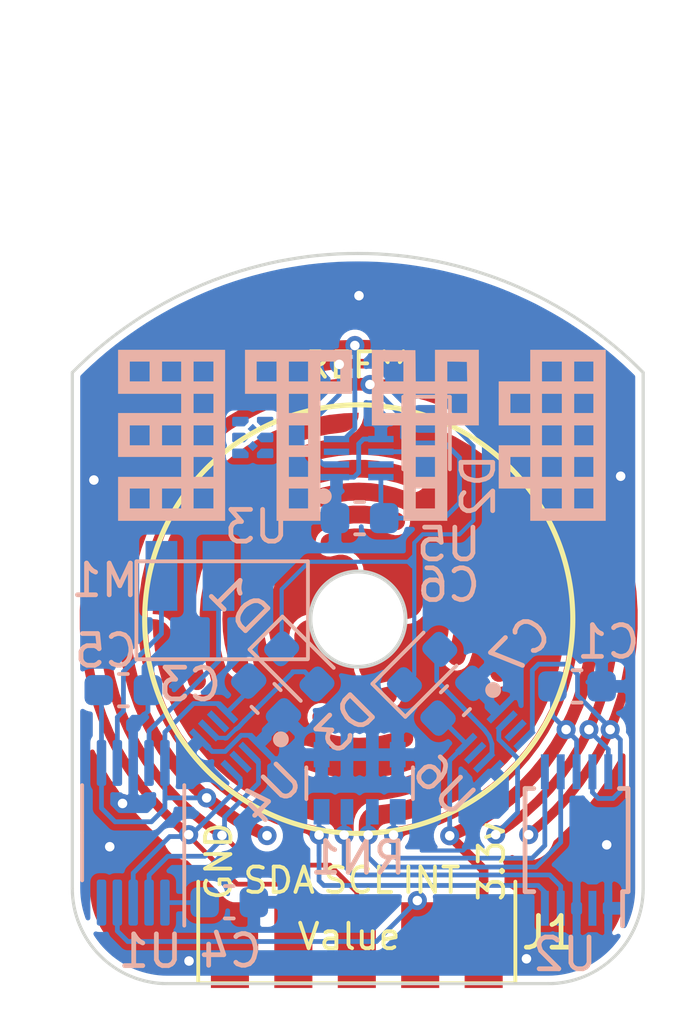
<source format=kicad_pcb>
(kicad_pcb (version 20171130) (host pcbnew "(5.1.10)-1")

  (general
    (thickness 0.8)
    (drawings 5)
    (tracks 237)
    (zones 0)
    (modules 21)
    (nets 30)
  )

  (page A4)
  (layers
    (0 F.Cu signal)
    (31 B.Cu signal)
    (32 B.Adhes user)
    (33 F.Adhes user)
    (34 B.Paste user)
    (35 F.Paste user)
    (36 B.SilkS user)
    (37 F.SilkS user hide)
    (38 B.Mask user)
    (39 F.Mask user)
    (40 Dwgs.User user)
    (41 Cmts.User user)
    (42 Eco1.User user)
    (43 Eco2.User user)
    (44 Edge.Cuts user)
    (45 Margin user)
    (46 B.CrtYd user)
    (47 F.CrtYd user)
    (48 B.Fab user hide)
    (49 F.Fab user hide)
  )

  (setup
    (last_trace_width 0.3)
    (user_trace_width 0.13)
    (user_trace_width 0.15)
    (user_trace_width 0.2)
    (user_trace_width 0.25)
    (user_trace_width 0.3)
    (user_trace_width 0.5)
    (trace_clearance 0.1)
    (zone_clearance 0.2)
    (zone_45_only yes)
    (trace_min 0.075)
    (via_size 0.8)
    (via_drill 0.4)
    (via_min_size 0.4)
    (via_min_drill 0.3)
    (user_via 0.6 0.3)
    (user_via 0.8 0.4)
    (uvia_size 0.3)
    (uvia_drill 0.1)
    (uvias_allowed no)
    (uvia_min_size 0.2)
    (uvia_min_drill 0.1)
    (edge_width 0.05)
    (segment_width 0.2)
    (pcb_text_width 0.3)
    (pcb_text_size 1.5 1.5)
    (mod_edge_width 0.12)
    (mod_text_size 1 1)
    (mod_text_width 0.15)
    (pad_size 0.2 0.8)
    (pad_drill 0)
    (pad_to_mask_clearance 0)
    (aux_axis_origin 0 0)
    (visible_elements 7FFFEFFF)
    (pcbplotparams
      (layerselection 0x010fc_ffffffff)
      (usegerberextensions false)
      (usegerberattributes true)
      (usegerberadvancedattributes true)
      (creategerberjobfile true)
      (excludeedgelayer true)
      (linewidth 0.100000)
      (plotframeref false)
      (viasonmask false)
      (mode 1)
      (useauxorigin false)
      (hpglpennumber 1)
      (hpglpenspeed 20)
      (hpglpendiameter 15.000000)
      (psnegative false)
      (psa4output false)
      (plotreference true)
      (plotvalue true)
      (plotinvisibletext false)
      (padsonsilk false)
      (subtractmaskfromsilk false)
      (outputformat 1)
      (mirror false)
      (drillshape 0)
      (scaleselection 1)
      (outputdirectory "./"))
  )

  (net 0 "")
  (net 1 GND)
  (net 2 +3V3)
  (net 3 /SCL)
  (net 4 /SDA)
  (net 5 "Net-(M1-Pad2)")
  (net 6 /IN_TRIG)
  (net 7 "Net-(M1-Pad1)")
  (net 8 /EN)
  (net 9 "Net-(C4-Pad1)")
  (net 10 "Net-(U4-Pad3)")
  (net 11 "Net-(U5-Pad3)")
  (net 12 "Net-(U6-Pad3)")
  (net 13 "Net-(U2-Pad2)")
  (net 14 /A0)
  (net 15 /A1)
  (net 16 /A2)
  (net 17 /A3)
  (net 18 "Net-(D1-Pad2)")
  (net 19 /magneticSignal)
  (net 20 "Net-(D2-Pad2)")
  (net 21 "Net-(D3-Pad2)")
  (net 22 "Net-(U3-Pad4)")
  (net 23 "Net-(U3-Pad8)")
  (net 24 "Net-(U3-Pad7)")
  (net 25 "Net-(U3-Pad6)")
  (net 26 "Net-(U3-Pad5)")
  (net 27 "Net-(U3-Pad3)")
  (net 28 "Net-(U3-Pad2)")
  (net 29 "Net-(U3-Pad1)")

  (net_class Default "This is the default net class."
    (clearance 0.1)
    (trace_width 0.15)
    (via_dia 0.8)
    (via_drill 0.4)
    (uvia_dia 0.3)
    (uvia_drill 0.1)
    (add_net +3V3)
    (add_net /A0)
    (add_net /A1)
    (add_net /A2)
    (add_net /A3)
    (add_net /EN)
    (add_net /IN_TRIG)
    (add_net /SCL)
    (add_net /SDA)
    (add_net /magneticSignal)
    (add_net GND)
    (add_net "Net-(C4-Pad1)")
    (add_net "Net-(D1-Pad2)")
    (add_net "Net-(D2-Pad2)")
    (add_net "Net-(D3-Pad2)")
    (add_net "Net-(M1-Pad1)")
    (add_net "Net-(M1-Pad2)")
    (add_net "Net-(U2-Pad2)")
    (add_net "Net-(U3-Pad1)")
    (add_net "Net-(U3-Pad2)")
    (add_net "Net-(U3-Pad3)")
    (add_net "Net-(U3-Pad4)")
    (add_net "Net-(U3-Pad5)")
    (add_net "Net-(U3-Pad6)")
    (add_net "Net-(U3-Pad7)")
    (add_net "Net-(U3-Pad8)")
    (add_net "Net-(U4-Pad3)")
    (add_net "Net-(U5-Pad3)")
    (add_net "Net-(U6-Pad3)")
  )

  (net_class BGA ""
    (clearance 0.005)
    (trace_width 0.075)
    (via_dia 0.8)
    (via_drill 0.4)
    (uvia_dia 0.3)
    (uvia_drill 0.1)
  )

  (module BYTE_Sensors:VLV041235L (layer B.Cu) (tedit 614223A1) (tstamp 614355A6)
    (at 177.7 111.4 90)
    (path /61383ACB)
    (fp_text reference M1 (at 0.95 -3.7) (layer B.SilkS)
      (effects (font (size 1 1) (thickness 0.15)) (justify mirror))
    )
    (fp_text value Motor_DC (at 4.9149 3.93446 270) (layer B.Fab)
      (effects (font (size 1 1) (thickness 0.15)) (justify mirror))
    )
    (fp_line (start -1.535 2.7) (end 1.535 2.7) (layer Dwgs.User) (width 0.12))
    (fp_line (start -1.535 -2.7) (end 1.535 -2.7) (layer Dwgs.User) (width 0.12))
    (fp_line (start -1.535 2.7) (end -1.535 -2.7) (layer Dwgs.User) (width 0.12))
    (fp_line (start 1.535 2.7) (end 1.535 -2.7) (layer Dwgs.User) (width 0.12))
    (fp_line (start 1.535 -2.7) (end -9.145 -2.7) (layer Dwgs.User) (width 0.12))
    (fp_line (start -9.145 -2.7) (end -9.145 9.3) (layer Dwgs.User) (width 0.12))
    (fp_line (start -9.145 9.3) (end -5.145 9.3) (layer Dwgs.User) (width 0.12))
    (fp_line (start -5.145 9.3) (end -5.145 -2.7) (layer Dwgs.User) (width 0.12))
    (fp_line (start -1.535 2.7) (end -1.535 -2.7) (layer B.SilkS) (width 0.12))
    (fp_line (start 1.55 2.71) (end 1.55 -2.69) (layer B.SilkS) (width 0.12))
    (fp_line (start 1.55 2.71) (end -1.52 2.71) (layer B.SilkS) (width 0.12))
    (fp_line (start 1.55 -2.7) (end -1.55 -2.7) (layer B.SilkS) (width 0.12))
    (pad 2 smd rect (at 1.09 -0.11 90) (size 2.2 1) (layers B.Cu B.Paste B.Mask)
      (net 5 "Net-(M1-Pad2)"))
    (pad 1 smd rect (at 1.09 -1.91 90) (size 2.2 1) (layers B.Cu B.Paste B.Mask)
      (net 7 "Net-(M1-Pad1)"))
    (model ${BYTE_PCB_LIB}/BYTE_Sensors.pretty/3D/LRA_vibration_motor_M.STEP
      (offset (xyz -7.25 5.5 1.5))
      (scale (xyz 1 1 1))
      (rotate (xyz -90 0 0))
    )
  )

  (module BYTE_Sensors:PTCA9416DTMR (layer B.Cu) (tedit 614CB065) (tstamp 614D1F42)
    (at 178.67 105.95)
    (path /614EB528)
    (fp_text reference U3 (at 0.12 2.81) (layer B.SilkS)
      (effects (font (size 1 1) (thickness 0.15)) (justify mirror))
    )
    (fp_text value PTCA9416DTMR (at 0.2 -2.33) (layer B.Fab)
      (effects (font (size 1 1) (thickness 0.15)) (justify mirror))
    )
    (fp_circle (center -0.18034 0.50038) (end -0.10414 0.50038) (layer B.Fab) (width 0.1))
    (fp_circle (center -1.16078 0.50038) (end -1.03378 0.50038) (layer B.SilkS) (width 0.12))
    (fp_circle (center -0.95123 0.50038) (end -0.95123 0.50038) (layer B.CrtYd) (width 0.05))
    (fp_poly (pts (xy -0.59944 -0.60198) (xy -0.59944 -0.39878) (xy -0.28194 -0.39878) (xy -0.18034 -0.50038)
      (xy -0.18034 -0.60198)) (layer B.Paste) (width 0.1))
    (fp_poly (pts (xy 0.59944 -0.60198) (xy 0.59944 -0.39878) (xy 0.28194 -0.39878) (xy 0.18034 -0.50038)
      (xy 0.18034 -0.60198)) (layer B.Paste) (width 0.1))
    (fp_poly (pts (xy 0.59944 0.1016) (xy 0.59944 -0.1016) (xy 0.28194 -0.1016) (xy 0.18034 0)
      (xy 0.28194 0.1016)) (layer B.Paste) (width 0.1))
    (fp_poly (pts (xy 0.59944 0.60198) (xy 0.59944 0.39878) (xy 0.28194 0.39878) (xy 0.18034 0.50038)
      (xy 0.18034 0.60198)) (layer B.Paste) (width 0.1))
    (fp_poly (pts (xy -0.59944 0.60198) (xy -0.59944 0.39878) (xy -0.28194 0.39878) (xy -0.18034 0.50038)
      (xy -0.18034 0.60198)) (layer B.Paste) (width 0.1))
    (fp_poly (pts (xy -0.59944 0.1016) (xy -0.59944 -0.1016) (xy -0.28194 -0.1016) (xy -0.18034 0)
      (xy -0.28194 0.1016)) (layer B.Paste) (width 0.1))
    (fp_poly (pts (xy -0.59944 -0.60198) (xy -0.59944 -0.39878) (xy -0.28194 -0.39878) (xy -0.18034 -0.50038)
      (xy -0.18034 -0.60198)) (layer B.Mask) (width 0.1))
    (fp_poly (pts (xy 0.59944 -0.60198) (xy 0.59944 -0.39878) (xy 0.28194 -0.39878) (xy 0.18034 -0.50038)
      (xy 0.18034 -0.60198)) (layer B.Mask) (width 0.1))
    (fp_poly (pts (xy 0.59944 0.1016) (xy 0.59944 -0.1016) (xy 0.28194 -0.1016) (xy 0.18034 0)
      (xy 0.28194 0.1016)) (layer B.Mask) (width 0.1))
    (fp_poly (pts (xy 0.59944 0.60198) (xy 0.59944 0.39878) (xy 0.28194 0.39878) (xy 0.18034 0.50038)
      (xy 0.18034 0.60198)) (layer B.Mask) (width 0.1))
    (fp_poly (pts (xy -0.59944 0.60198) (xy -0.59944 0.39878) (xy -0.28194 0.39878) (xy -0.18034 0.50038)
      (xy -0.18034 0.60198)) (layer B.Mask) (width 0.1))
    (fp_poly (pts (xy -0.59944 0.1016) (xy -0.59944 -0.1016) (xy -0.28194 -0.1016) (xy -0.18034 0)
      (xy -0.28194 0.1016)) (layer B.Mask) (width 0.1))
    (fp_poly (pts (xy -0.59944 0.1016) (xy -0.59944 -0.1016) (xy -0.28194 -0.1016) (xy -0.18034 0)
      (xy -0.28194 0.1016)) (layer B.Cu) (width 0.1))
    (fp_poly (pts (xy 0.59944 0.1016) (xy 0.59944 -0.1016) (xy 0.28194 -0.1016) (xy 0.18034 0)
      (xy 0.28194 0.1016)) (layer B.Cu) (width 0.1))
    (fp_poly (pts (xy -0.59944 -0.60198) (xy -0.59944 -0.39878) (xy -0.28194 -0.39878) (xy -0.18034 -0.50038)
      (xy -0.18034 -0.60198)) (layer B.Cu) (width 0.1))
    (fp_poly (pts (xy -0.59944 0.60198) (xy -0.59944 0.39878) (xy -0.28194 0.39878) (xy -0.18034 0.50038)
      (xy -0.18034 0.60198)) (layer B.Cu) (width 0.1))
    (fp_poly (pts (xy 0.59944 -0.60198) (xy 0.59944 -0.39878) (xy 0.28194 -0.39878) (xy 0.18034 -0.50038)
      (xy 0.18034 -0.60198)) (layer B.Cu) (width 0.1))
    (fp_poly (pts (xy 0.59944 0.60198) (xy 0.59944 0.39878) (xy 0.28194 0.39878) (xy 0.18034 0.50038)
      (xy 0.18034 0.60198)) (layer B.Cu) (width 0.1))
    (fp_line (start -0.6731 -0.85598) (end -0.85344 -0.85598) (layer B.CrtYd) (width 0.05))
    (fp_line (start -0.6731 -0.9525) (end -0.6731 -0.85598) (layer B.CrtYd) (width 0.05))
    (fp_line (start 0.6731 -0.9525) (end -0.6731 -0.9525) (layer B.CrtYd) (width 0.05))
    (fp_line (start 0.6731 -0.85598) (end 0.6731 -0.9525) (layer B.CrtYd) (width 0.05))
    (fp_line (start 0.85344 -0.85598) (end 0.6731 -0.85598) (layer B.CrtYd) (width 0.05))
    (fp_line (start 0.85344 0.85598) (end 0.85344 -0.85598) (layer B.CrtYd) (width 0.05))
    (fp_line (start 0.6731 0.85598) (end 0.85344 0.85598) (layer B.CrtYd) (width 0.05))
    (fp_line (start 0.6731 0.9525) (end 0.6731 0.85598) (layer B.CrtYd) (width 0.05))
    (fp_line (start -0.6731 0.9525) (end 0.6731 0.9525) (layer B.CrtYd) (width 0.05))
    (fp_line (start -0.6731 0.85598) (end -0.6731 0.9525) (layer B.CrtYd) (width 0.05))
    (fp_line (start -0.85344 0.85598) (end -0.6731 0.85598) (layer B.CrtYd) (width 0.05))
    (fp_line (start -0.85344 -0.85598) (end -0.85344 0.85598) (layer B.CrtYd) (width 0.05))
    (fp_line (start -0.4191 0.6985) (end -0.4191 -0.6985) (layer B.Fab) (width 0.1))
    (fp_line (start 0.4191 0.6985) (end -0.4191 0.6985) (layer B.Fab) (width 0.1))
    (fp_line (start 0.4191 -0.6985) (end 0.4191 0.6985) (layer B.Fab) (width 0.1))
    (fp_line (start -0.4191 -0.6985) (end 0.4191 -0.6985) (layer B.Fab) (width 0.1))
    (pad 4 smd rect (at 0 -0.26924 315) (size 0.2286 0.2286) (layers B.Cu B.Paste B.Mask)
      (net 22 "Net-(U3-Pad4)"))
    (pad 8 smd rect (at 0 0.26924 315) (size 0.2286 0.2286) (layers B.Cu B.Paste B.Mask)
      (net 23 "Net-(U3-Pad8)"))
    (pad 7 smd rect (at 0.44704 0.50038) (size 0.3048 0.2032) (layers B.Cu B.Paste B.Mask)
      (net 24 "Net-(U3-Pad7)"))
    (pad 6 smd rect (at 0.44704 0) (size 0.3048 0.2032) (layers B.Cu B.Paste B.Mask)
      (net 25 "Net-(U3-Pad6)"))
    (pad 5 smd rect (at 0.44704 -0.50038) (size 0.3048 0.2032) (layers B.Cu B.Paste B.Mask)
      (net 26 "Net-(U3-Pad5)"))
    (pad 3 smd rect (at -0.44704 -0.50038) (size 0.3048 0.2032) (layers B.Cu B.Paste B.Mask)
      (net 27 "Net-(U3-Pad3)"))
    (pad 2 smd rect (at -0.44704 0) (size 0.3048 0.2032) (layers B.Cu B.Paste B.Mask)
      (net 28 "Net-(U3-Pad2)"))
    (pad 1 smd rect (at -0.44704 0.50038) (size 0.3048 0.2032) (layers B.Cu B.Paste B.Mask)
      (net 29 "Net-(U3-Pad1)"))
    (model ${BYTE_PCB_LIB}/BYTE_Sensors.pretty/3D/DTM0008A.stp
      (at (xyz 0 0 0))
      (scale (xyz 1 1 1))
      (rotate (xyz 0 0 0))
    )
  )

  (module Diode_SMD:D_0603_1608Metric (layer B.Cu) (tedit 5F68FEF0) (tstamp 614D1689)
    (at 184.01 113.18 45)
    (descr "Diode SMD 0603 (1608 Metric), square (rectangular) end terminal, IPC_7351 nominal, (Body size source: http://www.tortai-tech.com/upload/download/2011102023233369053.pdf), generated with kicad-footprint-generator")
    (tags diode)
    (path /614D3973)
    (attr smd)
    (fp_text reference D3 (at -2.962777 -0.445477 45) (layer B.SilkS)
      (effects (font (size 1 1) (thickness 0.15)) (justify mirror))
    )
    (fp_text value D_Small (at 0 -1.43 45) (layer B.Fab)
      (effects (font (size 1 1) (thickness 0.15)) (justify mirror))
    )
    (fp_text user %R (at 0 0 45) (layer B.Fab)
      (effects (font (size 0.4 0.4) (thickness 0.06)) (justify mirror))
    )
    (fp_line (start 0.8 0.4) (end -0.5 0.4) (layer B.Fab) (width 0.1))
    (fp_line (start -0.5 0.4) (end -0.8 0.1) (layer B.Fab) (width 0.1))
    (fp_line (start -0.8 0.1) (end -0.8 -0.4) (layer B.Fab) (width 0.1))
    (fp_line (start -0.8 -0.4) (end 0.8 -0.4) (layer B.Fab) (width 0.1))
    (fp_line (start 0.8 -0.4) (end 0.8 0.4) (layer B.Fab) (width 0.1))
    (fp_line (start 0.8 0.735) (end -1.485 0.735) (layer B.SilkS) (width 0.12))
    (fp_line (start -1.485 0.735) (end -1.485 -0.735) (layer B.SilkS) (width 0.12))
    (fp_line (start -1.485 -0.735) (end 0.8 -0.735) (layer B.SilkS) (width 0.12))
    (fp_line (start -1.48 -0.73) (end -1.48 0.73) (layer B.CrtYd) (width 0.05))
    (fp_line (start -1.48 0.73) (end 1.48 0.73) (layer B.CrtYd) (width 0.05))
    (fp_line (start 1.48 0.73) (end 1.48 -0.73) (layer B.CrtYd) (width 0.05))
    (fp_line (start 1.48 -0.73) (end -1.48 -0.73) (layer B.CrtYd) (width 0.05))
    (pad 2 smd roundrect (at 0.7875 0 45) (size 0.875 0.95) (layers B.Cu B.Paste B.Mask) (roundrect_rratio 0.25)
      (net 21 "Net-(D3-Pad2)"))
    (pad 1 smd roundrect (at -0.7875 0 45) (size 0.875 0.95) (layers B.Cu B.Paste B.Mask) (roundrect_rratio 0.25)
      (net 19 /magneticSignal))
    (model ${KISYS3DMOD}/Diode_SMD.3dshapes/D_0603_1608Metric.wrl
      (at (xyz 0 0 0))
      (scale (xyz 1 1 1))
      (rotate (xyz 0 0 0))
    )
  )

  (module Diode_SMD:D_0603_1608Metric (layer B.Cu) (tedit 5F68FEF0) (tstamp 614D1676)
    (at 184.15 106.1525 270)
    (descr "Diode SMD 0603 (1608 Metric), square (rectangular) end terminal, IPC_7351 nominal, (Body size source: http://www.tortai-tech.com/upload/download/2011102023233369053.pdf), generated with kicad-footprint-generator")
    (tags diode)
    (path /614D0F0E)
    (attr smd)
    (fp_text reference D2 (at 1.3175 -1.63 90) (layer B.SilkS)
      (effects (font (size 1 1) (thickness 0.15)) (justify mirror))
    )
    (fp_text value D_Small (at 0 -1.43 90) (layer B.Fab)
      (effects (font (size 1 1) (thickness 0.15)) (justify mirror))
    )
    (fp_text user %R (at 0 0 90) (layer B.Fab)
      (effects (font (size 0.4 0.4) (thickness 0.06)) (justify mirror))
    )
    (fp_line (start 0.8 0.4) (end -0.5 0.4) (layer B.Fab) (width 0.1))
    (fp_line (start -0.5 0.4) (end -0.8 0.1) (layer B.Fab) (width 0.1))
    (fp_line (start -0.8 0.1) (end -0.8 -0.4) (layer B.Fab) (width 0.1))
    (fp_line (start -0.8 -0.4) (end 0.8 -0.4) (layer B.Fab) (width 0.1))
    (fp_line (start 0.8 -0.4) (end 0.8 0.4) (layer B.Fab) (width 0.1))
    (fp_line (start 0.8 0.735) (end -1.485 0.735) (layer B.SilkS) (width 0.12))
    (fp_line (start -1.485 0.735) (end -1.485 -0.735) (layer B.SilkS) (width 0.12))
    (fp_line (start -1.485 -0.735) (end 0.8 -0.735) (layer B.SilkS) (width 0.12))
    (fp_line (start -1.48 -0.73) (end -1.48 0.73) (layer B.CrtYd) (width 0.05))
    (fp_line (start -1.48 0.73) (end 1.48 0.73) (layer B.CrtYd) (width 0.05))
    (fp_line (start 1.48 0.73) (end 1.48 -0.73) (layer B.CrtYd) (width 0.05))
    (fp_line (start 1.48 -0.73) (end -1.48 -0.73) (layer B.CrtYd) (width 0.05))
    (pad 2 smd roundrect (at 0.7875 0 270) (size 0.875 0.95) (layers B.Cu B.Paste B.Mask) (roundrect_rratio 0.25)
      (net 20 "Net-(D2-Pad2)"))
    (pad 1 smd roundrect (at -0.7875 0 270) (size 0.875 0.95) (layers B.Cu B.Paste B.Mask) (roundrect_rratio 0.25)
      (net 19 /magneticSignal))
    (model ${KISYS3DMOD}/Diode_SMD.3dshapes/D_0603_1608Metric.wrl
      (at (xyz 0 0 0))
      (scale (xyz 1 1 1))
      (rotate (xyz 0 0 0))
    )
  )

  (module Diode_SMD:D_0603_1608Metric (layer B.Cu) (tedit 5F68FEF0) (tstamp 614D1663)
    (at 180.1375 113.16 315)
    (descr "Diode SMD 0603 (1608 Metric), square (rectangular) end terminal, IPC_7351 nominal, (Body size source: http://www.tortai-tech.com/upload/download/2011102023233369053.pdf), generated with kicad-footprint-generator")
    (tags diode)
    (path /614CCBCC)
    (attr smd)
    (fp_text reference D1 (at -2.734735 -0.051265 135) (layer B.SilkS)
      (effects (font (size 1 1) (thickness 0.15)) (justify mirror))
    )
    (fp_text value D_Small (at 0 -1.43 135) (layer B.Fab)
      (effects (font (size 1 1) (thickness 0.15)) (justify mirror))
    )
    (fp_text user %R (at 0 0 135) (layer B.Fab)
      (effects (font (size 0.4 0.4) (thickness 0.06)) (justify mirror))
    )
    (fp_line (start 0.8 0.4) (end -0.5 0.4) (layer B.Fab) (width 0.1))
    (fp_line (start -0.5 0.4) (end -0.8 0.1) (layer B.Fab) (width 0.1))
    (fp_line (start -0.8 0.1) (end -0.8 -0.4) (layer B.Fab) (width 0.1))
    (fp_line (start -0.8 -0.4) (end 0.8 -0.4) (layer B.Fab) (width 0.1))
    (fp_line (start 0.8 -0.4) (end 0.8 0.4) (layer B.Fab) (width 0.1))
    (fp_line (start 0.8 0.735) (end -1.485 0.735) (layer B.SilkS) (width 0.12))
    (fp_line (start -1.485 0.735) (end -1.485 -0.735) (layer B.SilkS) (width 0.12))
    (fp_line (start -1.485 -0.735) (end 0.8 -0.735) (layer B.SilkS) (width 0.12))
    (fp_line (start -1.48 -0.73) (end -1.48 0.73) (layer B.CrtYd) (width 0.05))
    (fp_line (start -1.48 0.73) (end 1.48 0.73) (layer B.CrtYd) (width 0.05))
    (fp_line (start 1.48 0.73) (end 1.48 -0.73) (layer B.CrtYd) (width 0.05))
    (fp_line (start 1.48 -0.73) (end -1.48 -0.73) (layer B.CrtYd) (width 0.05))
    (pad 2 smd roundrect (at 0.7875 0 315) (size 0.875 0.95) (layers B.Cu B.Paste B.Mask) (roundrect_rratio 0.25)
      (net 18 "Net-(D1-Pad2)"))
    (pad 1 smd roundrect (at -0.7875 0 315) (size 0.875 0.95) (layers B.Cu B.Paste B.Mask) (roundrect_rratio 0.25)
      (net 19 /magneticSignal))
    (model ${KISYS3DMOD}/Diode_SMD.3dshapes/D_0603_1608Metric.wrl
      (at (xyz 0 0 0))
      (scale (xyz 1 1 1))
      (rotate (xyz 0 0 0))
    )
  )

  (module BYTE_Sensors:FSR_36 (layer F.Cu) (tedit 6145015F) (tstamp 61435F0F)
    (at 182.01132 111.6711)
    (descr "Flex_StepUp_FSR_12 StepUp generated footprint")
    (attr smd)
    (fp_text reference REF** (at 0 -8) (layer F.SilkS)
      (effects (font (size 0.8 0.8) (thickness 0.12)))
    )
    (fp_text value "Value " (at 0 10) (layer F.SilkS)
      (effects (font (size 0.8 0.8) (thickness 0.12)))
    )
    (fp_circle (center 0 0) (end -6.75 0) (layer F.SilkS) (width 0.16))
    (fp_circle (center 0 0) (end -6.55 0) (layer F.Fab) (width 0.1))
    (fp_circle (center 0 0) (end -7 0) (layer F.CrtYd) (width 0.05))
    (fp_text user "EDIT PAD NUMBERS" (at 0 9) (layer Cmts.User)
      (effects (font (size 1 1) (thickness 0.2) italic))
    )
    (fp_text user %R (at 0 -8) (layer F.Fab)
      (effects (font (size 0.8 0.8) (thickness 0.12)))
    )
    (pad "#" np_thru_hole circle (at 0 0) (size 2.7 2.7) (drill 2.7) (layers *.Cu *.Mask))
    (pad 5 smd custom (at 5.346 6.8) (size 0.2 0.2) (layers F.Cu)
      (net 4 /SDA) (zone_connect 0)
      (options (clearance outline) (anchor circle))
      (primitives
        (gr_poly (pts
           (xy 0.348 -0.489) (xy 0.763 -0.89) (xy 1.149 -1.317) (xy 1.506 -1.77) (xy 1.831 -2.246)
           (xy 2.123 -2.743) (xy 2.381 -3.258) (xy 2.603 -3.79) (xy 2.789 -4.335) (xy 2.937 -4.892)
           (xy 3.047 -5.458) (xy 3.119 -6.03) (xy 3.152 -6.605) (xy 3.145 -7.182) (xy 3.1 -7.756)
           (xy 3.016 -8.326) (xy 2.893 -8.889) (xy 2.732 -9.443) (xy 2.535 -9.984) (xy 2.301 -10.511)
           (xy 2.032 -11.021) (xy 1.729 -11.511) (xy 1.393 -11.98) (xy 1.027 -12.424) (xy 0.631 -12.843)
           (xy 0.208 -13.235) (xy -0.241 -13.596) (xy -0.713 -13.926) (xy -1.207 -14.224) (xy -1.72 -14.487)
           (xy -2.249 -14.716) (xy -2.792 -14.907) (xy -3.348 -15.062) (xy -3.912 -15.178) (xy -4.483 -15.256)
           (xy -5.058 -15.295) (xy -5.634 -15.295) (xy -6.209 -15.256) (xy -6.78 -15.178) (xy -7.345 -15.062)
           (xy -7.9 -14.907) (xy -8.444 -14.716) (xy -8.973 -14.487) (xy -9.486 -14.224) (xy -9.979 -13.926)
           (xy -10.451 -13.596) (xy -10.9 -13.235) (xy -11.323 -12.843) (xy -11.719 -12.424) (xy -12.086 -11.98)
           (xy -12.421 -11.511) (xy -12.724 -11.021) (xy -12.993 -10.511) (xy -13.227 -9.984) (xy -13.425 -9.443)
           (xy -13.585 -8.889) (xy -13.708 -8.326) (xy -13.792 -7.756) (xy -13.838 -7.182) (xy -13.844 -6.605)
           (xy -13.811 -6.03) (xy -13.74 -5.458) (xy -13.629 -4.892) (xy -13.481 -4.335) (xy -13.295 -3.79)
           (xy -13.073 -3.258) (xy -12.815 -2.743) (xy -12.523 -2.246) (xy -12.198 -1.77) (xy -11.842 -1.317)
           (xy -11.455 -0.89) (xy -11.041 -0.489) (xy -10.6 -0.118) (xy -10.558 -0.066) (xy -10.543 -0.001)
           (xy -10.557 0.064) (xy -10.598 0.117) (xy -10.658 0.146) (xy -10.725 0.146) (xy -10.785 0.118)
           (xy -11.236 -0.261) (xy -11.659 -0.669) (xy -12.055 -1.105) (xy -12.421 -1.566) (xy -12.755 -2.051)
           (xy -13.056 -2.557) (xy -13.322 -3.082) (xy -13.553 -3.623) (xy -13.747 -4.179) (xy -13.903 -4.747)
           (xy -14.021 -5.323) (xy -14.101 -5.906) (xy -14.141 -6.494) (xy -14.142 -7.082) (xy -14.103 -7.67)
           (xy -14.025 -8.253) (xy -13.909 -8.83) (xy -13.754 -9.398) (xy -13.562 -9.954) (xy -13.332 -10.496)
           (xy -13.067 -11.022) (xy -12.768 -11.529) (xy -12.435 -12.014) (xy -12.071 -12.476) (xy -11.676 -12.913)
           (xy -11.253 -13.323) (xy -10.804 -13.703) (xy -10.33 -14.052) (xy -9.834 -14.369) (xy -9.318 -14.653)
           (xy -8.785 -14.901) (xy -8.235 -15.112) (xy -7.673 -15.287) (xy -7.101 -15.423) (xy -6.52 -15.521)
           (xy -5.935 -15.58) (xy -5.346 -15.6) (xy -4.758 -15.58) (xy -4.172 -15.521) (xy -3.592 -15.423)
           (xy -3.019 -15.287) (xy -2.457 -15.112) (xy -1.908 -14.901) (xy -1.374 -14.653) (xy -0.858 -14.369)
           (xy -0.362 -14.052) (xy 0.112 -13.703) (xy 0.561 -13.323) (xy 0.984 -12.913) (xy 1.378 -12.476)
           (xy 1.743 -12.014) (xy 2.075 -11.529) (xy 2.375 -11.022) (xy 2.64 -10.496) (xy 2.869 -9.954)
           (xy 3.062 -9.398) (xy 3.216 -8.83) (xy 3.333 -8.253) (xy 3.411 -7.67) (xy 3.449 -7.082)
           (xy 3.448 -6.494) (xy 3.408 -5.906) (xy 3.329 -5.323) (xy 3.211 -4.747) (xy 3.054 -4.179)
           (xy 2.86 -3.623) (xy 2.63 -3.082) (xy 2.363 -2.557) (xy 2.062 -2.051) (xy 1.728 -1.566)
           (xy 1.363 -1.105) (xy 0.967 -0.669) (xy 0.543 -0.261) (xy 0.093 0.118) (xy 0.032 0.146)
           (xy -0.034 0.146) (xy -0.094 0.117) (xy -0.136 0.064) (xy -0.15 -0.001) (xy -0.135 -0.066)
           (xy -0.093 -0.118)) (width 0))
      ))
    (pad 1 smd custom (at -1.25 6.8) (size 0.2 0.2) (layers F.Cu F.Mask)
      (net 15 /A1) (zone_connect 0)
      (options (clearance outline) (anchor circle))
      (primitives
        (gr_poly (pts
           (xy 2.031 -9.716) (xy 1.722 -9.782) (xy 1.408 -9.815) (xy 1.092 -9.815) (xy 0.778 -9.782)
           (xy 0.469 -9.716) (xy 0.168 -9.619) (xy 0.059 -9.558) (xy -0.029 -9.468) (xy -0.088 -9.358)
           (xy -0.113 -9.235) (xy -0.103 -9.11) (xy -0.058 -8.993) (xy 0.018 -8.894) (xy 0.119 -8.82)
           (xy 0.236 -8.777) (xy 0.361 -8.769) (xy 0.483 -8.797) (xy 0.612 -8.83) (xy 0.745 -8.832)
           (xy 0.874 -8.802) (xy 0.993 -8.744) (xy 1.095 -8.659) (xy 1.174 -8.553) (xy 1.227 -8.431)
           (xy 1.249 -8.3) (xy 1.006 -8.28) (xy 0.77 -8.221) (xy 0.546 -8.125) (xy 0.341 -7.993)
           (xy 0.16 -7.83) (xy 0.007 -7.64) (xy -0.112 -7.428) (xy -0.196 -7.199) (xy -0.241 -6.959)
           (xy -0.393 -6.939) (xy -0.537 -6.887) (xy -0.667 -6.805) (xy -0.777 -6.699) (xy -0.862 -6.571)
           (xy -0.918 -6.428) (xy -0.943 -6.277) (xy -0.936 -6.124) (xy -0.896 -5.976) (xy -0.878 -5.881)
           (xy -0.893 -5.784) (xy -0.94 -5.699) (xy -1.014 -5.636) (xy -1.104 -5.601) (xy -1.202 -5.599)
           (xy -1.294 -5.631) (xy -1.369 -5.692) (xy -1.419 -5.775) (xy -1.512 -6.06) (xy -1.574 -6.353)
           (xy -1.605 -6.65) (xy -1.605 -6.95) (xy -1.574 -7.247) (xy -1.512 -7.54) (xy -1.419 -7.825)
           (xy -1.392 -7.947) (xy -1.399 -8.072) (xy -1.442 -8.19) (xy -1.516 -8.291) (xy -1.616 -8.367)
           (xy -1.733 -8.411) (xy -1.857 -8.422) (xy -1.98 -8.396) (xy -2.091 -8.337) (xy -2.18 -8.249)
           (xy -2.241 -8.14) (xy -2.349 -7.815) (xy -2.427 -7.481) (xy -2.474 -7.142) (xy -2.489 -6.8)
           (xy -2.474 -6.458) (xy -2.427 -6.119) (xy -2.349 -5.785) (xy -2.241 -5.46) (xy -2.222 -5.364)
           (xy -2.238 -5.268) (xy -2.285 -5.183) (xy -2.358 -5.119) (xy -2.449 -5.084) (xy -2.546 -5.083)
           (xy -2.638 -5.114) (xy -2.714 -5.176) (xy -2.764 -5.259) (xy -2.888 -5.633) (xy -2.978 -6.016)
           (xy -3.032 -6.407) (xy -3.05 -6.8) (xy -3.032 -7.193) (xy -2.978 -7.584) (xy -2.888 -7.967)
           (xy -2.764 -8.341) (xy -2.736 -8.463) (xy -2.744 -8.588) (xy -2.787 -8.706) (xy -2.861 -8.807)
           (xy -2.96 -8.883) (xy -3.077 -8.928) (xy -3.202 -8.938) (xy -3.325 -8.912) (xy -3.435 -8.853)
           (xy -3.525 -8.766) (xy -3.586 -8.656) (xy -3.721 -8.257) (xy -3.823 -7.847) (xy -3.891 -7.431)
           (xy -3.926 -7.011) (xy -3.926 -6.589) (xy -3.891 -6.169) (xy -3.823 -5.753) (xy -3.721 -5.343)
           (xy -3.586 -4.944) (xy -3.567 -4.848) (xy -3.582 -4.752) (xy -3.63 -4.667) (xy -3.703 -4.603)
           (xy -3.794 -4.568) (xy -3.891 -4.567) (xy -3.983 -4.598) (xy -4.059 -4.659) (xy -4.109 -4.743)
           (xy -4.237 -5.115) (xy -4.34 -5.495) (xy -4.416 -5.88) (xy -4.466 -6.271) (xy -4.498 -6.431)
           (xy -4.565 -6.581) (xy -4.661 -6.713) (xy -4.784 -6.822) (xy -4.928 -6.901) (xy -5.085 -6.948)
           (xy -5.248 -6.96) (xy -5.217 -7.455) (xy -5.148 -7.946) (xy -5.042 -8.43) (xy -4.9 -8.905)
           (xy -4.722 -9.367) (xy -4.508 -9.815) (xy -4.262 -10.245) (xy -3.983 -10.655) (xy -3.674 -11.043)
           (xy -3.655 -11.088) (xy -3.667 -11.136) (xy -3.704 -11.169) (xy -3.753 -11.173) (xy -3.796 -11.147)
           (xy -4.109 -10.754) (xy -4.392 -10.339) (xy -4.642 -9.904) (xy -4.86 -9.451) (xy -5.042 -8.983)
           (xy -5.189 -8.503) (xy -5.299 -8.012) (xy -5.371 -7.515) (xy -5.407 -7.014) (xy -5.404 -6.512)
           (xy -5.363 -6.011) (xy -5.285 -5.515) (xy -5.169 -5.026) (xy -5.018 -4.547) (xy -4.83 -4.081)
           (xy -4.608 -3.631) (xy -4.352 -3.198) (xy -4.065 -2.786) (xy -3.747 -2.397) (xy -3.401 -2.033)
           (xy -3.029 -1.696) (xy -2.632 -1.388) (xy -2.213 -1.111) (xy -1.774 -0.866) (xy -1.318 -0.655)
           (xy -0.848 -0.479) (xy -0.365 -0.339) (xy 0.126 -0.236) (xy 0.189 -0.213) (xy 0.241 -0.172)
           (xy 0.277 -0.115) (xy 0.3 -0.01) (xy 0.284 0.096) (xy 0.233 0.19) (xy 0.151 0.259)
           (xy 0.05 0.296) (xy -0.057 0.295) (xy -0.157 0.256) (xy -0.237 0.184) (xy -0.286 0.089)
           (xy -0.317 0.029) (xy -0.367 -0.018) (xy -0.429 -0.046) (xy -0.934 -0.191) (xy -1.426 -0.375)
           (xy -1.903 -0.595) (xy -2.362 -0.851) (xy -2.8 -1.14) (xy -3.216 -1.462) (xy -3.606 -1.814)
           (xy -3.968 -2.194) (xy -4.3 -2.601) (xy -4.601 -3.031) (xy -4.869 -3.483) (xy -5.102 -3.954)
           (xy -5.298 -4.441) (xy -5.457 -4.942) (xy -5.578 -5.453) (xy -5.661 -5.972) (xy -5.703 -6.496)
           (xy -5.706 -7.021) (xy -5.67 -7.545) (xy -5.594 -8.065) (xy -5.479 -8.577) (xy -5.326 -9.08)
           (xy -5.135 -9.569) (xy -4.908 -10.043) (xy -4.646 -10.498) (xy -4.35 -10.932) (xy -4.023 -11.343)
           (xy -3.914 -11.441) (xy -3.785 -11.511) (xy -3.644 -11.547) (xy -3.497 -11.547) (xy -3.372 -11.545)
           (xy -3.249 -11.57) (xy -3.133 -11.619) (xy -3.031 -11.691) (xy -2.668 -11.986) (xy -2.286 -12.254)
           (xy -1.885 -12.494) (xy -1.468 -12.705) (xy -1.037 -12.885) (xy -0.594 -13.033) (xy -0.141 -13.149)
           (xy 0.319 -13.233) (xy 0.783 -13.283) (xy 1.25 -13.3) (xy 1.238 -13.148) (xy 1.188 -13.005)
           (xy 1.103 -12.878) (xy 0.99 -12.777) (xy 0.854 -12.708) (xy 0.706 -12.675) (xy 0.305 -12.624)
           (xy -0.092 -12.545) (xy -0.482 -12.44) (xy -0.864 -12.308) (xy -0.974 -12.247) (xy -1.061 -12.158)
           (xy -1.12 -12.047) (xy -1.146 -11.925) (xy -1.136 -11.8) (xy -1.091 -11.683) (xy -1.015 -11.583)
           (xy -0.914 -11.509) (xy -0.796 -11.467) (xy -0.671 -11.459) (xy -0.549 -11.487) (xy -0.162 -11.617)
           (xy 0.235 -11.716) (xy 0.638 -11.783) (xy 1.046 -11.816) (xy 1.454 -11.816) (xy 1.862 -11.783)
           (xy 2.265 -11.716) (xy 2.662 -11.617) (xy 3.049 -11.487) (xy 3.132 -11.436) (xy 3.194 -11.361)
           (xy 3.225 -11.269) (xy 3.224 -11.172) (xy 3.189 -11.081) (xy 3.125 -11.007) (xy 3.04 -10.96)
           (xy 2.944 -10.945) (xy 2.848 -10.963) (xy 2.461 -11.092) (xy 2.063 -11.185) (xy 1.658 -11.241)
           (xy 1.25 -11.26) (xy 0.842 -11.241) (xy 0.437 -11.185) (xy 0.039 -11.092) (xy -0.348 -10.963)
           (xy -0.458 -10.902) (xy -0.545 -10.813) (xy -0.604 -10.702) (xy -0.63 -10.58) (xy -0.62 -10.455)
           (xy -0.575 -10.338) (xy -0.499 -10.239) (xy -0.398 -10.164) (xy -0.28 -10.122) (xy -0.155 -10.114)
           (xy -0.033 -10.142) (xy 0.324 -10.258) (xy 0.69 -10.336) (xy 1.063 -10.375) (xy 1.437 -10.375)
           (xy 1.81 -10.336) (xy 2.176 -10.258) (xy 2.533 -10.142) (xy 2.616 -10.092) (xy 2.677 -10.016)
           (xy 2.709 -9.924) (xy 2.707 -9.827) (xy 2.673 -9.736) (xy 2.609 -9.662) (xy 2.524 -9.615)
           (xy 2.428 -9.6) (xy 2.332 -9.619)) (width 0))
      ))
    (pad 2 smd custom (at 1.1 6.8) (size 0.2 0.2) (layers F.Cu F.Mask)
      (net 16 /A2) (zone_connect 0)
      (options (clearance outline) (anchor circle))
      (primitives
        (gr_poly (pts
           (xy 3.045 -5.106) (xy 3.06 -5.01) (xy 3.107 -4.925) (xy 3.181 -4.861) (xy 3.272 -4.826)
           (xy 3.369 -4.825) (xy 3.461 -4.856) (xy 3.536 -4.918) (xy 3.587 -5.001) (xy 3.717 -5.388)
           (xy 3.816 -5.785) (xy 3.883 -6.188) (xy 3.916 -6.596) (xy 3.916 -7.004) (xy 3.883 -7.412)
           (xy 3.816 -7.815) (xy 3.717 -8.212) (xy 3.587 -8.599) (xy 3.559 -8.721) (xy 3.567 -8.846)
           (xy 3.609 -8.964) (xy 3.683 -9.065) (xy 3.783 -9.141) (xy 3.9 -9.186) (xy 4.025 -9.196)
           (xy 4.147 -9.17) (xy 4.258 -9.111) (xy 4.347 -9.024) (xy 4.408 -8.914) (xy 4.54 -8.532)
           (xy 4.645 -8.142) (xy 4.724 -7.745) (xy 4.775 -7.344) (xy 4.808 -7.196) (xy 4.877 -7.06)
           (xy 4.978 -6.947) (xy 5.105 -6.862) (xy 5.248 -6.812) (xy 5.4 -6.8) (xy 5.384 -7.262)
           (xy 5.334 -7.721) (xy 5.253 -8.176) (xy 5.139 -8.624) (xy 4.993 -9.063) (xy 4.817 -9.49)
           (xy 4.611 -9.904) (xy 4.376 -10.302) (xy 4.113 -10.682) (xy 3.824 -11.043) (xy 3.805 -11.088)
           (xy 3.817 -11.136) (xy 3.854 -11.169) (xy 3.903 -11.173) (xy 3.946 -11.147) (xy 4.262 -10.75)
           (xy 4.548 -10.33) (xy 4.8 -9.889) (xy 5.018 -9.431) (xy 5.201 -8.957) (xy 5.347 -8.471)
           (xy 5.456 -7.975) (xy 5.526 -7.472) (xy 5.558 -6.965) (xy 5.551 -6.457) (xy 5.506 -5.951)
           (xy 5.422 -5.45) (xy 5.3 -4.957) (xy 5.141 -4.475) (xy 4.946 -4.006) (xy 4.715 -3.554)
           (xy 4.451 -3.12) (xy 4.155 -2.708) (xy 3.827 -2.319) (xy 3.472 -1.957) (xy 3.089 -1.623)
           (xy 2.683 -1.319) (xy 2.254 -1.046) (xy 1.806 -0.807) (xy 1.341 -0.603) (xy 0.862 -0.435)
           (xy 0.371 -0.304) (xy -0.128 -0.211) (xy -0.208 -0.181) (xy -0.268 -0.12) (xy -0.297 -0.04)
           (xy -0.292 0.068) (xy -0.25 0.167) (xy -0.174 0.244) (xy -0.077 0.29) (xy 0.031 0.298)
           (xy 0.134 0.268) (xy 0.22 0.203) (xy 0.278 0.112) (xy 0.311 0.057) (xy 0.36 0.016)
           (xy 0.42 -0.008) (xy 0.916 -0.138) (xy 1.4 -0.305) (xy 1.871 -0.506) (xy 2.326 -0.742)
           (xy 2.763 -1.01) (xy 3.178 -1.31) (xy 3.57 -1.64) (xy 3.937 -1.997) (xy 4.277 -2.381)
           (xy 4.588 -2.788) (xy 4.867 -3.218) (xy 5.115 -3.667) (xy 5.328 -4.132) (xy 5.507 -4.612)
           (xy 5.65 -5.104) (xy 5.757 -5.606) (xy 5.826 -6.113) (xy 5.858 -6.625) (xy 5.852 -7.137)
           (xy 5.808 -7.648) (xy 5.727 -8.154) (xy 5.609 -8.652) (xy 5.455 -9.141) (xy 5.265 -9.617)
           (xy 5.04 -10.077) (xy 4.782 -10.52) (xy 4.493 -10.943) (xy 4.173 -11.343) (xy 4.064 -11.441)
           (xy 3.935 -11.511) (xy 3.794 -11.547) (xy 3.647 -11.547) (xy 3.522 -11.545) (xy 3.399 -11.57)
           (xy 3.283 -11.619) (xy 3.181 -11.691) (xy 2.791 -12.007) (xy 2.378 -12.291) (xy 1.945 -12.543)
           (xy 1.493 -12.76) (xy 1.026 -12.943) (xy 0.546 -13.088) (xy 0.057 -13.196) (xy -0.44 -13.266)
           (xy -0.94 -13.298) (xy -0.952 -13.135) (xy -0.999 -12.978) (xy -1.078 -12.834) (xy -1.187 -12.711)
           (xy -1.319 -12.615) (xy -1.469 -12.548) (xy -1.629 -12.516) (xy -2.02 -12.466) (xy -2.405 -12.39)
           (xy -2.785 -12.287) (xy -3.157 -12.159) (xy -3.241 -12.109) (xy -3.302 -12.033) (xy -3.333 -11.941)
           (xy -3.332 -11.844) (xy -3.297 -11.753) (xy -3.233 -11.68) (xy -3.148 -11.632) (xy -3.052 -11.617)
           (xy -2.956 -11.636) (xy -2.557 -11.771) (xy -2.147 -11.873) (xy -1.731 -11.941) (xy -1.311 -11.976)
           (xy -0.889 -11.976) (xy -0.469 -11.941) (xy -0.053 -11.873) (xy 0.357 -11.771) (xy 0.756 -11.636)
           (xy 0.866 -11.575) (xy 0.953 -11.485) (xy 1.012 -11.375) (xy 1.038 -11.252) (xy 1.028 -11.127)
           (xy 0.983 -11.01) (xy 0.907 -10.911) (xy 0.806 -10.837) (xy 0.688 -10.794) (xy 0.563 -10.786)
           (xy 0.441 -10.814) (xy 0.067 -10.938) (xy -0.316 -11.028) (xy -0.707 -11.082) (xy -1.1 -11.1)
           (xy -1.493 -11.082) (xy -1.884 -11.028) (xy -2.267 -10.938) (xy -2.641 -10.814) (xy -2.724 -10.764)
           (xy -2.786 -10.688) (xy -2.817 -10.596) (xy -2.816 -10.499) (xy -2.781 -10.408) (xy -2.717 -10.335)
           (xy -2.632 -10.288) (xy -2.536 -10.272) (xy -2.44 -10.291) (xy -2.115 -10.399) (xy -1.781 -10.477)
           (xy -1.442 -10.524) (xy -1.1 -10.539) (xy -0.758 -10.524) (xy -0.419 -10.477) (xy -0.085 -10.399)
           (xy 0.24 -10.291) (xy 0.349 -10.23) (xy 0.437 -10.141) (xy 0.496 -10.03) (xy 0.522 -9.907)
           (xy 0.511 -9.783) (xy 0.467 -9.666) (xy 0.391 -9.566) (xy 0.29 -9.492) (xy 0.172 -9.449)
           (xy 0.047 -9.442) (xy -0.075 -9.469) (xy -0.36 -9.562) (xy -0.653 -9.624) (xy -0.95 -9.655)
           (xy -1.25 -9.655) (xy -1.547 -9.624) (xy -1.84 -9.562) (xy -2.125 -9.469) (xy -2.208 -9.419)
           (xy -2.269 -9.344) (xy -2.301 -9.252) (xy -2.299 -9.154) (xy -2.264 -9.064) (xy -2.201 -8.99)
           (xy -2.116 -8.943) (xy -2.019 -8.928) (xy -1.924 -8.946) (xy -1.776 -8.986) (xy -1.623 -8.993)
           (xy -1.472 -8.968) (xy -1.329 -8.912) (xy -1.201 -8.827) (xy -1.095 -8.717) (xy -1.013 -8.587)
           (xy -0.961 -8.443) (xy -0.941 -8.291) (xy -0.701 -8.246) (xy -0.472 -8.162) (xy -0.26 -8.043)
           (xy -0.07 -7.89) (xy 0.093 -7.709) (xy 0.225 -7.504) (xy 0.321 -7.28) (xy 0.38 -7.044)
           (xy 0.4 -6.801) (xy 0.531 -6.823) (xy 0.653 -6.876) (xy 0.759 -6.955) (xy 0.844 -7.057)
           (xy 0.902 -7.176) (xy 0.932 -7.305) (xy 0.93 -7.438) (xy 0.897 -7.567) (xy 0.869 -7.689)
           (xy 0.877 -7.814) (xy 0.92 -7.931) (xy 0.994 -8.032) (xy 1.093 -8.108) (xy 1.21 -8.153)
           (xy 1.335 -8.163) (xy 1.458 -8.138) (xy 1.568 -8.079) (xy 1.658 -7.991) (xy 1.719 -7.882)
           (xy 1.816 -7.581) (xy 1.882 -7.272) (xy 1.915 -6.958) (xy 1.915 -6.642) (xy 1.882 -6.328)
           (xy 1.816 -6.019) (xy 1.719 -5.718) (xy 1.7 -5.622) (xy 1.715 -5.526) (xy 1.762 -5.441)
           (xy 1.836 -5.377) (xy 1.927 -5.343) (xy 2.024 -5.341) (xy 2.116 -5.373) (xy 2.192 -5.434)
           (xy 2.242 -5.517) (xy 2.358 -5.874) (xy 2.436 -6.24) (xy 2.475 -6.613) (xy 2.475 -6.987)
           (xy 2.436 -7.36) (xy 2.358 -7.726) (xy 2.242 -8.083) (xy 2.214 -8.205) (xy 2.222 -8.33)
           (xy 2.264 -8.448) (xy 2.339 -8.549) (xy 2.438 -8.625) (xy 2.555 -8.67) (xy 2.68 -8.68)
           (xy 2.802 -8.654) (xy 2.913 -8.595) (xy 3.002 -8.508) (xy 3.063 -8.398) (xy 3.192 -8.011)
           (xy 3.285 -7.613) (xy 3.341 -7.208) (xy 3.36 -6.8) (xy 3.341 -6.392) (xy 3.285 -5.987)
           (xy 3.192 -5.589) (xy 3.063 -5.202)) (width 0))
      ))
    (pad 3 smd custom (at -0.46 6.8) (size 0.2 0.2) (layers F.Cu F.Mask)
      (net 14 /A0) (zone_connect 0)
      (options (clearance outline) (anchor circle))
      (primitives
        (gr_poly (pts
           (xy -2.34 -7.978) (xy -2.355 -8.074) (xy -2.402 -8.159) (xy -2.475 -8.223) (xy -2.566 -8.257)
           (xy -2.664 -8.259) (xy -2.756 -8.227) (xy -2.831 -8.166) (xy -2.881 -8.083) (xy -2.997 -7.726)
           (xy -3.075 -7.36) (xy -3.114 -6.987) (xy -3.114 -6.613) (xy -3.075 -6.24) (xy -2.997 -5.874)
           (xy -2.881 -5.517) (xy -2.854 -5.395) (xy -2.861 -5.27) (xy -2.904 -5.152) (xy -2.978 -5.051)
           (xy -3.078 -4.975) (xy -3.195 -4.93) (xy -3.319 -4.92) (xy -3.442 -4.946) (xy -3.552 -5.005)
           (xy -3.642 -5.092) (xy -3.703 -5.202) (xy -3.832 -5.589) (xy -3.924 -5.987) (xy -3.98 -6.392)
           (xy -3.999 -6.8) (xy -3.98 -7.208) (xy -3.924 -7.613) (xy -3.832 -8.011) (xy -3.703 -8.398)
           (xy -3.684 -8.494) (xy -3.7 -8.59) (xy -3.747 -8.675) (xy -3.82 -8.739) (xy -3.911 -8.774)
           (xy -4.008 -8.775) (xy -4.1 -8.744) (xy -4.176 -8.682) (xy -4.226 -8.599) (xy -4.357 -8.212)
           (xy -4.456 -7.815) (xy -4.522 -7.412) (xy -4.555 -7.004) (xy -4.555 -6.596) (xy -4.522 -6.188)
           (xy -4.456 -5.785) (xy -4.357 -5.388) (xy -4.226 -5.001) (xy -4.198 -4.879) (xy -4.206 -4.754)
           (xy -4.249 -4.636) (xy -4.323 -4.535) (xy -4.422 -4.459) (xy -4.539 -4.414) (xy -4.664 -4.404)
           (xy -4.787 -4.43) (xy -4.897 -4.489) (xy -4.987 -4.576) (xy -5.048 -4.686) (xy -5.18 -5.068)
           (xy -5.285 -5.458) (xy -5.363 -5.855) (xy -5.414 -6.256) (xy -5.448 -6.404) (xy -5.517 -6.54)
           (xy -5.618 -6.653) (xy -5.744 -6.738) (xy -5.888 -6.788) (xy -6.04 -6.8) (xy -6.022 -6.316)
           (xy -5.968 -5.835) (xy -5.878 -5.36) (xy -5.753 -4.892) (xy -5.594 -4.435) (xy -5.401 -3.991)
           (xy -5.176 -3.563) (xy -4.92 -3.152) (xy -4.633 -2.762) (xy -4.319 -2.394) (xy -3.978 -2.051)
           (xy -3.612 -1.734) (xy -3.224 -1.445) (xy -2.815 -1.186) (xy -2.388 -0.957) (xy -1.946 -0.762)
           (xy -1.49 -0.599) (xy -1.023 -0.471) (xy -0.548 -0.379) (xy -0.459 -0.35) (xy -0.384 -0.296)
           (xy -0.329 -0.222) (xy -0.299 -0.134) (xy -0.297 -0.041) (xy -0.292 0.067) (xy -0.249 0.167)
           (xy -0.173 0.245) (xy -0.075 0.291) (xy 0.034 0.298) (xy 0.138 0.266) (xy 0.224 0.2)
           (xy 0.28 0.107) (xy 0.3 0) (xy 0.3 -0.328) (xy 0.317 -0.487) (xy 0.367 -0.639)
           (xy 0.447 -0.778) (xy 0.555 -0.896) (xy 0.686 -0.989) (xy 0.833 -1.053) (xy 0.99 -1.084)
           (xy 1.38 -1.134) (xy 1.766 -1.21) (xy 2.146 -1.313) (xy 2.518 -1.441) (xy 2.601 -1.491)
           (xy 2.662 -1.567) (xy 2.694 -1.659) (xy 2.692 -1.756) (xy 2.657 -1.847) (xy 2.593 -1.92)
           (xy 2.508 -1.968) (xy 2.412 -1.983) (xy 2.317 -1.964) (xy 1.917 -1.829) (xy 1.508 -1.727)
           (xy 1.092 -1.659) (xy 0.671 -1.624) (xy 0.25 -1.624) (xy -0.171 -1.659) (xy -0.587 -1.727)
           (xy -0.996 -1.829) (xy -1.396 -1.964) (xy -1.505 -2.025) (xy -1.593 -2.115) (xy -1.652 -2.225)
           (xy -1.677 -2.348) (xy -1.667 -2.473) (xy -1.622 -2.59) (xy -1.546 -2.689) (xy -1.445 -2.763)
           (xy -1.328 -2.806) (xy -1.203 -2.814) (xy -1.08 -2.786) (xy -0.707 -2.662) (xy -0.323 -2.572)
           (xy 0.067 -2.518) (xy 0.46 -2.5) (xy 0.854 -2.518) (xy 1.244 -2.572) (xy 1.628 -2.662)
           (xy 2.001 -2.786) (xy 2.085 -2.836) (xy 2.146 -2.912) (xy 2.178 -3.004) (xy 2.176 -3.101)
           (xy 2.141 -3.192) (xy 2.077 -3.265) (xy 1.992 -3.312) (xy 1.896 -3.328) (xy 1.801 -3.309)
           (xy 1.475 -3.201) (xy 1.142 -3.123) (xy 0.803 -3.076) (xy 0.46 -3.061) (xy 0.118 -3.076)
           (xy -0.221 -3.123) (xy -0.555 -3.201) (xy -0.88 -3.309) (xy -0.989 -3.37) (xy -1.077 -3.459)
           (xy -1.136 -3.57) (xy -1.161 -3.693) (xy -1.151 -3.817) (xy -1.106 -3.934) (xy -1.03 -4.034)
           (xy -0.929 -4.108) (xy -0.811 -4.151) (xy -0.686 -4.158) (xy -0.564 -4.131) (xy -0.28 -4.038)
           (xy 0.013 -3.976) (xy 0.311 -3.945) (xy 0.61 -3.945) (xy 0.908 -3.976) (xy 1.2 -4.038)
           (xy 1.485 -4.131) (xy 1.569 -4.181) (xy 1.63 -4.256) (xy 1.661 -4.348) (xy 1.66 -4.446)
           (xy 1.625 -4.536) (xy 1.561 -4.61) (xy 1.476 -4.657) (xy 1.38 -4.672) (xy 1.284 -4.654)
           (xy 1.136 -4.614) (xy 0.983 -4.607) (xy 0.832 -4.632) (xy 0.689 -4.688) (xy 0.562 -4.773)
           (xy 0.455 -4.883) (xy 0.374 -5.013) (xy 0.322 -5.157) (xy 0.301 -5.309) (xy 0.062 -5.354)
           (xy -0.167 -5.438) (xy -0.38 -5.557) (xy -0.57 -5.71) (xy -0.733 -5.891) (xy -0.864 -6.096)
           (xy -0.961 -6.32) (xy -1.02 -6.556) (xy -1.04 -6.799) (xy -1.17 -6.777) (xy -1.292 -6.724)
           (xy -1.398 -6.645) (xy -1.483 -6.543) (xy -1.542 -6.424) (xy -1.571 -6.295) (xy -1.569 -6.162)
           (xy -1.537 -6.033) (xy -1.509 -5.911) (xy -1.517 -5.786) (xy -1.559 -5.669) (xy -1.633 -5.568)
           (xy -1.733 -5.492) (xy -1.85 -5.447) (xy -1.975 -5.437) (xy -2.097 -5.462) (xy -2.208 -5.521)
           (xy -2.297 -5.609) (xy -2.358 -5.718) (xy -2.456 -6.019) (xy -2.522 -6.328) (xy -2.555 -6.642)
           (xy -2.555 -6.958) (xy -2.522 -7.272) (xy -2.456 -7.581) (xy -2.358 -7.882)) (width 0))
      ))
    (pad 4 smd custom (at 0.3 6.8) (size 0.2 0.2) (layers F.Cu F.Mask)
      (net 17 /A3) (zone_connect 0)
      (options (clearance outline) (anchor circle))
      (primitives
        (gr_poly (pts
           (xy -1.994 -2.655) (xy -2.09 -2.64) (xy -2.175 -2.593) (xy -2.239 -2.519) (xy -2.274 -2.428)
           (xy -2.275 -2.331) (xy -2.244 -2.239) (xy -2.182 -2.164) (xy -2.099 -2.113) (xy -1.712 -1.983)
           (xy -1.315 -1.884) (xy -0.912 -1.817) (xy -0.504 -1.784) (xy -0.096 -1.784) (xy 0.312 -1.817)
           (xy 0.715 -1.884) (xy 1.112 -1.983) (xy 1.499 -2.113) (xy 1.621 -2.141) (xy 1.746 -2.133)
           (xy 1.864 -2.091) (xy 1.965 -2.017) (xy 2.041 -1.917) (xy 2.086 -1.8) (xy 2.096 -1.675)
           (xy 2.07 -1.553) (xy 2.011 -1.442) (xy 1.924 -1.353) (xy 1.814 -1.292) (xy 1.432 -1.16)
           (xy 1.042 -1.055) (xy 0.645 -0.976) (xy 0.244 -0.925) (xy 0.096 -0.892) (xy -0.04 -0.823)
           (xy -0.153 -0.722) (xy -0.238 -0.595) (xy -0.288 -0.452) (xy -0.3 -0.3) (xy -0.3 0)
           (xy -0.281 0.106) (xy -0.226 0.198) (xy -0.141 0.265) (xy -0.039 0.297) (xy 0.068 0.292)
           (xy 0.167 0.249) (xy 0.244 0.175) (xy 0.29 0.077) (xy 0.299 -0.03) (xy 0.304 -0.121)
           (xy 0.336 -0.207) (xy 0.393 -0.279) (xy 0.469 -0.331) (xy 0.557 -0.357) (xy 1.034 -0.438)
           (xy 1.503 -0.555) (xy 1.963 -0.707) (xy 2.409 -0.892) (xy 2.841 -1.109) (xy 3.256 -1.359)
           (xy 3.65 -1.638) (xy 4.023 -1.946) (xy 4.372 -2.281) (xy 4.695 -2.641) (xy 4.991 -3.024)
           (xy 5.257 -3.427) (xy 5.492 -3.85) (xy 5.695 -4.289) (xy 5.865 -4.741) (xy 6.001 -5.205)
           (xy 6.103 -5.678) (xy 6.168 -6.157) (xy 6.198 -6.64) (xy 6.035 -6.652) (xy 5.878 -6.699)
           (xy 5.734 -6.778) (xy 5.611 -6.887) (xy 5.515 -7.019) (xy 5.448 -7.169) (xy 5.416 -7.329)
           (xy 5.366 -7.72) (xy 5.29 -8.105) (xy 5.187 -8.485) (xy 5.059 -8.857) (xy 5.009 -8.941)
           (xy 4.933 -9.002) (xy 4.841 -9.033) (xy 4.744 -9.032) (xy 4.653 -8.997) (xy 4.58 -8.933)
           (xy 4.532 -8.848) (xy 4.517 -8.752) (xy 4.536 -8.656) (xy 4.671 -8.257) (xy 4.773 -7.847)
           (xy 4.841 -7.431) (xy 4.876 -7.011) (xy 4.876 -6.589) (xy 4.841 -6.169) (xy 4.773 -5.753)
           (xy 4.671 -5.343) (xy 4.536 -4.944) (xy 4.475 -4.834) (xy 4.385 -4.747) (xy 4.275 -4.688)
           (xy 4.152 -4.662) (xy 4.027 -4.672) (xy 3.91 -4.717) (xy 3.811 -4.793) (xy 3.737 -4.894)
           (xy 3.694 -5.012) (xy 3.686 -5.137) (xy 3.714 -5.259) (xy 3.838 -5.633) (xy 3.928 -6.016)
           (xy 3.982 -6.407) (xy 4 -6.8) (xy 3.982 -7.193) (xy 3.928 -7.584) (xy 3.838 -7.967)
           (xy 3.714 -8.341) (xy 3.664 -8.424) (xy 3.588 -8.486) (xy 3.496 -8.517) (xy 3.399 -8.516)
           (xy 3.308 -8.481) (xy 3.235 -8.417) (xy 3.188 -8.332) (xy 3.172 -8.236) (xy 3.191 -8.14)
           (xy 3.299 -7.815) (xy 3.377 -7.481) (xy 3.424 -7.142) (xy 3.439 -6.8) (xy 3.424 -6.458)
           (xy 3.377 -6.119) (xy 3.299 -5.785) (xy 3.191 -5.46) (xy 3.13 -5.351) (xy 3.041 -5.263)
           (xy 2.93 -5.204) (xy 2.807 -5.178) (xy 2.683 -5.189) (xy 2.566 -5.233) (xy 2.466 -5.309)
           (xy 2.392 -5.41) (xy 2.349 -5.528) (xy 2.342 -5.653) (xy 2.369 -5.775) (xy 2.462 -6.06)
           (xy 2.524 -6.353) (xy 2.555 -6.65) (xy 2.555 -6.95) (xy 2.524 -7.247) (xy 2.462 -7.54)
           (xy 2.369 -7.825) (xy 2.319 -7.908) (xy 2.244 -7.969) (xy 2.152 -8.001) (xy 2.054 -7.999)
           (xy 1.964 -7.964) (xy 1.89 -7.901) (xy 1.843 -7.816) (xy 1.828 -7.719) (xy 1.846 -7.624)
           (xy 1.886 -7.476) (xy 1.893 -7.323) (xy 1.868 -7.172) (xy 1.812 -7.029) (xy 1.727 -6.901)
           (xy 1.617 -6.795) (xy 1.487 -6.713) (xy 1.343 -6.661) (xy 1.191 -6.641) (xy 1.146 -6.401)
           (xy 1.062 -6.172) (xy 0.943 -5.96) (xy 0.79 -5.77) (xy 0.609 -5.607) (xy 0.404 -5.475)
           (xy 0.18 -5.379) (xy -0.056 -5.32) (xy -0.299 -5.3) (xy -0.277 -5.169) (xy -0.224 -5.047)
           (xy -0.145 -4.941) (xy -0.043 -4.856) (xy 0.076 -4.798) (xy 0.205 -4.768) (xy 0.338 -4.77)
           (xy 0.467 -4.803) (xy 0.589 -4.831) (xy 0.714 -4.823) (xy 0.831 -4.78) (xy 0.932 -4.706)
           (xy 1.008 -4.607) (xy 1.053 -4.49) (xy 1.063 -4.365) (xy 1.038 -4.242) (xy 0.979 -4.132)
           (xy 0.891 -4.042) (xy 0.782 -3.981) (xy 0.481 -3.884) (xy 0.172 -3.818) (xy -0.142 -3.785)
           (xy -0.458 -3.785) (xy -0.772 -3.818) (xy -1.081 -3.884) (xy -1.382 -3.981) (xy -1.478 -4)
           (xy -1.574 -3.985) (xy -1.659 -3.938) (xy -1.723 -3.864) (xy -1.757 -3.773) (xy -1.759 -3.676)
           (xy -1.727 -3.584) (xy -1.666 -3.508) (xy -1.583 -3.458) (xy -1.226 -3.342) (xy -0.86 -3.264)
           (xy -0.487 -3.225) (xy -0.113 -3.225) (xy 0.26 -3.264) (xy 0.626 -3.342) (xy 0.983 -3.458)
           (xy 1.105 -3.486) (xy 1.23 -3.478) (xy 1.348 -3.436) (xy 1.449 -3.361) (xy 1.525 -3.262)
           (xy 1.57 -3.145) (xy 1.58 -3.02) (xy 1.554 -2.898) (xy 1.495 -2.787) (xy 1.408 -2.698)
           (xy 1.298 -2.637) (xy 0.911 -2.508) (xy 0.513 -2.415) (xy 0.108 -2.359) (xy -0.3 -2.34)
           (xy -0.708 -2.359) (xy -1.113 -2.415) (xy -1.511 -2.508) (xy -1.898 -2.637)) (width 0))
      ))
    (pad 7 smd custom (at 2.919 6.8) (size 0.2 0.2) (layers F.Cu)
      (net 2 +3V3) (zone_connect 0)
      (options (clearance outline) (anchor circle))
      (primitives
        (gr_poly (pts
           (xy 0.402 -0.412) (xy 0.865 -0.675) (xy 1.307 -0.971) (xy 1.726 -1.299) (xy 2.12 -1.657)
           (xy 2.486 -2.044) (xy 2.823 -2.456) (xy 3.128 -2.892) (xy 3.4 -3.349) (xy 3.638 -3.826)
           (xy 3.84 -4.318) (xy 4.005 -4.825) (xy 4.132 -5.341) (xy 4.22 -5.866) (xy 4.27 -6.396)
           (xy 4.28 -6.929) (xy 4.251 -7.46) (xy 4.182 -7.988) (xy 4.075 -8.509) (xy 3.93 -9.021)
           (xy 3.747 -9.521) (xy 3.528 -10.006) (xy 3.273 -10.474) (xy 2.985 -10.921) (xy 2.664 -11.346)
           (xy 2.313 -11.746) (xy 1.933 -12.119) (xy 1.527 -12.463) (xy 1.096 -12.776) (xy 0.644 -13.057)
           (xy 0.172 -13.303) (xy -0.317 -13.513) (xy -0.82 -13.687) (xy -1.335 -13.824) (xy -1.858 -13.921)
           (xy -2.387 -13.98) (xy -2.919 -14) (xy -3.451 -13.98) (xy -3.98 -13.921) (xy -4.503 -13.824)
           (xy -5.018 -13.687) (xy -5.521 -13.513) (xy -6.01 -13.303) (xy -6.482 -13.057) (xy -6.934 -12.776)
           (xy -7.365 -12.463) (xy -7.771 -12.119) (xy -8.151 -11.746) (xy -8.502 -11.346) (xy -8.823 -10.921)
           (xy -9.111 -10.474) (xy -9.366 -10.006) (xy -9.585 -9.521) (xy -9.768 -9.021) (xy -9.913 -8.509)
           (xy -10.02 -7.988) (xy -10.089 -7.46) (xy -10.118 -6.929) (xy -10.108 -6.396) (xy -10.058 -5.866)
           (xy -9.97 -5.341) (xy -9.843 -4.825) (xy -9.678 -4.318) (xy -9.476 -3.826) (xy -9.238 -3.349)
           (xy -8.966 -2.892) (xy -8.661 -2.456) (xy -8.324 -2.044) (xy -7.958 -1.657) (xy -7.564 -1.299)
           (xy -7.145 -0.971) (xy -6.703 -0.675) (xy -6.24 -0.412) (xy -5.759 -0.184) (xy -5.695 -0.14)
           (xy -5.652 -0.074) (xy -5.638 0.003) (xy -5.654 0.079) (xy -5.698 0.143) (xy -5.764 0.186)
           (xy -5.84 0.2) (xy -5.917 0.184) (xy -6.411 -0.05) (xy -6.888 -0.319) (xy -7.344 -0.621)
           (xy -7.777 -0.955) (xy -8.185 -1.32) (xy -8.565 -1.713) (xy -8.917 -2.132) (xy -9.237 -2.576)
           (xy -9.524 -3.042) (xy -9.778 -3.526) (xy -9.996 -4.028) (xy -10.177 -4.545) (xy -10.32 -5.073)
           (xy -10.425 -5.61) (xy -10.491 -6.153) (xy -10.518 -6.699) (xy -10.506 -7.246) (xy -10.454 -7.791)
           (xy -10.363 -8.33) (xy -10.234 -8.862) (xy -10.067 -9.383) (xy -9.862 -9.89) (xy -9.622 -10.382)
           (xy -9.347 -10.855) (xy -9.039 -11.307) (xy -8.698 -11.735) (xy -8.328 -12.138) (xy -7.93 -12.514)
           (xy -7.506 -12.859) (xy -7.059 -13.174) (xy -6.589 -13.455) (xy -6.101 -13.702) (xy -5.596 -13.913)
           (xy -5.078 -14.087) (xy -4.548 -14.223) (xy -4.01 -14.321) (xy -3.466 -14.38) (xy -2.919 -14.4)
           (xy -2.372 -14.38) (xy -1.828 -14.321) (xy -1.29 -14.223) (xy -0.76 -14.087) (xy -0.242 -13.913)
           (xy 0.263 -13.702) (xy 0.752 -13.455) (xy 1.221 -13.174) (xy 1.669 -12.859) (xy 2.093 -12.514)
           (xy 2.491 -12.138) (xy 2.861 -11.735) (xy 3.201 -11.307) (xy 3.509 -10.855) (xy 3.784 -10.382)
           (xy 4.024 -9.89) (xy 4.229 -9.383) (xy 4.396 -8.862) (xy 4.525 -8.33) (xy 4.616 -7.791)
           (xy 4.668 -7.246) (xy 4.68 -6.699) (xy 4.653 -6.153) (xy 4.587 -5.61) (xy 4.482 -5.073)
           (xy 4.339 -4.545) (xy 4.158 -4.028) (xy 3.94 -3.526) (xy 3.687 -3.042) (xy 3.399 -2.576)
           (xy 3.079 -2.132) (xy 2.728 -1.713) (xy 2.347 -1.32) (xy 1.939 -0.955) (xy 1.506 -0.621)
           (xy 1.05 -0.319) (xy 0.574 -0.05) (xy 0.079 0.184) (xy 0.003 0.2) (xy -0.074 0.186)
           (xy -0.14 0.143) (xy -0.184 0.079) (xy -0.2 0.003) (xy -0.186 -0.074) (xy -0.143 -0.14)
           (xy -0.079 -0.184)) (width 0))
      ))
    (pad 6 smd custom (at 4.308 6.8) (size 0.2 0.2) (layers F.Cu)
      (net 3 /SCL) (zone_connect 0)
      (options (clearance outline) (anchor circle))
      (primitives
        (gr_poly (pts
           (xy 0.38 -0.442) (xy 0.817 -0.788) (xy 1.228 -1.165) (xy 1.612 -1.569) (xy 1.966 -2)
           (xy 2.289 -2.454) (xy 2.579 -2.931) (xy 2.835 -3.426) (xy 3.055 -3.938) (xy 3.239 -4.465)
           (xy 3.385 -5.003) (xy 3.492 -5.55) (xy 3.561 -6.104) (xy 3.59 -6.66) (xy 3.581 -7.218)
           (xy 3.531 -7.773) (xy 3.443 -8.324) (xy 3.316 -8.867) (xy 3.152 -9.4) (xy 2.95 -9.919)
           (xy 2.711 -10.424) (xy 2.438 -10.91) (xy 2.132 -11.375) (xy 1.793 -11.818) (xy 1.424 -12.236)
           (xy 1.026 -12.627) (xy 0.602 -12.989) (xy 0.153 -13.32) (xy -0.318 -13.618) (xy -0.809 -13.883)
           (xy -1.317 -14.112) (xy -1.841 -14.305) (xy -2.376 -14.46) (xy -2.921 -14.577) (xy -3.473 -14.656)
           (xy -4.03 -14.695) (xy -4.587 -14.695) (xy -5.143 -14.656) (xy -5.696 -14.577) (xy -6.241 -14.46)
           (xy -6.776 -14.305) (xy -7.299 -14.112) (xy -7.808 -13.883) (xy -8.299 -13.618) (xy -8.77 -13.32)
           (xy -9.218 -12.989) (xy -9.643 -12.627) (xy -10.041 -12.236) (xy -10.41 -11.818) (xy -10.749 -11.375)
           (xy -11.055 -10.91) (xy -11.328 -10.424) (xy -11.566 -9.919) (xy -11.768 -9.4) (xy -11.933 -8.867)
           (xy -12.06 -8.324) (xy -12.148 -7.773) (xy -12.197 -7.218) (xy -12.207 -6.66) (xy -12.178 -6.104)
           (xy -12.109 -5.55) (xy -12.001 -5.003) (xy -11.855 -4.465) (xy -11.672 -3.938) (xy -11.452 -3.426)
           (xy -11.196 -2.931) (xy -10.906 -2.454) (xy -10.583 -2) (xy -10.229 -1.569) (xy -9.845 -1.165)
           (xy -9.434 -0.788) (xy -8.997 -0.442) (xy -8.537 -0.127) (xy -8.49 -0.079) (xy -8.468 -0.016)
           (xy -8.475 0.05) (xy -8.511 0.106) (xy -8.568 0.142) (xy -8.634 0.149) (xy -8.697 0.127)
           (xy -9.169 -0.195) (xy -9.616 -0.55) (xy -10.038 -0.934) (xy -10.433 -1.347) (xy -10.797 -1.787)
           (xy -11.13 -2.25) (xy -11.431 -2.736) (xy -11.696 -3.241) (xy -11.926 -3.764) (xy -12.119 -4.302)
           (xy -12.273 -4.851) (xy -12.39 -5.41) (xy -12.467 -5.976) (xy -12.504 -6.546) (xy -12.502 -7.117)
           (xy -12.46 -7.686) (xy -12.379 -8.251) (xy -12.258 -8.809) (xy -12.099 -9.358) (xy -11.902 -9.894)
           (xy -11.669 -10.415) (xy -11.399 -10.918) (xy -11.096 -11.401) (xy -10.759 -11.863) (xy -10.391 -12.299)
           (xy -9.994 -12.709) (xy -9.569 -13.09) (xy -9.118 -13.441) (xy -8.644 -13.76) (xy -8.15 -14.045)
           (xy -7.636 -14.294) (xy -7.106 -14.508) (xy -6.563 -14.684) (xy -6.009 -14.822) (xy -5.447 -14.921)
           (xy -4.879 -14.98) (xy -4.308 -15) (xy -3.738 -14.98) (xy -3.17 -14.921) (xy -2.608 -14.822)
           (xy -2.054 -14.684) (xy -1.51 -14.508) (xy -0.981 -14.294) (xy -0.467 -14.045) (xy 0.028 -13.76)
           (xy 0.501 -13.441) (xy 0.952 -13.09) (xy 1.377 -12.709) (xy 1.774 -12.299) (xy 2.142 -11.863)
           (xy 2.479 -11.401) (xy 2.783 -10.918) (xy 3.052 -10.415) (xy 3.286 -9.894) (xy 3.483 -9.358)
           (xy 3.642 -8.809) (xy 3.762 -8.251) (xy 3.844 -7.686) (xy 3.885 -7.117) (xy 3.888 -6.546)
           (xy 3.85 -5.976) (xy 3.773 -5.41) (xy 3.657 -4.851) (xy 3.502 -4.302) (xy 3.309 -3.764)
           (xy 3.079 -3.241) (xy 2.814 -2.736) (xy 2.514 -2.25) (xy 2.18 -1.787) (xy 1.816 -1.347)
           (xy 1.422 -0.934) (xy 0.999 -0.55) (xy 0.552 -0.195) (xy 0.08 0.127) (xy 0.017 0.149)
           (xy -0.049 0.142) (xy -0.106 0.106) (xy -0.141 0.05) (xy -0.149 -0.016) (xy -0.127 -0.079)
           (xy -0.08 -0.127)) (width 0))
      ))
    (model "/Users/oneohm/Documents/PCB Designs/BYTE_Flex/Flex_StepUp_01/Flex_StepUp_FSR_12.wrl"
      (at (xyz 0 0 0))
      (scale (xyz 1 1 1))
      (rotate (xyz 0 0 0))
    )
  )

  (module Resistor_SMD:R_Array_Convex_4x0603 (layer B.Cu) (tedit 58E0A8B2) (tstamp 6143F444)
    (at 182.04 116.84 90)
    (descr "Chip Resistor Network, ROHM MNR14 (see mnr_g.pdf)")
    (tags "resistor array")
    (path /61491CB7)
    (attr smd)
    (fp_text reference RN1 (at -2.35 -0.05) (layer B.SilkS)
      (effects (font (size 1 1) (thickness 0.15)) (justify mirror))
    )
    (fp_text value R_Pack04 (at 0 -2.8 -90) (layer B.Fab)
      (effects (font (size 1 1) (thickness 0.15)) (justify mirror))
    )
    (fp_line (start -0.8 1.6) (end 0.8 1.6) (layer B.Fab) (width 0.1))
    (fp_line (start 0.8 1.6) (end 0.8 -1.6) (layer B.Fab) (width 0.1))
    (fp_line (start 0.8 -1.6) (end -0.8 -1.6) (layer B.Fab) (width 0.1))
    (fp_line (start -0.8 -1.6) (end -0.8 1.6) (layer B.Fab) (width 0.1))
    (fp_line (start 0.5 -1.68) (end -0.5 -1.68) (layer B.SilkS) (width 0.12))
    (fp_line (start 0.5 1.68) (end -0.5 1.68) (layer B.SilkS) (width 0.12))
    (fp_line (start -1.55 1.85) (end 1.55 1.85) (layer B.CrtYd) (width 0.05))
    (fp_line (start -1.55 1.85) (end -1.55 -1.85) (layer B.CrtYd) (width 0.05))
    (fp_line (start 1.55 -1.85) (end 1.55 1.85) (layer B.CrtYd) (width 0.05))
    (fp_line (start 1.55 -1.85) (end -1.55 -1.85) (layer B.CrtYd) (width 0.05))
    (fp_text user %R (at 0 0) (layer B.Fab)
      (effects (font (size 0.5 0.5) (thickness 0.075)) (justify mirror))
    )
    (pad 5 smd rect (at 0.9 -1.2 90) (size 0.8 0.5) (layers B.Cu B.Paste B.Mask)
      (net 1 GND))
    (pad 6 smd rect (at 0.9 -0.4 90) (size 0.8 0.4) (layers B.Cu B.Paste B.Mask)
      (net 1 GND))
    (pad 8 smd rect (at 0.9 1.2 90) (size 0.8 0.5) (layers B.Cu B.Paste B.Mask)
      (net 1 GND))
    (pad 7 smd rect (at 0.9 0.4 90) (size 0.8 0.4) (layers B.Cu B.Paste B.Mask)
      (net 1 GND))
    (pad 4 smd rect (at -0.9 -1.2 90) (size 0.8 0.5) (layers B.Cu B.Paste B.Mask)
      (net 15 /A1))
    (pad 2 smd rect (at -0.9 0.4 90) (size 0.8 0.4) (layers B.Cu B.Paste B.Mask)
      (net 17 /A3))
    (pad 3 smd rect (at -0.9 -0.4 90) (size 0.8 0.4) (layers B.Cu B.Paste B.Mask)
      (net 14 /A0))
    (pad 1 smd rect (at -0.9 1.2 90) (size 0.8 0.5) (layers B.Cu B.Paste B.Mask)
      (net 16 /A2))
    (model ${KISYS3DMOD}/Resistor_SMD.3dshapes/R_Array_Convex_4x0603.wrl
      (at (xyz 0 0 0))
      (scale (xyz 1 1 1))
      (rotate (xyz 0 0 0))
    )
  )

  (module Package_SO:TSSOP-10_3x3mm_P0.5mm (layer B.Cu) (tedit 5F3E4A84) (tstamp 61428F01)
    (at 188.88 118.63 90)
    (descr "TSSOP10: plastic thin shrink small outline package; 10 leads; body width 3 mm; (see NXP SSOP-TSSOP-VSO-REFLOW.pdf and sot552-1_po.pdf)")
    (tags "SSOP 0.5")
    (path /6142B156)
    (attr smd)
    (fp_text reference U2 (at -3.6 -0.37 180) (layer B.SilkS)
      (effects (font (size 1 1) (thickness 0.15)) (justify mirror))
    )
    (fp_text value ADS1115IDGS (at 0 -2.55 90) (layer B.Fab)
      (effects (font (size 1 1) (thickness 0.15)) (justify mirror))
    )
    (fp_line (start -1.625 1.45) (end -2.7 1.45) (layer B.SilkS) (width 0.15))
    (fp_line (start -1.625 -1.625) (end 1.625 -1.625) (layer B.SilkS) (width 0.15))
    (fp_line (start -1.625 1.625) (end 1.625 1.625) (layer B.SilkS) (width 0.15))
    (fp_line (start -1.625 -1.625) (end -1.625 -1.35) (layer B.SilkS) (width 0.15))
    (fp_line (start 1.625 -1.625) (end 1.625 -1.35) (layer B.SilkS) (width 0.15))
    (fp_line (start 1.625 1.625) (end 1.625 1.35) (layer B.SilkS) (width 0.15))
    (fp_line (start -1.625 1.625) (end -1.625 1.45) (layer B.SilkS) (width 0.15))
    (fp_line (start -2.95 -1.8) (end 2.95 -1.8) (layer B.CrtYd) (width 0.05))
    (fp_line (start -2.95 1.8) (end 2.95 1.8) (layer B.CrtYd) (width 0.05))
    (fp_line (start 2.95 1.8) (end 2.95 -1.8) (layer B.CrtYd) (width 0.05))
    (fp_line (start -2.95 1.8) (end -2.95 -1.8) (layer B.CrtYd) (width 0.05))
    (fp_line (start -1.5 0.5) (end -0.5 1.5) (layer B.Fab) (width 0.1))
    (fp_line (start -1.5 -1.5) (end -1.5 0.5) (layer B.Fab) (width 0.1))
    (fp_line (start 1.5 -1.5) (end -1.5 -1.5) (layer B.Fab) (width 0.1))
    (fp_line (start 1.5 1.5) (end 1.5 -1.5) (layer B.Fab) (width 0.1))
    (fp_line (start -0.5 1.5) (end 1.5 1.5) (layer B.Fab) (width 0.1))
    (fp_text user %R (at 0 0) (layer B.Fab)
      (effects (font (size 0.6 0.6) (thickness 0.1)) (justify mirror))
    )
    (pad 10 smd rect (at 2.15 1 90) (size 1.1 0.25) (layers B.Cu B.Paste B.Mask)
      (net 3 /SCL))
    (pad 9 smd rect (at 2.15 0.5 90) (size 1.1 0.25) (layers B.Cu B.Paste B.Mask)
      (net 4 /SDA))
    (pad 8 smd rect (at 2.15 0 90) (size 1.1 0.25) (layers B.Cu B.Paste B.Mask)
      (net 2 +3V3))
    (pad 7 smd rect (at 2.15 -0.5 90) (size 1.1 0.25) (layers B.Cu B.Paste B.Mask)
      (net 17 /A3))
    (pad 6 smd rect (at 2.15 -1 90) (size 1.1 0.25) (layers B.Cu B.Paste B.Mask)
      (net 16 /A2))
    (pad 5 smd rect (at -2.15 -1 90) (size 1.1 0.25) (layers B.Cu B.Paste B.Mask)
      (net 15 /A1))
    (pad 4 smd rect (at -2.15 -0.5 90) (size 1.1 0.25) (layers B.Cu B.Paste B.Mask)
      (net 14 /A0))
    (pad 3 smd rect (at -2.15 0 90) (size 1.1 0.25) (layers B.Cu B.Paste B.Mask)
      (net 1 GND))
    (pad 2 smd rect (at -2.15 0.5 90) (size 1.1 0.25) (layers B.Cu B.Paste B.Mask)
      (net 13 "Net-(U2-Pad2)"))
    (pad 1 smd rect (at -2.15 1 90) (size 1.1 0.25) (layers B.Cu B.Paste B.Mask)
      (net 1 GND))
    (model ${KISYS3DMOD}/Package_SO.3dshapes/TSSOP-10_3x3mm_P0.5mm.wrl
      (at (xyz 0 0 0))
      (scale (xyz 1 1 1))
      (rotate (xyz 0 0 0))
    )
  )

  (module Package_SO:VSSOP-10_3x3mm_P0.5mm (layer B.Cu) (tedit 5D9F72B2) (tstamp 613BBBDB)
    (at 174.9 118.4 90)
    (descr "VSSOP, 10 Pin (http://www.ti.com/lit/ds/symlink/ads1115.pdf), generated with kicad-footprint-generator ipc_gullwing_generator.py")
    (tags "VSSOP SO")
    (path /6138E2E3)
    (attr smd)
    (fp_text reference U1 (at -3.73 0.54 180) (layer B.SilkS)
      (effects (font (size 1 1) (thickness 0.15)) (justify mirror))
    )
    (fp_text value DRV2605LDGS (at 0 -2.45 90) (layer B.Fab)
      (effects (font (size 1 1) (thickness 0.15)) (justify mirror))
    )
    (fp_line (start 3.18 1.75) (end -3.18 1.75) (layer B.CrtYd) (width 0.05))
    (fp_line (start 3.18 -1.75) (end 3.18 1.75) (layer B.CrtYd) (width 0.05))
    (fp_line (start -3.18 -1.75) (end 3.18 -1.75) (layer B.CrtYd) (width 0.05))
    (fp_line (start -3.18 1.75) (end -3.18 -1.75) (layer B.CrtYd) (width 0.05))
    (fp_line (start -1.5 0.75) (end -0.75 1.5) (layer B.Fab) (width 0.1))
    (fp_line (start -1.5 -1.5) (end -1.5 0.75) (layer B.Fab) (width 0.1))
    (fp_line (start 1.5 -1.5) (end -1.5 -1.5) (layer B.Fab) (width 0.1))
    (fp_line (start 1.5 1.5) (end 1.5 -1.5) (layer B.Fab) (width 0.1))
    (fp_line (start -0.75 1.5) (end 1.5 1.5) (layer B.Fab) (width 0.1))
    (fp_line (start 0 1.61) (end -2.925 1.61) (layer B.SilkS) (width 0.12))
    (fp_line (start 0 1.61) (end 1.5 1.61) (layer B.SilkS) (width 0.12))
    (fp_line (start 0 -1.61) (end -1.5 -1.61) (layer B.SilkS) (width 0.12))
    (fp_line (start 0 -1.61) (end 1.5 -1.61) (layer B.SilkS) (width 0.12))
    (fp_text user %R (at 0 0 90) (layer B.Fab)
      (effects (font (size 0.75 0.75) (thickness 0.11)) (justify mirror))
    )
    (pad 10 smd roundrect (at 2.2 1 90) (size 1.45 0.3) (layers B.Cu B.Paste B.Mask) (roundrect_rratio 0.25)
      (net 2 +3V3))
    (pad 9 smd roundrect (at 2.2 0.5 90) (size 1.45 0.3) (layers B.Cu B.Paste B.Mask) (roundrect_rratio 0.25)
      (net 5 "Net-(M1-Pad2)"))
    (pad 8 smd roundrect (at 2.2 0 90) (size 1.45 0.3) (layers B.Cu B.Paste B.Mask) (roundrect_rratio 0.25)
      (net 1 GND))
    (pad 7 smd roundrect (at 2.2 -0.5 90) (size 1.45 0.3) (layers B.Cu B.Paste B.Mask) (roundrect_rratio 0.25)
      (net 7 "Net-(M1-Pad1)"))
    (pad 6 smd roundrect (at 2.2 -1 90) (size 1.45 0.3) (layers B.Cu B.Paste B.Mask) (roundrect_rratio 0.25)
      (net 2 +3V3))
    (pad 5 smd roundrect (at -2.2 -1 90) (size 1.45 0.3) (layers B.Cu B.Paste B.Mask) (roundrect_rratio 0.25)
      (net 8 /EN))
    (pad 4 smd roundrect (at -2.2 -0.5 90) (size 1.45 0.3) (layers B.Cu B.Paste B.Mask) (roundrect_rratio 0.25)
      (net 6 /IN_TRIG))
    (pad 3 smd roundrect (at -2.2 0 90) (size 1.45 0.3) (layers B.Cu B.Paste B.Mask) (roundrect_rratio 0.25)
      (net 4 /SDA))
    (pad 2 smd roundrect (at -2.2 0.5 90) (size 1.45 0.3) (layers B.Cu B.Paste B.Mask) (roundrect_rratio 0.25)
      (net 3 /SCL))
    (pad 1 smd roundrect (at -2.2 1 90) (size 1.45 0.3) (layers B.Cu B.Paste B.Mask) (roundrect_rratio 0.25)
      (net 9 "Net-(C4-Pad1)"))
    (model ${KISYS3DMOD}/Package_SO.3dshapes/VSSOP-10_3x3mm_P0.5mm.wrl
      (at (xyz 0 0 0))
      (scale (xyz 1 1 1))
      (rotate (xyz 0 0 0))
    )
  )

  (module Capacitor_SMD:C_0603_1608Metric (layer B.Cu) (tedit 5F68FEEE) (tstamp 6142A786)
    (at 188.895 113.79)
    (descr "Capacitor SMD 0603 (1608 Metric), square (rectangular) end terminal, IPC_7351 nominal, (Body size source: IPC-SM-782 page 76, https://www.pcb-3d.com/wordpress/wp-content/uploads/ipc-sm-782a_amendment_1_and_2.pdf), generated with kicad-footprint-generator")
    (tags capacitor)
    (path /6142AA5A)
    (attr smd)
    (fp_text reference C1 (at 0.985 -1.4) (layer B.SilkS)
      (effects (font (size 1 1) (thickness 0.15)) (justify mirror))
    )
    (fp_text value 1uF (at 0 -1.43) (layer B.Fab)
      (effects (font (size 1 1) (thickness 0.15)) (justify mirror))
    )
    (fp_line (start 1.48 -0.73) (end -1.48 -0.73) (layer B.CrtYd) (width 0.05))
    (fp_line (start 1.48 0.73) (end 1.48 -0.73) (layer B.CrtYd) (width 0.05))
    (fp_line (start -1.48 0.73) (end 1.48 0.73) (layer B.CrtYd) (width 0.05))
    (fp_line (start -1.48 -0.73) (end -1.48 0.73) (layer B.CrtYd) (width 0.05))
    (fp_line (start -0.14058 -0.51) (end 0.14058 -0.51) (layer B.SilkS) (width 0.12))
    (fp_line (start -0.14058 0.51) (end 0.14058 0.51) (layer B.SilkS) (width 0.12))
    (fp_line (start 0.8 -0.4) (end -0.8 -0.4) (layer B.Fab) (width 0.1))
    (fp_line (start 0.8 0.4) (end 0.8 -0.4) (layer B.Fab) (width 0.1))
    (fp_line (start -0.8 0.4) (end 0.8 0.4) (layer B.Fab) (width 0.1))
    (fp_line (start -0.8 -0.4) (end -0.8 0.4) (layer B.Fab) (width 0.1))
    (fp_text user %R (at 0 0) (layer B.Fab)
      (effects (font (size 0.4 0.4) (thickness 0.06)) (justify mirror))
    )
    (pad 2 smd roundrect (at 0.775 0) (size 0.9 0.95) (layers B.Cu B.Paste B.Mask) (roundrect_rratio 0.25)
      (net 1 GND))
    (pad 1 smd roundrect (at -0.775 0) (size 0.9 0.95) (layers B.Cu B.Paste B.Mask) (roundrect_rratio 0.25)
      (net 2 +3V3))
    (model ${KISYS3DMOD}/Capacitor_SMD.3dshapes/C_0603_1608Metric.wrl
      (at (xyz 0 0 0))
      (scale (xyz 1 1 1))
      (rotate (xyz 0 0 0))
    )
  )

  (module BYTE_Sensors:Senor_Only_PCB (layer F.Cu) (tedit 61385A0A) (tstamp 6138F2A7)
    (at 182.89 114.9)
    (fp_text reference J1 (at 0 0) (layer F.SilkS) hide
      (effects (font (size 1.27 1.27) (thickness 0.15)))
    )
    (fp_text value PCB (at 0 0) (layer F.SilkS) hide
      (effects (font (size 1.27 1.27) (thickness 0.15)))
    )
    (fp_line (start 8.089826 5.254761) (end 8.089826 -10.995927) (layer Edge.Cuts) (width 0.1))
    (fp_line (start 5.089852 8.252486) (end 5.2386 8.249841) (layer Edge.Cuts) (width 0.1))
    (fp_line (start 5.2386 8.249841) (end 5.386343 8.239257) (layer Edge.Cuts) (width 0.1))
    (fp_line (start 5.386343 8.239257) (end 5.532843 8.220736) (layer Edge.Cuts) (width 0.1))
    (fp_line (start 5.532843 8.220736) (end 5.677834 8.194278) (layer Edge.Cuts) (width 0.1))
    (fp_line (start 5.677834 8.194278) (end 5.821106 8.162528) (layer Edge.Cuts) (width 0.1))
    (fp_line (start 5.821106 8.162528) (end 5.962341 8.122841) (layer Edge.Cuts) (width 0.1))
    (fp_line (start 5.962341 8.122841) (end 6.101352 8.077862) (layer Edge.Cuts) (width 0.1))
    (fp_line (start 6.101352 8.077862) (end 6.237904 8.024945) (layer Edge.Cuts) (width 0.1))
    (fp_line (start 6.237904 8.024945) (end 6.371703 7.966737) (layer Edge.Cuts) (width 0.1))
    (fp_line (start 6.371703 7.966737) (end 6.502513 7.900591) (layer Edge.Cuts) (width 0.1))
    (fp_line (start 6.502513 7.900591) (end 6.630122 7.829154) (layer Edge.Cuts) (width 0.1))
    (fp_line (start 6.630122 7.829154) (end 6.754237 7.749779) (layer Edge.Cuts) (width 0.1))
    (fp_line (start 6.754237 7.749779) (end 6.874649 7.665112) (layer Edge.Cuts) (width 0.1))
    (fp_line (start 6.874649 7.665112) (end 6.991119 7.575154) (layer Edge.Cuts) (width 0.1))
    (fp_line (start 6.991119 7.575154) (end 7.103355 7.477258) (layer Edge.Cuts) (width 0.1))
    (fp_line (start 7.103355 7.477258) (end 7.211172 7.374071) (layer Edge.Cuts) (width 0.1))
    (fp_line (start 7.211172 7.374071) (end 7.313751 7.268238) (layer Edge.Cuts) (width 0.1))
    (fp_line (start 7.313751 7.268238) (end 7.410456 7.154467) (layer Edge.Cuts) (width 0.1))
    (fp_line (start 7.410456 7.154467) (end 7.501182 7.03805) (layer Edge.Cuts) (width 0.1))
    (fp_line (start 7.501182 7.03805) (end 7.585795 6.918988) (layer Edge.Cuts) (width 0.1))
    (fp_line (start 7.585795 6.918988) (end 7.664244 6.794634) (layer Edge.Cuts) (width 0.1))
    (fp_line (start 7.664244 6.794634) (end 7.736422 6.664988) (layer Edge.Cuts) (width 0.1))
    (fp_line (start 7.736422 6.664988) (end 7.802198 6.535343) (layer Edge.Cuts) (width 0.1))
    (fp_line (start 7.802198 6.535343) (end 7.861491 6.400405) (layer Edge.Cuts) (width 0.1))
    (fp_line (start 7.861491 6.400405) (end 7.914169 6.265468) (layer Edge.Cuts) (width 0.1))
    (fp_line (start 7.914169 6.265468) (end 7.960154 6.125239) (layer Edge.Cuts) (width 0.1))
    (fp_line (start 7.960154 6.125239) (end 7.999365 5.98501) (layer Edge.Cuts) (width 0.1))
    (fp_line (start 7.999365 5.98501) (end 8.031671 5.842135) (layer Edge.Cuts) (width 0.1))
    (fp_line (start 8.031671 5.842135) (end 8.056965 5.696615) (layer Edge.Cuts) (width 0.1))
    (fp_line (start 8.056965 5.696615) (end 8.075168 5.551094) (layer Edge.Cuts) (width 0.1))
    (fp_line (start 8.075168 5.551094) (end 8.086148 5.402927) (layer Edge.Cuts) (width 0.1))
    (fp_line (start 8.086148 5.402927) (end 8.089826 5.254761) (layer Edge.Cuts) (width 0.1))
    (fp_line (start 8.089826 -10.995927) (end 7.864216 -11.218177) (layer Edge.Cuts) (width 0.1))
    (fp_line (start 7.864216 -11.218177) (end 7.633685 -11.435135) (layer Edge.Cuts) (width 0.1))
    (fp_line (start 7.633685 -11.435135) (end 7.398391 -11.644155) (layer Edge.Cuts) (width 0.1))
    (fp_line (start 7.398391 -11.644155) (end 7.158441 -11.847884) (layer Edge.Cuts) (width 0.1))
    (fp_line (start 7.158441 -11.847884) (end 6.913966 -12.043676) (layer Edge.Cuts) (width 0.1))
    (fp_line (start 6.913966 -12.043676) (end 6.665126 -12.234175) (layer Edge.Cuts) (width 0.1))
    (fp_line (start 6.665126 -12.234175) (end 6.412052 -12.416738) (layer Edge.Cuts) (width 0.1))
    (fp_line (start 6.412052 -12.416738) (end 6.154851 -12.594008) (layer Edge.Cuts) (width 0.1))
    (fp_line (start 6.154851 -12.594008) (end 5.893655 -12.765987) (layer Edge.Cuts) (width 0.1))
    (fp_line (start 5.893655 -12.765987) (end 5.628622 -12.930029) (layer Edge.Cuts) (width 0.1))
    (fp_line (start 5.628622 -12.930029) (end 5.359859 -13.086133) (layer Edge.Cuts) (width 0.1))
    (fp_line (start 5.359859 -13.086133) (end 5.087497 -13.236945) (layer Edge.Cuts) (width 0.1))
    (fp_line (start 5.087497 -13.236945) (end 4.811695 -13.382466) (layer Edge.Cuts) (width 0.1))
    (fp_line (start 4.811695 -13.382466) (end 4.53256 -13.517403) (layer Edge.Cuts) (width 0.1))
    (fp_line (start 4.53256 -13.517403) (end 4.250224 -13.647049) (layer Edge.Cuts) (width 0.1))
    (fp_line (start 4.250224 -13.647049) (end 3.964845 -13.771403) (layer Edge.Cuts) (width 0.1))
    (fp_line (start 3.964845 -13.771403) (end 3.676529 -13.887819) (layer Edge.Cuts) (width 0.1))
    (fp_line (start 3.676529 -13.887819) (end 3.385408 -13.996298) (layer Edge.Cuts) (width 0.1))
    (fp_line (start 3.385408 -13.996298) (end 3.091641 -14.09684) (layer Edge.Cuts) (width 0.1))
    (fp_line (start 3.091641 -14.09684) (end 2.795308 -14.19209) (layer Edge.Cuts) (width 0.1))
    (fp_line (start 2.795308 -14.19209) (end 2.496594 -14.279402) (layer Edge.Cuts) (width 0.1))
    (fp_line (start 2.496594 -14.279402) (end 2.195605 -14.358777) (layer Edge.Cuts) (width 0.1))
    (fp_line (start 2.195605 -14.358777) (end 1.892472 -14.43286) (layer Edge.Cuts) (width 0.1))
    (fp_line (start 1.892472 -14.43286) (end 1.587347 -14.499006) (layer Edge.Cuts) (width 0.1))
    (fp_line (start 1.587347 -14.499006) (end 1.280338 -14.554568) (layer Edge.Cuts) (width 0.1))
    (fp_line (start 1.280338 -14.554568) (end 0.971585 -14.604839) (layer Edge.Cuts) (width 0.1))
    (fp_line (start 0.971585 -14.604839) (end 0.661222 -14.649818) (layer Edge.Cuts) (width 0.1))
    (fp_line (start 0.661222 -14.649818) (end 0.349379 -14.684214) (layer Edge.Cuts) (width 0.1))
    (fp_line (start 0.349379 -14.684214) (end 0.036189 -14.710672) (layer Edge.Cuts) (width 0.1))
    (fp_line (start 0.036189 -14.710672) (end -0.278217 -14.731839) (layer Edge.Cuts) (width 0.1))
    (fp_line (start -0.278217 -14.731839) (end -0.593709 -14.742422) (layer Edge.Cuts) (width 0.1))
    (fp_line (start -0.593709 -14.742422) (end -0.91015 -14.745068) (layer Edge.Cuts) (width 0.1))
    (fp_line (start -0.91015 -14.745068) (end -1.226591 -14.742422) (layer Edge.Cuts) (width 0.1))
    (fp_line (start -1.226591 -14.742422) (end -1.542083 -14.731839) (layer Edge.Cuts) (width 0.1))
    (fp_line (start -1.542083 -14.731839) (end -1.856489 -14.710672) (layer Edge.Cuts) (width 0.1))
    (fp_line (start -1.856489 -14.710672) (end -2.169679 -14.684214) (layer Edge.Cuts) (width 0.1))
    (fp_line (start -2.169679 -14.684214) (end -2.481522 -14.649818) (layer Edge.Cuts) (width 0.1))
    (fp_line (start -2.481522 -14.649818) (end -2.791885 -14.604839) (layer Edge.Cuts) (width 0.1))
    (fp_line (start -2.791885 -14.604839) (end -3.100638 -14.554568) (layer Edge.Cuts) (width 0.1))
    (fp_line (start -3.100638 -14.554568) (end -3.407647 -14.499006) (layer Edge.Cuts) (width 0.1))
    (fp_line (start -3.407647 -14.499006) (end -3.712772 -14.43286) (layer Edge.Cuts) (width 0.1))
    (fp_line (start -3.712772 -14.43286) (end -4.015905 -14.358777) (layer Edge.Cuts) (width 0.1))
    (fp_line (start -4.015905 -14.358777) (end -4.316894 -14.279402) (layer Edge.Cuts) (width 0.1))
    (fp_line (start -4.316894 -14.279402) (end -4.615608 -14.19209) (layer Edge.Cuts) (width 0.1))
    (fp_line (start -4.615608 -14.19209) (end -4.911941 -14.09684) (layer Edge.Cuts) (width 0.1))
    (fp_line (start -4.911941 -14.09684) (end -5.205708 -13.996298) (layer Edge.Cuts) (width 0.1))
    (fp_line (start -5.205708 -13.996298) (end -5.496829 -13.887819) (layer Edge.Cuts) (width 0.1))
    (fp_line (start -5.496829 -13.887819) (end -5.785145 -13.771403) (layer Edge.Cuts) (width 0.1))
    (fp_line (start -5.785145 -13.771403) (end -6.070524 -13.647049) (layer Edge.Cuts) (width 0.1))
    (fp_line (start -6.070524 -13.647049) (end -6.35286 -13.517403) (layer Edge.Cuts) (width 0.1))
    (fp_line (start -6.35286 -13.517403) (end -6.631995 -13.382466) (layer Edge.Cuts) (width 0.1))
    (fp_line (start -6.631995 -13.382466) (end -6.907797 -13.236945) (layer Edge.Cuts) (width 0.1))
    (fp_line (start -6.907797 -13.236945) (end -7.180159 -13.086133) (layer Edge.Cuts) (width 0.1))
    (fp_line (start -7.180159 -13.086133) (end -7.448922 -12.930029) (layer Edge.Cuts) (width 0.1))
    (fp_line (start -7.448922 -12.930029) (end -7.713955 -12.765987) (layer Edge.Cuts) (width 0.1))
    (fp_line (start -7.713955 -12.765987) (end -7.975151 -12.594008) (layer Edge.Cuts) (width 0.1))
    (fp_line (start -7.975151 -12.594008) (end -8.232352 -12.416738) (layer Edge.Cuts) (width 0.1))
    (fp_line (start -8.232352 -12.416738) (end -8.485426 -12.234175) (layer Edge.Cuts) (width 0.1))
    (fp_line (start -8.485426 -12.234175) (end -8.734266 -12.043676) (layer Edge.Cuts) (width 0.1))
    (fp_line (start -8.734266 -12.043676) (end -8.978741 -11.847884) (layer Edge.Cuts) (width 0.1))
    (fp_line (start -8.978741 -11.847884) (end -9.218691 -11.644155) (layer Edge.Cuts) (width 0.1))
    (fp_line (start -9.218691 -11.644155) (end -9.453985 -11.435135) (layer Edge.Cuts) (width 0.1))
    (fp_line (start -9.453985 -11.435135) (end -9.684516 -11.218177) (layer Edge.Cuts) (width 0.1))
    (fp_line (start -9.684516 -11.218177) (end -9.910126 -10.995927) (layer Edge.Cuts) (width 0.1))
    (fp_line (start -9.910126 5.254761) (end -9.906448 5.402927) (layer Edge.Cuts) (width 0.1))
    (fp_line (start -9.906448 5.402927) (end -9.895468 5.551094) (layer Edge.Cuts) (width 0.1))
    (fp_line (start -9.895468 5.551094) (end -9.877265 5.696615) (layer Edge.Cuts) (width 0.1))
    (fp_line (start -9.877265 5.696615) (end -9.851971 5.842135) (layer Edge.Cuts) (width 0.1))
    (fp_line (start -9.851971 5.842135) (end -9.819665 5.98501) (layer Edge.Cuts) (width 0.1))
    (fp_line (start -9.819665 5.98501) (end -9.780454 6.125239) (layer Edge.Cuts) (width 0.1))
    (fp_line (start -9.780454 6.125239) (end -9.734469 6.265468) (layer Edge.Cuts) (width 0.1))
    (fp_line (start -9.734469 6.265468) (end -9.681791 6.400405) (layer Edge.Cuts) (width 0.1))
    (fp_line (start -9.681791 6.400405) (end -9.622498 6.535343) (layer Edge.Cuts) (width 0.1))
    (fp_line (start -9.622498 6.535343) (end -9.556722 6.664988) (layer Edge.Cuts) (width 0.1))
    (fp_line (start -9.556722 6.664988) (end -9.484544 6.794634) (layer Edge.Cuts) (width 0.1))
    (fp_line (start -9.484544 6.794634) (end -9.406095 6.918988) (layer Edge.Cuts) (width 0.1))
    (fp_line (start -9.406095 6.918988) (end -9.321482 7.03805) (layer Edge.Cuts) (width 0.1))
    (fp_line (start -9.321482 7.03805) (end -9.230756 7.154467) (layer Edge.Cuts) (width 0.1))
    (fp_line (start -9.230756 7.154467) (end -9.134051 7.268238) (layer Edge.Cuts) (width 0.1))
    (fp_line (start -9.134051 7.268238) (end -9.031472 7.374071) (layer Edge.Cuts) (width 0.1))
    (fp_line (start -9.031472 7.374071) (end -8.923655 7.477258) (layer Edge.Cuts) (width 0.1))
    (fp_line (start -8.923655 7.477258) (end -8.811419 7.575154) (layer Edge.Cuts) (width 0.1))
    (fp_line (start -8.811419 7.575154) (end -8.694949 7.665112) (layer Edge.Cuts) (width 0.1))
    (fp_line (start -8.694949 7.665112) (end -8.574537 7.749779) (layer Edge.Cuts) (width 0.1))
    (fp_line (start -8.574537 7.749779) (end -8.450422 7.829154) (layer Edge.Cuts) (width 0.1))
    (fp_line (start -8.450422 7.829154) (end -8.322813 7.900591) (layer Edge.Cuts) (width 0.1))
    (fp_line (start -8.322813 7.900591) (end -8.192003 7.966737) (layer Edge.Cuts) (width 0.1))
    (fp_line (start -8.192003 7.966737) (end -8.058204 8.024945) (layer Edge.Cuts) (width 0.1))
    (fp_line (start -8.058204 8.024945) (end -7.921652 8.077862) (layer Edge.Cuts) (width 0.1))
    (fp_line (start -7.921652 8.077862) (end -7.782641 8.122841) (layer Edge.Cuts) (width 0.1))
    (fp_line (start -7.782641 8.122841) (end -7.641406 8.162528) (layer Edge.Cuts) (width 0.1))
    (fp_line (start -7.641406 8.162528) (end -7.498134 8.194278) (layer Edge.Cuts) (width 0.1))
    (fp_line (start -7.498134 8.194278) (end -7.353143 8.220736) (layer Edge.Cuts) (width 0.1))
    (fp_line (start -7.353143 8.220736) (end -7.206643 8.239257) (layer Edge.Cuts) (width 0.1))
    (fp_line (start -7.206643 8.239257) (end -7.0589 8.249841) (layer Edge.Cuts) (width 0.1))
    (fp_line (start -7.0589 8.249841) (end -6.910152 8.252486) (layer Edge.Cuts) (width 0.1))
    (fp_line (start -9.910126 -10.995927) (end -9.910126 5.254761) (layer Edge.Cuts) (width 0.1))
    (fp_line (start -6.910152 8.252486) (end 5.089852 8.252486) (layer Edge.Cuts) (width 0.1))
    (fp_circle (center -0.9017 -3.22834) (end 0.5983 -3.22834) (layer Edge.Cuts) (width 0.12))
  )

  (module BYTE_Sensors:Logo (layer F.Cu) (tedit 0) (tstamp 61392453)
    (at 177.73 92.42)
    (fp_text reference Ref** (at 0 0) (layer F.SilkS) hide
      (effects (font (size 1.27 1.27) (thickness 0.15)))
    )
    (fp_text value Val** (at 0 0) (layer F.SilkS) hide
      (effects (font (size 1.27 1.27) (thickness 0.15)))
    )
    (fp_poly (pts (xy 12.065 16.150167) (xy 9.694334 16.150167) (xy 9.694334 15.134167) (xy 10.054167 15.134167)
      (xy 10.054167 15.769167) (xy 10.689167 15.769167) (xy 10.689167 15.134167) (xy 11.070167 15.134167)
      (xy 11.070167 15.769167) (xy 11.684 15.769167) (xy 11.684 15.134167) (xy 11.070167 15.134167)
      (xy 10.689167 15.134167) (xy 10.054167 15.134167) (xy 9.694334 15.134167) (xy 8.6995 15.134167)
      (xy 8.6995 14.139334) (xy 9.059334 14.139334) (xy 9.059334 14.774334) (xy 9.694334 14.774334)
      (xy 9.694334 14.139334) (xy 10.054167 14.139334) (xy 10.054167 14.774334) (xy 10.689167 14.774334)
      (xy 10.689167 14.139334) (xy 11.070167 14.139334) (xy 11.070167 14.774334) (xy 11.684 14.774334)
      (xy 11.684 14.139334) (xy 11.070167 14.139334) (xy 10.689167 14.139334) (xy 10.054167 14.139334)
      (xy 9.694334 14.139334) (xy 9.059334 14.139334) (xy 8.6995 14.139334) (xy 8.6995 13.7795)
      (xy 9.694334 13.7795) (xy 9.694334 13.1445) (xy 10.054167 13.1445) (xy 10.054167 13.7795)
      (xy 10.689167 13.7795) (xy 10.689167 13.1445) (xy 11.070167 13.1445) (xy 11.070167 13.7795)
      (xy 11.684 13.7795) (xy 11.684 13.1445) (xy 11.070167 13.1445) (xy 10.689167 13.1445)
      (xy 10.054167 13.1445) (xy 9.694334 13.1445) (xy 8.6995 13.1445) (xy 8.6995 12.149667)
      (xy 9.059334 12.149667) (xy 9.059334 12.7635) (xy 9.694334 12.7635) (xy 9.694334 12.149667)
      (xy 10.054167 12.149667) (xy 10.054167 12.7635) (xy 10.689167 12.7635) (xy 10.689167 12.149667)
      (xy 11.070167 12.149667) (xy 11.070167 12.7635) (xy 11.684 12.7635) (xy 11.684 12.149667)
      (xy 11.070167 12.149667) (xy 10.689167 12.149667) (xy 10.054167 12.149667) (xy 9.694334 12.149667)
      (xy 9.059334 12.149667) (xy 8.6995 12.149667) (xy 8.6995 11.768667) (xy 9.694334 11.768667)
      (xy 9.694334 11.133667) (xy 10.054167 11.133667) (xy 10.054167 11.768667) (xy 10.689167 11.768667)
      (xy 10.689167 11.133667) (xy 11.070167 11.133667) (xy 11.070167 11.768667) (xy 11.684 11.768667)
      (xy 11.684 11.133667) (xy 11.070167 11.133667) (xy 10.689167 11.133667) (xy 10.054167 11.133667)
      (xy 9.694334 11.133667) (xy 9.694334 10.773834) (xy 12.065 10.773834) (xy 12.065 16.150167)) (layer B.SilkS) (width 0.01))
    (fp_poly (pts (xy 6.06425 10.784417) (xy 6.075614 11.768667) (xy 6.688667 11.768667) (xy 7.069667 11.768667)
      (xy 7.705799 11.768667) (xy 7.699941 11.456459) (xy 7.694084 11.14425) (xy 7.381875 11.138393)
      (xy 7.069667 11.132535) (xy 7.069667 11.768667) (xy 6.688667 11.768667) (xy 6.688667 10.773834)
      (xy 8.0645 10.773834) (xy 8.0645 13.1445) (xy 7.069667 13.1445) (xy 7.069667 16.150167)
      (xy 5.693834 16.150167) (xy 5.693834 15.134167) (xy 6.074834 15.134167) (xy 6.074834 15.769167)
      (xy 6.688667 15.769167) (xy 6.688667 15.134167) (xy 6.074834 15.134167) (xy 5.693834 15.134167)
      (xy 5.693834 14.139334) (xy 6.074834 14.139334) (xy 6.074834 14.774334) (xy 6.688667 14.774334)
      (xy 6.688667 14.139334) (xy 6.074834 14.139334) (xy 5.693834 14.139334) (xy 5.693834 13.1445)
      (xy 6.074834 13.1445) (xy 6.074834 13.7795) (xy 6.688667 13.7795) (xy 6.688667 13.1445)
      (xy 6.074834 13.1445) (xy 5.693834 13.1445) (xy 4.699 13.1445) (xy 4.699 12.149667)
      (xy 5.058834 12.149667) (xy 5.058834 12.7635) (xy 5.693834 12.7635) (xy 5.693834 12.149667)
      (xy 6.074834 12.149667) (xy 6.074834 12.7635) (xy 6.688667 12.7635) (xy 6.688667 12.149667)
      (xy 7.069667 12.149667) (xy 7.069667 12.7635) (xy 7.704667 12.7635) (xy 7.704667 12.149667)
      (xy 7.069667 12.149667) (xy 6.688667 12.149667) (xy 6.074834 12.149667) (xy 5.693834 12.149667)
      (xy 5.058834 12.149667) (xy 4.699 12.149667) (xy 4.699 11.133667) (xy 5.058834 11.133667)
      (xy 5.058834 11.768667) (xy 5.693834 11.768667) (xy 5.693834 11.133667) (xy 5.058834 11.133667)
      (xy 4.699 11.133667) (xy 4.699 10.773247) (xy 6.06425 10.784417)) (layer B.SilkS) (width 0.01))
    (fp_poly (pts (xy 4.064 12.149667) (xy 3.069167 12.149667) (xy 3.069167 16.150167) (xy 1.693334 16.150167)
      (xy 1.693334 15.134167) (xy 2.074334 15.134167) (xy 2.074334 15.769167) (xy 2.688167 15.769167)
      (xy 2.688167 15.134167) (xy 2.074334 15.134167) (xy 1.693334 15.134167) (xy 1.693334 14.139334)
      (xy 2.074334 14.139334) (xy 2.074334 14.774334) (xy 2.688167 14.774334) (xy 2.688167 14.139334)
      (xy 2.074334 14.139334) (xy 1.693334 14.139334) (xy 1.693334 13.1445) (xy 2.074334 13.1445)
      (xy 2.074334 13.7795) (xy 2.688167 13.7795) (xy 2.688167 13.1445) (xy 2.074334 13.1445)
      (xy 1.693334 13.1445) (xy 1.693334 12.149667) (xy 2.074334 12.149667) (xy 2.074334 12.7635)
      (xy 2.688167 12.7635) (xy 2.688167 12.149667) (xy 2.074334 12.149667) (xy 1.693334 12.149667)
      (xy 0.6985 12.149667) (xy 0.6985 11.133667) (xy 1.058334 11.133667) (xy 1.058334 11.768667)
      (xy 1.693334 11.768667) (xy 1.693334 11.133667) (xy 2.074334 11.133667) (xy 2.074334 11.768667)
      (xy 2.688167 11.768667) (xy 2.688167 11.133667) (xy 3.069167 11.133667) (xy 3.069167 11.768667)
      (xy 3.704167 11.768667) (xy 3.704167 11.133667) (xy 3.069167 11.133667) (xy 2.688167 11.133667)
      (xy 2.074334 11.133667) (xy 1.693334 11.133667) (xy 1.058334 11.133667) (xy 0.6985 11.133667)
      (xy 0.6985 10.773834) (xy 4.064 10.773834) (xy 4.064 12.149667)) (layer B.SilkS) (width 0.01))
    (fp_poly (pts (xy 0.0635 16.150167) (xy -3.302 16.150167) (xy -3.302 15.134167) (xy -2.942166 15.134167)
      (xy -2.942166 15.769167) (xy -2.307166 15.769167) (xy -2.307166 15.134167) (xy -1.926166 15.134167)
      (xy -1.926166 15.769167) (xy -1.312333 15.769167) (xy -1.312333 15.134167) (xy -0.931333 15.134167)
      (xy -0.931333 15.769167) (xy -0.296333 15.769167) (xy -0.296333 15.134167) (xy -0.931333 15.134167)
      (xy -1.312333 15.134167) (xy -1.926166 15.134167) (xy -2.307166 15.134167) (xy -2.942166 15.134167)
      (xy -3.302 15.134167) (xy -3.302 14.774334) (xy -1.312333 14.774334) (xy -1.312333 14.139334)
      (xy -0.931333 14.139334) (xy -0.931333 14.774334) (xy -0.296333 14.774334) (xy -0.296333 14.139334)
      (xy -0.931333 14.139334) (xy -1.312333 14.139334) (xy -3.302 14.139334) (xy -3.302 13.1445)
      (xy -2.942166 13.1445) (xy -2.942166 13.7795) (xy -2.307166 13.7795) (xy -2.307166 13.1445)
      (xy -1.926166 13.1445) (xy -1.926166 13.7795) (xy -1.312333 13.7795) (xy -1.312333 13.1445)
      (xy -0.931333 13.1445) (xy -0.931333 13.7795) (xy -0.296333 13.7795) (xy -0.296333 13.1445)
      (xy -0.931333 13.1445) (xy -1.312333 13.1445) (xy -1.926166 13.1445) (xy -2.307166 13.1445)
      (xy -2.942166 13.1445) (xy -3.302 13.1445) (xy -3.302 12.7635) (xy -1.312333 12.7635)
      (xy -1.312333 12.149667) (xy -0.931333 12.149667) (xy -0.931333 12.7635) (xy -0.296333 12.7635)
      (xy -0.296333 12.149667) (xy -0.931333 12.149667) (xy -1.312333 12.149667) (xy -3.302 12.149667)
      (xy -3.302 11.133667) (xy -2.942166 11.133667) (xy -2.942166 11.768667) (xy -2.307166 11.768667)
      (xy -2.307166 11.133667) (xy -1.926166 11.133667) (xy -1.926166 11.768667) (xy -1.312333 11.768667)
      (xy -1.312333 11.133667) (xy -0.931333 11.133667) (xy -0.931333 11.768667) (xy -0.296333 11.768667)
      (xy -0.296333 11.133667) (xy -0.931333 11.133667) (xy -1.312333 11.133667) (xy -1.926166 11.133667)
      (xy -2.307166 11.133667) (xy -2.942166 11.133667) (xy -3.302 11.133667) (xy -3.302 10.773834)
      (xy 0.0635 10.773834) (xy 0.0635 16.150167)) (layer B.SilkS) (width 0.01))
  )

  (module BYTE_Sensors:Flex_Connector (layer F.Cu) (tedit 613860C9) (tstamp 6138D4EB)
    (at 181.95 121.94)
    (path /613CC247)
    (fp_text reference J1 (at 6.06 -0.39) (layer F.SilkS)
      (effects (font (size 1 1) (thickness 0.15)))
    )
    (fp_text value Input (at 0 3) (layer F.Fab)
      (effects (font (size 1 1) (thickness 0.15)))
    )
    (fp_line (start -5 1.2) (end 5 1.2) (layer F.SilkS) (width 0.12))
    (fp_line (start -5 -2) (end -5 1.2) (layer F.SilkS) (width 0.12))
    (fp_line (start 5 1.2) (end 5 -2) (layer F.SilkS) (width 0.12))
    (pad 5 smd rect (at 4 0) (size 1.2 2.7) (layers F.Cu F.Paste F.Mask)
      (net 2 +3V3))
    (pad 4 smd rect (at 2 0) (size 1.2 2.7) (layers F.Cu F.Paste F.Mask)
      (net 6 /IN_TRIG))
    (pad 3 smd rect (at 0 0) (size 1.2 2.7) (layers F.Cu F.Paste F.Mask)
      (net 3 /SCL))
    (pad 2 smd rect (at -2 0) (size 1.2 2.7) (layers F.Cu F.Paste F.Mask)
      (net 4 /SDA))
    (pad 1 smd rect (at -4 0) (size 1.2 2.7) (layers F.Cu F.Paste F.Mask)
      (net 1 GND))
  )

  (module Capacitor_SMD:C_0603_1608Metric (layer B.Cu) (tedit 5F68FEEE) (tstamp 6136428F)
    (at 185.06 114.24 45)
    (descr "Capacitor SMD 0603 (1608 Metric), square (rectangular) end terminal, IPC_7351 nominal, (Body size source: IPC-SM-782 page 76, https://www.pcb-3d.com/wordpress/wp-content/uploads/ipc-sm-782a_amendment_1_and_2.pdf), generated with kicad-footprint-generator")
    (tags capacitor)
    (path /61428F4C)
    (attr smd)
    (fp_text reference C7 (at 2.687006 0.254558 225) (layer B.SilkS)
      (effects (font (size 1 1) (thickness 0.15)) (justify mirror))
    )
    (fp_text value 0.1uF (at 0 -1.43 225) (layer B.Fab)
      (effects (font (size 1 1) (thickness 0.15)) (justify mirror))
    )
    (fp_line (start -0.8 -0.4) (end -0.8 0.4) (layer B.Fab) (width 0.1))
    (fp_line (start -0.8 0.4) (end 0.8 0.4) (layer B.Fab) (width 0.1))
    (fp_line (start 0.8 0.4) (end 0.8 -0.4) (layer B.Fab) (width 0.1))
    (fp_line (start 0.8 -0.4) (end -0.8 -0.4) (layer B.Fab) (width 0.1))
    (fp_line (start -0.14058 0.51) (end 0.14058 0.51) (layer B.SilkS) (width 0.12))
    (fp_line (start -0.14058 -0.51) (end 0.14058 -0.51) (layer B.SilkS) (width 0.12))
    (fp_line (start -1.48 -0.73) (end -1.48 0.73) (layer B.CrtYd) (width 0.05))
    (fp_line (start -1.48 0.73) (end 1.48 0.73) (layer B.CrtYd) (width 0.05))
    (fp_line (start 1.48 0.73) (end 1.48 -0.73) (layer B.CrtYd) (width 0.05))
    (fp_line (start 1.48 -0.73) (end -1.48 -0.73) (layer B.CrtYd) (width 0.05))
    (fp_text user %R (at 0 0 225) (layer B.Fab)
      (effects (font (size 0.4 0.4) (thickness 0.06)) (justify mirror))
    )
    (pad 2 smd roundrect (at 0.775 0 45) (size 0.9 0.95) (layers B.Cu B.Paste B.Mask) (roundrect_rratio 0.25)
      (net 1 GND))
    (pad 1 smd roundrect (at -0.775 0 45) (size 0.9 0.95) (layers B.Cu B.Paste B.Mask) (roundrect_rratio 0.25)
      (net 2 +3V3))
    (model ${KISYS3DMOD}/Capacitor_SMD.3dshapes/C_0603_1608Metric.wrl
      (at (xyz 0 0 0))
      (scale (xyz 1 1 1))
      (rotate (xyz 0 0 0))
    )
  )

  (module Capacitor_SMD:C_0603_1608Metric (layer B.Cu) (tedit 5F68FEEE) (tstamp 6136427E)
    (at 182.04 108.49 180)
    (descr "Capacitor SMD 0603 (1608 Metric), square (rectangular) end terminal, IPC_7351 nominal, (Body size source: IPC-SM-782 page 76, https://www.pcb-3d.com/wordpress/wp-content/uploads/ipc-sm-782a_amendment_1_and_2.pdf), generated with kicad-footprint-generator")
    (tags capacitor)
    (path /614205B8)
    (attr smd)
    (fp_text reference C6 (at -2.81 -2.11) (layer B.SilkS)
      (effects (font (size 1 1) (thickness 0.15)) (justify mirror))
    )
    (fp_text value 0.1uF (at 0 -1.43) (layer B.Fab)
      (effects (font (size 1 1) (thickness 0.15)) (justify mirror))
    )
    (fp_line (start -0.8 -0.4) (end -0.8 0.4) (layer B.Fab) (width 0.1))
    (fp_line (start -0.8 0.4) (end 0.8 0.4) (layer B.Fab) (width 0.1))
    (fp_line (start 0.8 0.4) (end 0.8 -0.4) (layer B.Fab) (width 0.1))
    (fp_line (start 0.8 -0.4) (end -0.8 -0.4) (layer B.Fab) (width 0.1))
    (fp_line (start -0.14058 0.51) (end 0.14058 0.51) (layer B.SilkS) (width 0.12))
    (fp_line (start -0.14058 -0.51) (end 0.14058 -0.51) (layer B.SilkS) (width 0.12))
    (fp_line (start -1.48 -0.73) (end -1.48 0.73) (layer B.CrtYd) (width 0.05))
    (fp_line (start -1.48 0.73) (end 1.48 0.73) (layer B.CrtYd) (width 0.05))
    (fp_line (start 1.48 0.73) (end 1.48 -0.73) (layer B.CrtYd) (width 0.05))
    (fp_line (start 1.48 -0.73) (end -1.48 -0.73) (layer B.CrtYd) (width 0.05))
    (fp_text user %R (at 0 0) (layer B.Fab)
      (effects (font (size 0.4 0.4) (thickness 0.06)) (justify mirror))
    )
    (pad 2 smd roundrect (at 0.775 0 180) (size 0.9 0.95) (layers B.Cu B.Paste B.Mask) (roundrect_rratio 0.25)
      (net 1 GND))
    (pad 1 smd roundrect (at -0.775 0 180) (size 0.9 0.95) (layers B.Cu B.Paste B.Mask) (roundrect_rratio 0.25)
      (net 2 +3V3))
    (model ${KISYS3DMOD}/Capacitor_SMD.3dshapes/C_0603_1608Metric.wrl
      (at (xyz 0 0 0))
      (scale (xyz 1 1 1))
      (rotate (xyz 0 0 0))
    )
  )

  (module Capacitor_SMD:C_0603_1608Metric (layer B.Cu) (tedit 5F68FEEE) (tstamp 6136422D)
    (at 179.09 114.17 315)
    (descr "Capacitor SMD 0603 (1608 Metric), square (rectangular) end terminal, IPC_7351 nominal, (Body size source: IPC-SM-782 page 76, https://www.pcb-3d.com/wordpress/wp-content/uploads/ipc-sm-782a_amendment_1_and_2.pdf), generated with kicad-footprint-generator")
    (tags capacitor)
    (path /6140C4F3)
    (attr smd)
    (fp_text reference C3 (at -2.008183 1.385929) (layer B.SilkS)
      (effects (font (size 1 1) (thickness 0.15)) (justify mirror))
    )
    (fp_text value 0.1uF (at 0 -1.43 315) (layer B.Fab)
      (effects (font (size 1 1) (thickness 0.15)) (justify mirror))
    )
    (fp_line (start -0.8 -0.4) (end -0.8 0.4) (layer B.Fab) (width 0.1))
    (fp_line (start -0.8 0.4) (end 0.8 0.4) (layer B.Fab) (width 0.1))
    (fp_line (start 0.8 0.4) (end 0.8 -0.4) (layer B.Fab) (width 0.1))
    (fp_line (start 0.8 -0.4) (end -0.8 -0.4) (layer B.Fab) (width 0.1))
    (fp_line (start -0.14058 0.51) (end 0.14058 0.51) (layer B.SilkS) (width 0.12))
    (fp_line (start -0.14058 -0.51) (end 0.14058 -0.51) (layer B.SilkS) (width 0.12))
    (fp_line (start -1.48 -0.73) (end -1.48 0.73) (layer B.CrtYd) (width 0.05))
    (fp_line (start -1.48 0.73) (end 1.48 0.73) (layer B.CrtYd) (width 0.05))
    (fp_line (start 1.48 0.73) (end 1.48 -0.73) (layer B.CrtYd) (width 0.05))
    (fp_line (start 1.48 -0.73) (end -1.48 -0.73) (layer B.CrtYd) (width 0.05))
    (fp_text user %R (at 0 0 315) (layer B.Fab)
      (effects (font (size 0.4 0.4) (thickness 0.06)) (justify mirror))
    )
    (pad 2 smd roundrect (at 0.775 0 315) (size 0.9 0.95) (layers B.Cu B.Paste B.Mask) (roundrect_rratio 0.25)
      (net 1 GND))
    (pad 1 smd roundrect (at -0.775 0 315) (size 0.9 0.95) (layers B.Cu B.Paste B.Mask) (roundrect_rratio 0.25)
      (net 2 +3V3))
    (model ${KISYS3DMOD}/Capacitor_SMD.3dshapes/C_0603_1608Metric.wrl
      (at (xyz 0 0 0))
      (scale (xyz 1 1 1))
      (rotate (xyz 0 0 0))
    )
  )

  (module BYTE_Sensors:SON40P140X160X40-8N-D (layer B.Cu) (tedit 6143426A) (tstamp 613623C2)
    (at 186.32 115.53 225)
    (descr tdfn-8)
    (tags "Integrated Circuit")
    (path /6138AFC6)
    (attr smd)
    (fp_text reference U6 (at 2.114249 0.176777 315) (layer B.SilkS)
      (effects (font (size 1 1) (thickness 0.15)) (justify mirror))
    )
    (fp_text value SI7210-B-14-IM2 (at 0 0 225) (layer B.Fab) hide
      (effects (font (size 1 1) (thickness 0.15)) (justify mirror))
    )
    (fp_circle (center -1.1 1.2) (end -1.1 1.075) (layer B.SilkS) (width 0.25))
    (fp_line (start -0.7 0.45) (end -0.35 0.8) (layer B.Fab) (width 0.1))
    (fp_line (start -0.7 -0.8) (end -0.7 0.8) (layer B.Fab) (width 0.1))
    (fp_line (start 0.7 -0.8) (end -0.7 -0.8) (layer B.Fab) (width 0.1))
    (fp_line (start 0.7 0.8) (end 0.7 -0.8) (layer B.Fab) (width 0.1))
    (fp_line (start -0.7 0.8) (end 0.7 0.8) (layer B.Fab) (width 0.1))
    (fp_line (start -1.35 -1.05) (end -1.35 1.05) (layer B.CrtYd) (width 0.05))
    (fp_line (start 1.35 -1.05) (end -1.35 -1.05) (layer B.CrtYd) (width 0.05))
    (fp_line (start 1.35 1.05) (end 1.35 -1.05) (layer B.CrtYd) (width 0.05))
    (fp_line (start -1.35 1.05) (end 1.35 1.05) (layer B.CrtYd) (width 0.05))
    (fp_text user %R (at 0 0 225) (layer B.Fab)
      (effects (font (size 1.27 1.27) (thickness 0.254)) (justify mirror))
    )
    (pad 8 smd rect (at 0.7 0.6 135) (size 0.2 0.8) (layers B.Cu B.Paste B.Mask)
      (net 2 +3V3))
    (pad 7 smd rect (at 0.7 0.2 135) (size 0.2 0.8) (layers B.Cu B.Paste B.Mask))
    (pad 6 smd rect (at 0.7 -0.2 135) (size 0.2 0.8) (layers B.Cu B.Paste B.Mask)
      (net 21 "Net-(D3-Pad2)"))
    (pad 5 smd rect (at 0.7 -0.6 135) (size 0.2 0.8) (layers B.Cu B.Paste B.Mask)
      (net 1 GND))
    (pad 4 smd rect (at -0.7 -0.6 135) (size 0.2 0.8) (layers B.Cu B.Paste B.Mask)
      (net 4 /SDA))
    (pad 3 smd rect (at -0.7 -0.2 135) (size 0.2 0.8) (layers B.Cu B.Paste B.Mask)
      (net 12 "Net-(U6-Pad3)"))
    (pad 2 smd rect (at -0.7 0.2 135) (size 0.2 0.8) (layers B.Cu B.Paste B.Mask)
      (net 3 /SCL))
    (pad 1 smd rect (at -0.7 0.6 135) (size 0.2 0.8) (layers B.Cu B.Paste B.Mask)
      (net 1 GND))
    (model C:/Users/eduar/Documents/eduardoContreras/BYTE/Hardware/BYTE_Sensor_Pack/BYTE_Sensors.pretty/3D/SI7210-B-10-IM2.stp
      (at (xyz 0 0 0))
      (scale (xyz 1 1 1))
      (rotate (xyz 0 0 0))
    )
  )

  (module BYTE_Sensors:SON40P140X160X40-8N-D (layer B.Cu) (tedit 6135C385) (tstamp 613623AB)
    (at 182.01 106.6)
    (descr tdfn-8)
    (tags "Integrated Circuit")
    (path /61388DA0)
    (attr smd)
    (fp_text reference U5 (at 2.84 2.72) (layer B.SilkS)
      (effects (font (size 1 1) (thickness 0.15)) (justify mirror))
    )
    (fp_text value SI7210-B-13-IM2 (at 0 0) (layer B.Fab) hide
      (effects (font (size 1 1) (thickness 0.15)) (justify mirror))
    )
    (fp_circle (center -1.1 1.2) (end -1.1 1.075) (layer B.SilkS) (width 0.25))
    (fp_line (start -0.7 0.45) (end -0.35 0.8) (layer B.Fab) (width 0.1))
    (fp_line (start -0.7 -0.8) (end -0.7 0.8) (layer B.Fab) (width 0.1))
    (fp_line (start 0.7 -0.8) (end -0.7 -0.8) (layer B.Fab) (width 0.1))
    (fp_line (start 0.7 0.8) (end 0.7 -0.8) (layer B.Fab) (width 0.1))
    (fp_line (start -0.7 0.8) (end 0.7 0.8) (layer B.Fab) (width 0.1))
    (fp_line (start -1.35 -1.05) (end -1.35 1.05) (layer B.CrtYd) (width 0.05))
    (fp_line (start 1.35 -1.05) (end -1.35 -1.05) (layer B.CrtYd) (width 0.05))
    (fp_line (start 1.35 1.05) (end 1.35 -1.05) (layer B.CrtYd) (width 0.05))
    (fp_line (start -1.35 1.05) (end 1.35 1.05) (layer B.CrtYd) (width 0.05))
    (fp_text user %R (at 0 0) (layer B.Fab)
      (effects (font (size 1.27 1.27) (thickness 0.254)) (justify mirror))
    )
    (pad 8 smd rect (at 0.7 0.6 270) (size 0.2 0.8) (layers B.Cu B.Paste B.Mask)
      (net 2 +3V3))
    (pad 7 smd rect (at 0.7 0.2 270) (size 0.2 0.8) (layers B.Cu B.Paste B.Mask))
    (pad 6 smd rect (at 0.7 -0.2 270) (size 0.2 0.8) (layers B.Cu B.Paste B.Mask)
      (net 20 "Net-(D2-Pad2)"))
    (pad 5 smd rect (at 0.7 -0.6 270) (size 0.2 0.8) (layers B.Cu B.Paste B.Mask)
      (net 1 GND))
    (pad 4 smd rect (at -0.7 -0.6 270) (size 0.2 0.8) (layers B.Cu B.Paste B.Mask)
      (net 4 /SDA))
    (pad 3 smd rect (at -0.7 -0.2 270) (size 0.2 0.8) (layers B.Cu B.Paste B.Mask)
      (net 11 "Net-(U5-Pad3)"))
    (pad 2 smd rect (at -0.7 0.2 270) (size 0.2 0.8) (layers B.Cu B.Paste B.Mask)
      (net 3 /SCL))
    (pad 1 smd rect (at -0.7 0.6 270) (size 0.2 0.8) (layers B.Cu B.Paste B.Mask)
      (net 1 GND))
    (model C:/Users/eduar/Documents/eduardoContreras/BYTE/Hardware/BYTE_Sensor_Pack/BYTE_Sensors.pretty/3D/SI7210-B-10-IM2.stp
      (at (xyz 0 0 0))
      (scale (xyz 1 1 1))
      (rotate (xyz 0 0 0))
    )
  )

  (module BYTE_Sensors:SON40P140X160X40-8N-D (layer B.Cu) (tedit 614CB1D6) (tstamp 61362394)
    (at 177.93 115.53 135)
    (descr tdfn-8)
    (tags "Integrated Circuit")
    (path /6137AFA1)
    (attr smd)
    (fp_text reference U4 (at -2.085965 -0.219203 45) (layer B.SilkS)
      (effects (font (size 1 1) (thickness 0.15)) (justify mirror))
    )
    (fp_text value SI7210-B-12-IM2 (at 0 0 315) (layer B.Fab) hide
      (effects (font (size 1 1) (thickness 0.15)) (justify mirror))
    )
    (fp_circle (center -1.1 1.2) (end -1.1 1.075) (layer B.SilkS) (width 0.25))
    (fp_line (start -0.7 0.45) (end -0.35 0.8) (layer B.Fab) (width 0.1))
    (fp_line (start -0.7 -0.8) (end -0.7 0.8) (layer B.Fab) (width 0.1))
    (fp_line (start 0.7 -0.8) (end -0.7 -0.8) (layer B.Fab) (width 0.1))
    (fp_line (start 0.7 0.8) (end 0.7 -0.8) (layer B.Fab) (width 0.1))
    (fp_line (start -0.7 0.8) (end 0.7 0.8) (layer B.Fab) (width 0.1))
    (fp_line (start -1.35 -1.05) (end -1.35 1.05) (layer B.CrtYd) (width 0.05))
    (fp_line (start 1.35 -1.05) (end -1.35 -1.05) (layer B.CrtYd) (width 0.05))
    (fp_line (start 1.35 1.05) (end 1.35 -1.05) (layer B.CrtYd) (width 0.05))
    (fp_line (start -1.35 1.05) (end 1.35 1.05) (layer B.CrtYd) (width 0.05))
    (fp_text user %R (at 0 0 315) (layer B.Fab)
      (effects (font (size 1.27 1.27) (thickness 0.254)) (justify mirror))
    )
    (pad 8 smd rect (at 0.7 0.6 45) (size 0.2 0.8) (layers B.Cu B.Paste B.Mask)
      (net 2 +3V3))
    (pad 7 smd rect (at 0.7 0.2 45) (size 0.2 0.8) (layers B.Cu B.Paste B.Mask)
      (solder_mask_margin 0.01) (clearance 0.01))
    (pad 6 smd rect (at 0.7 -0.2 45) (size 0.2 0.8) (layers B.Cu B.Paste B.Mask)
      (net 18 "Net-(D1-Pad2)"))
    (pad 5 smd rect (at 0.7 -0.6 45) (size 0.2 0.8) (layers B.Cu B.Paste B.Mask)
      (net 1 GND))
    (pad 4 smd rect (at -0.7 -0.6 45) (size 0.2 0.8) (layers B.Cu B.Paste B.Mask)
      (net 4 /SDA))
    (pad 3 smd rect (at -0.7 -0.2 45) (size 0.2 0.8) (layers B.Cu B.Paste B.Mask)
      (net 10 "Net-(U4-Pad3)"))
    (pad 2 smd rect (at -0.7 0.2 45) (size 0.2 0.8) (layers B.Cu B.Paste B.Mask)
      (net 3 /SCL))
    (pad 1 smd rect (at -0.7 0.6 45) (size 0.2 0.8) (layers B.Cu B.Paste B.Mask)
      (net 1 GND))
    (model C:/Users/eduar/Documents/eduardoContreras/BYTE/Hardware/BYTE_Sensor_Pack/BYTE_Sensors.pretty/3D/SI7210-B-10-IM2.stp
      (at (xyz 0 0 0))
      (scale (xyz 1 1 1))
      (rotate (xyz 0 0 0))
    )
  )

  (module Capacitor_SMD:C_0603_1608Metric (layer B.Cu) (tedit 5F68FEEE) (tstamp 61362260)
    (at 174.58974 113.90884)
    (descr "Capacitor SMD 0603 (1608 Metric), square (rectangular) end terminal, IPC_7351 nominal, (Body size source: IPC-SM-782 page 76, https://www.pcb-3d.com/wordpress/wp-content/uploads/ipc-sm-782a_amendment_1_and_2.pdf), generated with kicad-footprint-generator")
    (tags capacitor)
    (path /61373136)
    (attr smd)
    (fp_text reference C5 (at -0.54974 -1.23884 180) (layer B.SilkS)
      (effects (font (size 1 1) (thickness 0.15)) (justify mirror))
    )
    (fp_text value 1uF (at 0 -1.43 180) (layer B.Fab)
      (effects (font (size 1 1) (thickness 0.15)) (justify mirror))
    )
    (fp_line (start -0.8 -0.4) (end -0.8 0.4) (layer B.Fab) (width 0.1))
    (fp_line (start -0.8 0.4) (end 0.8 0.4) (layer B.Fab) (width 0.1))
    (fp_line (start 0.8 0.4) (end 0.8 -0.4) (layer B.Fab) (width 0.1))
    (fp_line (start 0.8 -0.4) (end -0.8 -0.4) (layer B.Fab) (width 0.1))
    (fp_line (start -0.14058 0.51) (end 0.14058 0.51) (layer B.SilkS) (width 0.12))
    (fp_line (start -0.14058 -0.51) (end 0.14058 -0.51) (layer B.SilkS) (width 0.12))
    (fp_line (start -1.48 -0.73) (end -1.48 0.73) (layer B.CrtYd) (width 0.05))
    (fp_line (start -1.48 0.73) (end 1.48 0.73) (layer B.CrtYd) (width 0.05))
    (fp_line (start 1.48 0.73) (end 1.48 -0.73) (layer B.CrtYd) (width 0.05))
    (fp_line (start 1.48 -0.73) (end -1.48 -0.73) (layer B.CrtYd) (width 0.05))
    (fp_text user %R (at 0 0 180) (layer B.Fab)
      (effects (font (size 0.4 0.4) (thickness 0.06)) (justify mirror))
    )
    (pad 2 smd roundrect (at 0.775 0) (size 0.9 0.95) (layers B.Cu B.Paste B.Mask) (roundrect_rratio 0.25)
      (net 1 GND))
    (pad 1 smd roundrect (at -0.775 0) (size 0.9 0.95) (layers B.Cu B.Paste B.Mask) (roundrect_rratio 0.25)
      (net 2 +3V3))
    (model ${KISYS3DMOD}/Capacitor_SMD.3dshapes/C_0603_1608Metric.wrl
      (at (xyz 0 0 0))
      (scale (xyz 1 1 1))
      (rotate (xyz 0 0 0))
    )
  )

  (module Capacitor_SMD:C_0603_1608Metric (layer B.Cu) (tedit 5F68FEEE) (tstamp 6136224F)
    (at 177.92954 120.58904)
    (descr "Capacitor SMD 0603 (1608 Metric), square (rectangular) end terminal, IPC_7351 nominal, (Body size source: IPC-SM-782 page 76, https://www.pcb-3d.com/wordpress/wp-content/uploads/ipc-sm-782a_amendment_1_and_2.pdf), generated with kicad-footprint-generator")
    (tags capacitor)
    (path /6137828E)
    (attr smd)
    (fp_text reference C4 (at 0.04046 1.53096 180) (layer B.SilkS)
      (effects (font (size 1 1) (thickness 0.15)) (justify mirror))
    )
    (fp_text value 1uF (at 0 -1.43 180) (layer B.Fab)
      (effects (font (size 1 1) (thickness 0.15)) (justify mirror))
    )
    (fp_line (start -0.8 -0.4) (end -0.8 0.4) (layer B.Fab) (width 0.1))
    (fp_line (start -0.8 0.4) (end 0.8 0.4) (layer B.Fab) (width 0.1))
    (fp_line (start 0.8 0.4) (end 0.8 -0.4) (layer B.Fab) (width 0.1))
    (fp_line (start 0.8 -0.4) (end -0.8 -0.4) (layer B.Fab) (width 0.1))
    (fp_line (start -0.14058 0.51) (end 0.14058 0.51) (layer B.SilkS) (width 0.12))
    (fp_line (start -0.14058 -0.51) (end 0.14058 -0.51) (layer B.SilkS) (width 0.12))
    (fp_line (start -1.48 -0.73) (end -1.48 0.73) (layer B.CrtYd) (width 0.05))
    (fp_line (start -1.48 0.73) (end 1.48 0.73) (layer B.CrtYd) (width 0.05))
    (fp_line (start 1.48 0.73) (end 1.48 -0.73) (layer B.CrtYd) (width 0.05))
    (fp_line (start 1.48 -0.73) (end -1.48 -0.73) (layer B.CrtYd) (width 0.05))
    (fp_text user %R (at 0 0 180) (layer B.Fab)
      (effects (font (size 0.4 0.4) (thickness 0.06)) (justify mirror))
    )
    (pad 2 smd roundrect (at 0.775 0) (size 0.9 0.95) (layers B.Cu B.Paste B.Mask) (roundrect_rratio 0.25)
      (net 1 GND))
    (pad 1 smd roundrect (at -0.775 0) (size 0.9 0.95) (layers B.Cu B.Paste B.Mask) (roundrect_rratio 0.25)
      (net 9 "Net-(C4-Pad1)"))
    (model ${KISYS3DMOD}/Capacitor_SMD.3dshapes/C_0603_1608Metric.wrl
      (at (xyz 0 0 0))
      (scale (xyz 1 1 1))
      (rotate (xyz 0 0 0))
    )
  )

  (gr_text 3.3v (at 186.2 119.3 90) (layer F.SilkS) (tstamp 613921D7)
    (effects (font (size 0.8 0.8) (thickness 0.12)))
  )
  (gr_text INT (at 184.3 119.9) (layer F.SilkS) (tstamp 613921D4)
    (effects (font (size 0.8 0.8) (thickness 0.12)))
  )
  (gr_text SCL (at 182 119.9) (layer F.SilkS) (tstamp 613921D1)
    (effects (font (size 0.8 0.8) (thickness 0.12)))
  )
  (gr_text SDA (at 179.5 119.9) (layer F.SilkS) (tstamp 613921CE)
    (effects (font (size 0.8 0.8) (thickness 0.12)))
  )
  (gr_text GND (at 177.6 119.3 90) (layer F.SilkS)
    (effects (font (size 0.8 0.8) (thickness 0.12)))
  )

  (via (at 176.66 122.44) (size 0.6) (drill 0.3) (layers F.Cu B.Cu) (net 1))
  (via (at 174.56404 117.47754) (size 0.6) (drill 0.3) (layers F.Cu B.Cu) (net 1))
  (via (at 182.01894 101.48316) (size 0.6) (drill 0.3) (layers F.Cu B.Cu) (net 1))
  (via (at 187.3 122.37) (size 0.6) (drill 0.3) (layers F.Cu B.Cu) (net 1))
  (segment (start 175.36474 113.90884) (end 175.36474 114.57372) (width 0.15) (layer B.Cu) (net 1))
  (segment (start 174.9 115.03846) (end 174.9 116.2) (width 0.15) (layer B.Cu) (net 1))
  (segment (start 175.36474 114.57372) (end 174.9 115.03846) (width 0.15) (layer B.Cu) (net 1))
  (segment (start 189.475 113.69156) (end 189.33668 113.55324) (width 0.15) (layer B.Cu) (net 1))
  (segment (start 189.23508 113.65484) (end 189.33668 113.55324) (width 0.15) (layer B.Cu) (net 1))
  (via (at 174.16 118.84) (size 0.6) (drill 0.3) (layers F.Cu B.Cu) (net 1))
  (segment (start 182.16 106) (end 182.01 106.15) (width 0.15) (layer B.Cu) (net 1))
  (segment (start 182.71 106) (end 182.16 106) (width 0.15) (layer B.Cu) (net 1))
  (segment (start 181.86 107.2) (end 181.31 107.2) (width 0.15) (layer B.Cu) (net 1))
  (segment (start 182.01 107.05) (end 181.86 107.2) (width 0.15) (layer B.Cu) (net 1))
  (segment (start 182.01 106.15) (end 182.01 107.05) (width 0.15) (layer B.Cu) (net 1))
  (via (at 189.83 118.78) (size 0.6) (drill 0.3) (layers F.Cu B.Cu) (net 1))
  (via (at 190.27 107.17) (size 0.6) (drill 0.3) (layers F.Cu B.Cu) (net 1))
  (via (at 173.66 107.29) (size 0.6) (drill 0.3) (layers F.Cu B.Cu) (net 1))
  (segment (start 178.849239 115.600711) (end 178.578539 115.330011) (width 0.15) (layer B.Cu) (net 1))
  (segment (start 178.578539 115.330011) (end 178.306443 115.330011) (width 0.15) (layer B.Cu) (net 1))
  (segment (start 178.306443 115.330011) (end 177.796454 115.84) (width 0.15) (layer B.Cu) (net 1))
  (segment (start 177.796454 115.84) (end 177.391472 115.84) (width 0.15) (layer B.Cu) (net 1))
  (segment (start 177.391472 115.84) (end 177.010761 115.459289) (width 0.15) (layer B.Cu) (net 1))
  (segment (start 186.107868 116.449239) (end 185.6 116.957107) (width 0.13) (layer B.Cu) (net 1))
  (segment (start 186.249289 116.449239) (end 186.107868 116.449239) (width 0.13) (layer B.Cu) (net 1))
  (segment (start 185.6 116.957107) (end 185.6 118.66) (width 0.13) (layer B.Cu) (net 1))
  (segment (start 185.6 118.66) (end 185.3 118.96) (width 0.13) (layer B.Cu) (net 1))
  (segment (start 185.3 118.96) (end 184 118.96) (width 0.13) (layer B.Cu) (net 1))
  (segment (start 184 118.96) (end 184 117.98) (width 0.13) (layer B.Cu) (net 1))
  (via (at 188.55 115.15) (size 0.6) (drill 0.3) (layers F.Cu B.Cu) (net 2))
  (via (at 179.12 118.49) (size 0.6) (drill 0.3) (layers F.Cu B.Cu) (net 2))
  (segment (start 185.95 120.10812) (end 185.93816 120.09628) (width 0.15) (layer F.Cu) (net 2))
  (segment (start 185.95 121.94) (end 185.95 121.82942) (width 0.15) (layer F.Cu) (net 2))
  (segment (start 178.541992 113.928058) (end 177.859289 114.610761) (width 0.15) (layer B.Cu) (net 2))
  (segment (start 178.541992 113.621992) (end 178.541992 113.928058) (width 0.15) (layer B.Cu) (net 2))
  (segment (start 182.71 108.385) (end 182.815 108.49) (width 0.15) (layer B.Cu) (net 2))
  (segment (start 182.71 107.2) (end 182.71 108.385) (width 0.15) (layer B.Cu) (net 2))
  (segment (start 184.588058 114.788008) (end 185.400761 115.600711) (width 0.15) (layer B.Cu) (net 2))
  (segment (start 184.511992 114.788008) (end 184.588058 114.788008) (width 0.15) (layer B.Cu) (net 2))
  (segment (start 175.96358 117.30228) (end 175.9 117.36586) (width 0.15) (layer B.Cu) (net 2))
  (segment (start 177.2158 117.30228) (end 177.2158 117.30228) (width 0.15) (layer B.Cu) (net 2))
  (segment (start 175.9 117.36586) (end 175.9 116.2) (width 0.15) (layer B.Cu) (net 2))
  (segment (start 185.95 121.82942) (end 185.95 120.10812) (width 0.15) (layer F.Cu) (net 2) (tstamp 61437C94))
  (segment (start 173.9 113.9941) (end 173.81474 113.90884) (width 0.15) (layer B.Cu) (net 2))
  (segment (start 173.9 116.2) (end 173.9 113.9941) (width 0.15) (layer B.Cu) (net 2))
  (segment (start 175.9 117.63002) (end 175.9 117.36586) (width 0.15) (layer B.Cu) (net 2))
  (segment (start 174.32782 118.05412) (end 175.4759 118.05412) (width 0.15) (layer B.Cu) (net 2))
  (segment (start 175.4759 118.05412) (end 175.9 117.63002) (width 0.15) (layer B.Cu) (net 2))
  (segment (start 173.9 117.6263) (end 174.32782 118.05412) (width 0.15) (layer B.Cu) (net 2))
  (segment (start 173.9 116.2) (end 173.9 117.6263) (width 0.15) (layer B.Cu) (net 2))
  (segment (start 177.2158 117.30228) (end 175.96358 117.30228) (width 0.15) (layer B.Cu) (net 2) (tstamp 6143BFD4))
  (via (at 177.2158 117.30228) (size 0.6) (drill 0.3) (layers F.Cu B.Cu) (net 2))
  (segment (start 185.95 119.54378) (end 184.89332 118.4871) (width 0.15) (layer F.Cu) (net 2))
  (segment (start 185.95 120.10812) (end 185.95 119.54378) (width 0.15) (layer F.Cu) (net 2))
  (segment (start 188.88 116.48) (end 188.88 115.78) (width 0.15) (layer B.Cu) (net 2))
  (segment (start 188.12 114.72) (end 188.55 115.15) (width 0.15) (layer B.Cu) (net 2))
  (segment (start 188.12 113.79) (end 188.12 114.72) (width 0.15) (layer B.Cu) (net 2))
  (segment (start 188.88 115.48) (end 188.88 115.78) (width 0.15) (layer B.Cu) (net 2))
  (segment (start 188.55 115.15) (end 188.88 115.48) (width 0.15) (layer B.Cu) (net 2))
  (via (at 182.36441 104.28224) (size 0.6) (drill 0.3) (layers F.Cu B.Cu) (net 2))
  (segment (start 177.578528 114.33) (end 177.859289 114.610761) (width 0.15) (layer B.Cu) (net 2))
  (segment (start 176.80226 114.33) (end 177.578528 114.33) (width 0.15) (layer B.Cu) (net 2))
  (segment (start 175.9 115.23226) (end 176.80226 114.33) (width 0.15) (layer B.Cu) (net 2))
  (segment (start 175.9 116.2) (end 175.9 115.23226) (width 0.15) (layer B.Cu) (net 2))
  (segment (start 183.39 105.30783) (end 182.36441 104.28224) (width 0.15) (layer B.Cu) (net 2))
  (segment (start 182.815 108.49) (end 184.71 108.49) (width 0.15) (layer B.Cu) (net 2))
  (segment (start 184.71 108.49) (end 185.19 108.01) (width 0.15) (layer B.Cu) (net 2))
  (segment (start 185.19 108.01) (end 185.19 106.59) (width 0.15) (layer B.Cu) (net 2))
  (segment (start 185.19 106.59) (end 184.72 106.12) (width 0.15) (layer B.Cu) (net 2))
  (segment (start 183.57 106.12) (end 183.39 105.94) (width 0.15) (layer B.Cu) (net 2))
  (segment (start 184.72 106.12) (end 183.57 106.12) (width 0.15) (layer B.Cu) (net 2))
  (segment (start 183.39 105.94) (end 183.39 105.30783) (width 0.15) (layer B.Cu) (net 2))
  (segment (start 185.400761 115.600711) (end 184.879669 116.121803) (width 0.15) (layer B.Cu) (net 2))
  (via (at 184.879669 118.49499) (size 0.6) (drill 0.3) (layers F.Cu B.Cu) (net 2))
  (segment (start 184.879669 116.121803) (end 184.879669 118.49499) (width 0.15) (layer B.Cu) (net 2))
  (segment (start 185.95 119.565321) (end 184.879669 118.49499) (width 0.3) (layer F.Cu) (net 2))
  (segment (start 185.95 121.94) (end 185.95 119.565321) (width 0.3) (layer F.Cu) (net 2))
  (via (at 186.33 118.46) (size 0.6) (drill 0.3) (layers F.Cu B.Cu) (net 3))
  (via (at 189.27 115.15) (size 0.6) (drill 0.3) (layers F.Cu B.Cu) (net 3))
  (via (at 181.39664 103.64724) (size 0.6) (drill 0.3) (layers F.Cu B.Cu) (net 3))
  (via (at 177.7 118.48) (size 0.6) (drill 0.3) (layers F.Cu B.Cu) (net 3))
  (segment (start 181.39664 103.64724) (end 181.39664 104.60228) (width 0.15) (layer B.Cu) (net 3))
  (segment (start 181.39664 104.60228) (end 180.57622 105.4227) (width 0.15) (layer B.Cu) (net 3))
  (segment (start 180.57622 106.481222) (end 180.894998 106.8) (width 0.15) (layer B.Cu) (net 3))
  (segment (start 180.894998 106.8) (end 181.31 106.8) (width 0.15) (layer B.Cu) (net 3))
  (segment (start 180.57622 105.4227) (end 180.57622 106.481222) (width 0.15) (layer B.Cu) (net 3))
  (segment (start 175.4 120.6) (end 175.4 119.96644) (width 0.15) (layer B.Cu) (net 3))
  (segment (start 175.4 120.6) (end 175.4 119.73) (width 0.15) (layer B.Cu) (net 3))
  (segment (start 175.4 119.73) (end 175.99 119.14) (width 0.15) (layer B.Cu) (net 3))
  (segment (start 177.16 119.14) (end 177.78 118.52) (width 0.15) (layer B.Cu) (net 3))
  (segment (start 175.99 119.14) (end 177.16 119.14) (width 0.15) (layer B.Cu) (net 3))
  (segment (start 189.27 115.17) (end 189.27 115.15) (width 0.15) (layer B.Cu) (net 3))
  (segment (start 189.88 115.78) (end 189.27 115.17) (width 0.15) (layer B.Cu) (net 3))
  (segment (start 189.88 116.48) (end 189.88 115.78) (width 0.15) (layer B.Cu) (net 3))
  (segment (start 181.1 119.42) (end 178.68 119.42) (width 0.15) (layer F.Cu) (net 3))
  (segment (start 181.95 120.27) (end 181.1 119.42) (width 0.15) (layer F.Cu) (net 3))
  (segment (start 178.68 119.42) (end 177.78 118.52) (width 0.15) (layer F.Cu) (net 3))
  (segment (start 181.95 121.94) (end 181.95 120.27) (width 0.15) (layer F.Cu) (net 3))
  (segment (start 178.85 116.167157) (end 178.566396 115.883553) (width 0.15) (layer B.Cu) (net 3))
  (segment (start 178.85 116.84) (end 178.85 116.167157) (width 0.15) (layer B.Cu) (net 3))
  (segment (start 177.78 117.91) (end 178.85 116.84) (width 0.15) (layer B.Cu) (net 3))
  (segment (start 177.78 118.52) (end 177.78 117.91) (width 0.15) (layer B.Cu) (net 3))
  (segment (start 186.427833 115.461072) (end 187.02 116.053239) (width 0.15) (layer B.Cu) (net 3))
  (segment (start 186.673553 114.893604) (end 186.427833 115.139324) (width 0.15) (layer B.Cu) (net 3))
  (segment (start 186.427833 115.139324) (end 186.427833 115.461072) (width 0.15) (layer B.Cu) (net 3))
  (segment (start 187.02 116.053239) (end 187.02 117.76) (width 0.15) (layer B.Cu) (net 3))
  (segment (start 187.02 117.76) (end 186.21 118.57) (width 0.15) (layer B.Cu) (net 3))
  (via (at 187.37 118.46) (size 0.6) (drill 0.3) (layers F.Cu B.Cu) (net 4))
  (via (at 189.94 115.15) (size 0.6) (drill 0.3) (layers F.Cu B.Cu) (net 4))
  (via (at 181.8894 103.05288) (size 0.6) (drill 0.3) (layers F.Cu B.Cu) (net 4))
  (via (at 176.65 118.46) (size 0.6) (drill 0.3) (layers F.Cu B.Cu) (net 4))
  (segment (start 181.328039 105.981961) (end 181.31 106) (width 0.15) (layer B.Cu) (net 4))
  (segment (start 179.95392 121.73034) (end 179.95392 121.73034) (width 0.15) (layer F.Cu) (net 4))
  (segment (start 174.9 120.6) (end 174.9 119.67) (width 0.15) (layer B.Cu) (net 4))
  (segment (start 176.05 118.52) (end 176.68 118.52) (width 0.15) (layer B.Cu) (net 4))
  (segment (start 174.9 119.67) (end 176.05 118.52) (width 0.15) (layer B.Cu) (net 4))
  (segment (start 176.68 118.52) (end 178.28 116.92) (width 0.15) (layer B.Cu) (net 4))
  (segment (start 178.28 116.728528) (end 178.000711 116.449239) (width 0.15) (layer B.Cu) (net 4))
  (segment (start 178.28 116.92) (end 178.28 116.728528) (width 0.15) (layer B.Cu) (net 4))
  (segment (start 189.38 117.13) (end 189.38 116.48) (width 0.15) (layer B.Cu) (net 4))
  (segment (start 190.26 115.47) (end 190.26 117.090002) (width 0.15) (layer B.Cu) (net 4))
  (segment (start 189.57 117.32) (end 189.38 117.13) (width 0.15) (layer B.Cu) (net 4))
  (segment (start 189.94 115.15) (end 190.26 115.47) (width 0.15) (layer B.Cu) (net 4))
  (segment (start 190.030002 117.32) (end 189.57 117.32) (width 0.15) (layer B.Cu) (net 4))
  (segment (start 190.26 117.090002) (end 190.030002 117.32) (width 0.15) (layer B.Cu) (net 4))
  (segment (start 188.91 114.070702) (end 189.94 115.100702) (width 0.15) (layer B.Cu) (net 4))
  (segment (start 188.91 113.41) (end 188.91 114.070702) (width 0.15) (layer B.Cu) (net 4))
  (segment (start 188.59 113.09) (end 188.91 113.41) (width 0.15) (layer B.Cu) (net 4))
  (segment (start 187.68 113.09) (end 188.59 113.09) (width 0.15) (layer B.Cu) (net 4))
  (segment (start 187.484959 113.285041) (end 187.68 113.09) (width 0.15) (layer B.Cu) (net 4))
  (segment (start 189.94 115.100702) (end 189.94 115.15) (width 0.15) (layer B.Cu) (net 4))
  (segment (start 187.484959 115.213569) (end 187.484959 113.285041) (width 0.15) (layer B.Cu) (net 4))
  (segment (start 187.239239 115.459289) (end 187.484959 115.213569) (width 0.15) (layer B.Cu) (net 4))
  (segment (start 181.8894 105.6706) (end 181.56 106) (width 0.15) (layer B.Cu) (net 4))
  (segment (start 181.56 106) (end 181.31 106) (width 0.15) (layer B.Cu) (net 4))
  (segment (start 181.8894 103.05288) (end 181.8894 105.6706) (width 0.15) (layer B.Cu) (net 4))
  (segment (start 178.18 120.02) (end 176.68 118.52) (width 0.15) (layer F.Cu) (net 4))
  (segment (start 179.63 120.02) (end 178.18 120.02) (width 0.15) (layer F.Cu) (net 4))
  (segment (start 179.95 120.34) (end 179.63 120.02) (width 0.15) (layer F.Cu) (net 4))
  (segment (start 179.95 121.94) (end 179.95 120.34) (width 0.15) (layer F.Cu) (net 4))
  (segment (start 177.59 112.99616) (end 175.4 115.18616) (width 0.15) (layer B.Cu) (net 5))
  (segment (start 175.4 115.18616) (end 175.4 116.2) (width 0.15) (layer B.Cu) (net 5))
  (segment (start 177.59 110.31) (end 177.59 112.99616) (width 0.15) (layer B.Cu) (net 5))
  (segment (start 183.95 121.94) (end 183.95 120.626095) (width 0.15) (layer F.Cu) (net 6))
  (via (at 183.858915 120.53501) (size 0.6) (drill 0.3) (layers F.Cu B.Cu) (net 6))
  (segment (start 174.4 120.6) (end 174.4 121.49688) (width 0.15) (layer B.Cu) (net 6))
  (segment (start 174.4 121.49688) (end 174.72914 121.82602) (width 0.15) (layer B.Cu) (net 6))
  (segment (start 174.72914 121.82602) (end 182.567905 121.82602) (width 0.15) (layer B.Cu) (net 6))
  (segment (start 182.567905 121.82602) (end 183.858915 120.53501) (width 0.15) (layer B.Cu) (net 6))
  (segment (start 183.95 120.626095) (end 183.858915 120.53501) (width 0.15) (layer F.Cu) (net 6))
  (segment (start 174.59198 114.56924) (end 174.4 114.76122) (width 0.15) (layer B.Cu) (net 7))
  (segment (start 174.4 114.76122) (end 174.4 116.2) (width 0.15) (layer B.Cu) (net 7))
  (segment (start 174.59198 113.32718) (end 174.59198 114.56924) (width 0.15) (layer B.Cu) (net 7))
  (segment (start 175.79 112.12916) (end 174.59198 113.32718) (width 0.15) (layer B.Cu) (net 7))
  (segment (start 175.79 110.31) (end 175.79 112.12916) (width 0.15) (layer B.Cu) (net 7))
  (segment (start 177.14358 120.6) (end 177.15454 120.58904) (width 0.15) (layer B.Cu) (net 9))
  (segment (start 175.9 120.6) (end 177.14358 120.6) (width 0.15) (layer B.Cu) (net 9))
  (via (at 181.55 118.47) (size 0.6) (drill 0.3) (layers F.Cu B.Cu) (net 14))
  (segment (start 181.55 117.83) (end 181.64 117.74) (width 0.15) (layer B.Cu) (net 14))
  (segment (start 181.55 118.47) (end 181.55 117.83) (width 0.15) (layer B.Cu) (net 14))
  (segment (start 181.55 119.44) (end 181.55 118.47) (width 0.15) (layer B.Cu) (net 14))
  (segment (start 181.840033 119.730033) (end 181.55 119.44) (width 0.15) (layer B.Cu) (net 14))
  (segment (start 188.030033 119.730033) (end 181.840033 119.730033) (width 0.15) (layer B.Cu) (net 14))
  (segment (start 188.38 120.08) (end 188.030033 119.730033) (width 0.15) (layer B.Cu) (net 14))
  (segment (start 188.38 120.78) (end 188.38 120.08) (width 0.15) (layer B.Cu) (net 14))
  (via (at 180.76 118.47) (size 0.6) (drill 0.3) (layers F.Cu B.Cu) (net 15))
  (segment (start 180.76 119.133568) (end 180.76 118.47) (width 0.15) (layer B.Cu) (net 15))
  (segment (start 180.76 117.82) (end 180.84 117.74) (width 0.15) (layer B.Cu) (net 15))
  (segment (start 180.76 118.47) (end 180.76 117.82) (width 0.15) (layer B.Cu) (net 15))
  (segment (start 187.88 120.78) (end 187.88 120.27) (width 0.15) (layer B.Cu) (net 15))
  (segment (start 187.88 120.27) (end 187.67 120.06) (width 0.15) (layer B.Cu) (net 15))
  (segment (start 187.67 120.06) (end 180.91 120.06) (width 0.15) (layer B.Cu) (net 15))
  (segment (start 180.76 119.91) (end 180.76 118.47) (width 0.15) (layer B.Cu) (net 15))
  (segment (start 180.91 120.06) (end 180.76 119.91) (width 0.15) (layer B.Cu) (net 15))
  (via (at 183.11 118.47) (size 0.6) (drill 0.3) (layers F.Cu B.Cu) (net 16))
  (segment (start 183.24 117.9532) (end 183.24 117.74) (width 0.15) (layer B.Cu) (net 16))
  (segment (start 183.11 117.87) (end 183.24 117.74) (width 0.15) (layer B.Cu) (net 16))
  (segment (start 183.11 118.47) (end 183.11 117.87) (width 0.15) (layer B.Cu) (net 16))
  (segment (start 183.11 119.11) (end 183.11 118.47) (width 0.15) (layer B.Cu) (net 16))
  (segment (start 183.200011 119.200011) (end 183.11 119.11) (width 0.15) (layer B.Cu) (net 16))
  (segment (start 187.479989 119.200011) (end 183.200011 119.200011) (width 0.15) (layer B.Cu) (net 16))
  (segment (start 187.88 118.8) (end 187.479989 119.200011) (width 0.15) (layer B.Cu) (net 16))
  (segment (start 187.88 116.48) (end 187.88 118.8) (width 0.15) (layer B.Cu) (net 16))
  (via (at 182.31 118.47) (size 0.6) (drill 0.3) (layers F.Cu B.Cu) (net 17))
  (segment (start 182.31 117.87) (end 182.44 117.74) (width 0.15) (layer B.Cu) (net 17))
  (segment (start 182.31 118.47) (end 182.31 117.87) (width 0.15) (layer B.Cu) (net 17))
  (segment (start 183.61 106.4) (end 184.15 106.94) (width 0.15) (layer B.Cu) (net 20))
  (segment (start 182.71 106.4) (end 183.61 106.4) (width 0.15) (layer B.Cu) (net 20))
  (segment (start 185.966447 116.166396) (end 186.003604 116.166396) (width 0.15) (layer B.Cu) (net 21))
  (segment (start 186.212167 115.598928) (end 186.212167 115.135759) (width 0.15) (layer F.Cu) (net 17))
  (segment (start 182.31 119.17) (end 182.31 118.47) (width 0.15) (layer B.Cu) (net 17))
  (segment (start 182.620022 119.480022) (end 182.31 119.17) (width 0.15) (layer B.Cu) (net 17))
  (segment (start 187.599978 119.480022) (end 182.620022 119.480022) (width 0.15) (layer B.Cu) (net 17))
  (segment (start 188.38 118.7) (end 187.599978 119.480022) (width 0.15) (layer B.Cu) (net 17))
  (segment (start 188.38 116.48) (end 188.38 118.7) (width 0.15) (layer B.Cu) (net 17))
  (segment (start 177.797833 115.422167) (end 177.81 115.422167) (width 0.15) (layer B.Cu) (net 18))
  (segment (start 178.3 114.99) (end 178.22 115.08) (width 0.15) (layer B.Cu) (net 18))
  (segment (start 178.22 115.08) (end 178.130676 115.139324) (width 0.15) (layer B.Cu) (net 18))
  (segment (start 178.406762 114.873238) (end 178.3 114.99) (width 0.15) (layer B.Cu) (net 18))
  (segment (start 178.41 114.873238) (end 178.406762 114.873238) (width 0.15) (layer B.Cu) (net 18))
  (segment (start 179.93 113.33) (end 179.93 113.353238) (width 0.15) (layer B.Cu) (net 18))
  (segment (start 179.93 113.353238) (end 178.41 114.873238) (width 0.15) (layer B.Cu) (net 18))
  (segment (start 180.3075 113.33) (end 179.93 113.33) (width 0.15) (layer B.Cu) (net 18))
  (segment (start 180.694347 113.716847) (end 180.3075 113.33) (width 0.15) (layer B.Cu) (net 18))
  (segment (start 178.129773 115.139324) (end 178.130676 115.139324) (width 0.13) (layer B.Cu) (net 18))
  (segment (start 177.797833 115.422167) (end 177.84693 115.422167) (width 0.13) (layer B.Cu) (net 18))
  (segment (start 177.529324 115.412167) (end 177.293604 115.176447) (width 0.13) (layer B.Cu) (net 18))
  (segment (start 177.85693 115.412167) (end 177.529324 115.412167) (width 0.13) (layer B.Cu) (net 18))
  (segment (start 177.934548 115.334548) (end 177.85693 115.412167) (width 0.13) (layer B.Cu) (net 18))
  (segment (start 177.84693 115.422167) (end 177.934548 115.334548) (width 0.13) (layer B.Cu) (net 18))
  (segment (start 177.934548 115.334548) (end 178.129773 115.139324) (width 0.13) (layer B.Cu) (net 18))
  (segment (start 183.453153 113.736847) (end 183.762512 113.427488) (width 0.13) (layer B.Cu) (net 19))
  (segment (start 183.762512 109.267488) (end 184.03 109) (width 0.13) (layer B.Cu) (net 19))
  (segment (start 184.03 109) (end 185.19 109) (width 0.13) (layer B.Cu) (net 19))
  (segment (start 185.19 109) (end 185.63 108.56) (width 0.13) (layer B.Cu) (net 19))
  (segment (start 185.63 108.56) (end 185.63 106.22) (width 0.13) (layer B.Cu) (net 19))
  (segment (start 184.775 105.365) (end 184.15 105.365) (width 0.13) (layer B.Cu) (net 19))
  (segment (start 185.63 106.22) (end 184.775 105.365) (width 0.13) (layer B.Cu) (net 19))
  (segment (start 179.580653 112.603153) (end 179.580653 110.729347) (width 0.13) (layer B.Cu) (net 19))
  (segment (start 183.695304 109.865304) (end 183.762512 109.932512) (width 0.13) (layer B.Cu) (net 19))
  (segment (start 179.580653 110.729347) (end 180.444697 109.865304) (width 0.13) (layer B.Cu) (net 19))
  (segment (start 183.762512 110.007488) (end 183.70688 110.007488) (width 0.13) (layer B.Cu) (net 19))
  (segment (start 183.564696 109.865304) (end 183.695304 109.865304) (width 0.13) (layer B.Cu) (net 19))
  (segment (start 183.70688 110.007488) (end 183.564696 109.865304) (width 0.13) (layer B.Cu) (net 19))
  (segment (start 180.444697 109.865304) (end 183.564696 109.865304) (width 0.13) (layer B.Cu) (net 19))
  (segment (start 183.762512 113.427488) (end 183.762512 110.007488) (width 0.13) (layer B.Cu) (net 19))
  (segment (start 183.762512 110.007488) (end 183.762512 109.932512) (width 0.13) (layer B.Cu) (net 19))
  (segment (start 183.762512 109.667488) (end 183.564696 109.865304) (width 0.13) (layer B.Cu) (net 19))
  (segment (start 183.762512 109.622512) (end 183.762512 109.667488) (width 0.13) (layer B.Cu) (net 19))
  (segment (start 183.762512 109.932512) (end 183.762512 109.622512) (width 0.13) (layer B.Cu) (net 19))
  (segment (start 183.762512 109.622512) (end 183.762512 109.267488) (width 0.13) (layer B.Cu) (net 19))
  (segment (start 186.12 115.35) (end 186.212167 115.598928) (width 0.15) (layer B.Cu) (net 21))
  (segment (start 185.97 115.15) (end 186.12 115.35) (width 0.15) (layer B.Cu) (net 21))
  (segment (start 184.47 113.62) (end 185.97 115.15) (width 0.15) (layer B.Cu) (net 21))
  (segment (start 184.47 113.06) (end 184.47 113.62) (width 0.15) (layer B.Cu) (net 21))
  (segment (start 186.212167 115.920676) (end 185.966447 116.166396) (width 0.15) (layer B.Cu) (net 21))
  (segment (start 186.212167 115.598928) (end 186.212167 115.920676) (width 0.15) (layer B.Cu) (net 21))

  (zone (net 1) (net_name GND) (layer F.Cu) (tstamp 614A5E72) (hatch edge 0.508)
    (connect_pads yes (clearance 0.508))
    (min_thickness 0.15)
    (fill yes (arc_segments 32) (thermal_gap 0.508) (thermal_bridge_width 0.508))
    (polygon
      (pts
        (xy 192.5 124.41) (xy 170.7 124.41) (xy 170.7 99.5) (xy 192.5 99.5)
      )
    )
    (filled_polygon
      (pts
        (xy 190.346826 120.146928) (xy 190.34373 120.271664) (xy 190.33508 120.388378) (xy 190.320734 120.503071) (xy 190.30075 120.618041)
        (xy 190.275463 120.729878) (xy 190.244307 120.841301) (xy 190.208146 120.951572) (xy 190.16664 121.05789) (xy 190.119748 121.164606)
        (xy 190.067441 121.267706) (xy 190.00962 121.371564) (xy 189.949721 121.466514) (xy 189.883304 121.559971) (xy 189.809439 121.654754)
        (xy 189.734834 121.742524) (xy 189.654908 121.824985) (xy 189.566246 121.90984) (xy 189.479257 121.985714) (xy 189.388945 122.055468)
        (xy 189.291498 122.123988) (xy 189.194722 122.185879) (xy 189.094966 122.241724) (xy 188.99239 122.293593) (xy 188.887192 122.339359)
        (xy 188.779378 122.381139) (xy 188.669216 122.416784) (xy 188.556901 122.448344) (xy 188.4425 122.473697) (xy 188.326257 122.494909)
        (xy 188.213981 122.509103) (xy 188.100337 122.517244) (xy 187.974242 122.519486) (xy 187.13582 122.519486) (xy 187.13582 120.59)
        (xy 187.124564 120.475712) (xy 187.091227 120.365816) (xy 187.037092 120.264536) (xy 186.964237 120.175763) (xy 186.875464 120.102908)
        (xy 186.774184 120.048773) (xy 186.683 120.021112) (xy 186.683 119.601323) (xy 186.686546 119.565321) (xy 186.672393 119.421627)
        (xy 186.63259 119.290414) (xy 186.748257 119.242504) (xy 186.85 119.174522) (xy 186.951743 119.242504) (xy 187.112439 119.309066)
        (xy 187.283032 119.343) (xy 187.456968 119.343) (xy 187.627561 119.309066) (xy 187.788257 119.242504) (xy 187.932879 119.145871)
        (xy 188.055871 119.022879) (xy 188.152504 118.878257) (xy 188.219066 118.717561) (xy 188.221456 118.705544) (xy 188.277699 118.658175)
        (xy 188.306517 118.632226) (xy 188.730517 118.224226) (xy 188.757972 118.195968) (xy 189.153972 117.759968) (xy 189.17961 117.729746)
        (xy 189.54461 117.268746) (xy 189.5678 117.237364) (xy 189.9018 116.752364) (xy 189.922795 116.719598) (xy 190.223795 116.213598)
        (xy 190.242492 116.179662) (xy 190.346826 115.97451)
      )
    )
    (filled_polygon
      (pts
        (xy 173.778747 116.17887) (xy 173.797845 116.213598) (xy 174.098845 116.719598) (xy 174.11984 116.752364) (xy 174.45384 117.237364)
        (xy 174.477514 117.269358) (xy 174.843514 117.730358) (xy 174.868668 117.759968) (xy 175.264668 118.195968) (xy 175.291625 118.223747)
        (xy 175.714625 118.631747) (xy 175.744431 118.658588) (xy 175.79819 118.703764) (xy 175.800934 118.717561) (xy 175.867496 118.878257)
        (xy 175.964129 119.022879) (xy 176.087121 119.145871) (xy 176.231743 119.242504) (xy 176.392439 119.309066) (xy 176.563032 119.343)
        (xy 176.572448 119.343) (xy 177.69187 120.462423) (xy 177.712473 120.487527) (xy 177.737574 120.508127) (xy 177.737576 120.508129)
        (xy 177.775454 120.539215) (xy 177.812666 120.569754) (xy 177.926976 120.630853) (xy 178.05101 120.668479) (xy 178.147681 120.678)
        (xy 178.147691 120.678) (xy 178.179999 120.681182) (xy 178.212308 120.678) (xy 178.76418 120.678) (xy 178.76418 122.519486)
        (xy 175.985458 122.519486) (xy 175.859363 122.517244) (xy 175.745719 122.509103) (xy 175.633444 122.494909) (xy 175.517207 122.473698)
        (xy 175.402801 122.448345) (xy 175.290486 122.416784) (xy 175.180318 122.381138) (xy 175.072508 122.339359) (xy 174.96731 122.293593)
        (xy 174.864734 122.241724) (xy 174.764978 122.185879) (xy 174.668202 122.123988) (xy 174.570755 122.055468) (xy 174.480443 121.985714)
        (xy 174.393457 121.909842) (xy 174.304781 121.824974) (xy 174.224866 121.742524) (xy 174.150269 121.654762) (xy 174.076394 121.559968)
        (xy 174.009977 121.466511) (xy 173.950086 121.371575) (xy 173.892264 121.267714) (xy 173.839952 121.164606) (xy 173.793057 121.057883)
        (xy 173.751554 120.951572) (xy 173.715391 120.841296) (xy 173.684238 120.729882) (xy 173.65895 120.618043) (xy 173.638966 120.503073)
        (xy 173.62462 120.388379) (xy 173.61597 120.271664) (xy 173.612874 120.146929) (xy 173.612874 115.851489)
      )
    )
    (filled_polygon
      (pts
        (xy 182.283034 100.790488) (xy 182.579895 100.800447) (xy 182.87827 100.820534) (xy 183.178055 100.84586) (xy 183.471112 100.878184)
        (xy 183.765355 100.920828) (xy 184.063085 100.969304) (xy 184.353884 101.021932) (xy 184.640251 101.084011) (xy 184.929735 101.154759)
        (xy 185.217073 101.230534) (xy 185.499648 101.313129) (xy 185.782307 101.403984) (xy 186.062369 101.499836) (xy 186.337475 101.602348)
        (xy 186.60987 101.712335) (xy 186.881687 101.830779) (xy 187.152711 101.95523) (xy 187.416165 102.082587) (xy 187.676467 102.219931)
        (xy 187.937566 102.364506) (xy 188.193026 102.512884) (xy 188.442961 102.667581) (xy 188.691148 102.830994) (xy 188.937247 103.000612)
        (xy 189.177504 103.17393) (xy 189.413667 103.354724) (xy 189.645667 103.540525) (xy 189.873311 103.733806) (xy 190.096501 103.932074)
        (xy 190.315132 104.137833) (xy 190.346827 104.169056) (xy 190.346827 107.366806) (xy 190.255496 107.185523) (xy 190.236491 107.150774)
        (xy 189.936491 106.643774) (xy 189.915729 106.611189) (xy 189.583729 106.126189) (xy 189.559993 106.093938) (xy 189.194993 105.631938)
        (xy 189.170411 105.602822) (xy 188.776411 105.165822) (xy 188.749044 105.137449) (xy 188.326044 104.727449) (xy 188.296771 104.70093)
        (xy 187.847771 104.32093) (xy 187.816659 104.296356) (xy 187.342659 103.947356) (xy 187.310798 103.925481) (xy 186.814798 103.608481)
        (xy 186.781791 103.588878) (xy 186.265791 103.304878) (xy 186.230074 103.286782) (xy 185.696074 103.038782) (xy 185.659484 103.023275)
        (xy 185.110484 102.812275) (xy 185.074489 102.799769) (xy 184.512489 102.624769) (xy 184.473605 102.614114) (xy 183.900605 102.478114)
        (xy 183.86292 102.470467) (xy 183.28292 102.372467) (xy 183.244005 102.367226) (xy 182.658005 102.308226) (xy 182.619234 102.305618)
        (xy 182.346518 102.296342) (xy 182.307657 102.270376) (xy 182.146961 102.203814) (xy 181.976368 102.16988) (xy 181.802432 102.16988)
        (xy 181.631839 102.203814) (xy 181.471143 102.270376) (xy 181.419257 102.305045) (xy 181.402439 102.305616) (xy 181.363535 102.308236)
        (xy 180.778535 102.367236) (xy 180.739883 102.372439) (xy 180.158883 102.470439) (xy 180.120811 102.478167) (xy 179.548811 102.614167)
        (xy 179.510151 102.624769) (xy 178.948151 102.799769) (xy 178.912489 102.812147) (xy 178.362489 103.023147) (xy 178.325185 103.038959)
        (xy 177.792185 103.286959) (xy 177.756849 103.304878) (xy 177.240849 103.588878) (xy 177.207842 103.608481) (xy 176.711842 103.925481)
        (xy 176.679981 103.947356) (xy 176.205981 104.296356) (xy 176.174869 104.32093) (xy 175.725869 104.70093) (xy 175.696596 104.727449)
        (xy 175.273596 105.137449) (xy 175.246724 105.165273) (xy 174.851724 105.602273) (xy 174.826162 105.632552) (xy 174.462162 106.094552)
        (xy 174.439376 106.125511) (xy 174.106376 106.610511) (xy 174.084714 106.644512) (xy 173.785714 107.151512) (xy 173.767144 107.185523)
        (xy 173.612874 107.491734) (xy 173.612874 104.169055) (xy 173.644586 104.137816) (xy 173.863199 103.932074) (xy 174.086389 103.733806)
        (xy 174.314033 103.540525) (xy 174.546011 103.354741) (xy 174.782213 103.173918) (xy 175.022456 103.000611) (xy 175.268532 102.831007)
        (xy 175.516751 102.667573) (xy 175.766673 102.512884) (xy 176.02213 102.364508) (xy 176.283251 102.219921) (xy 176.543544 102.082583)
        (xy 176.806967 101.955241) (xy 177.07802 101.830776) (xy 177.349814 101.712341) (xy 177.622223 101.602348) (xy 177.89734 101.499832)
        (xy 178.177405 101.40398) (xy 178.460059 101.313126) (xy 178.742634 101.230531) (xy 179.029976 101.154756) (xy 179.319448 101.084011)
        (xy 179.605815 101.021932) (xy 179.896613 100.969304) (xy 180.194358 100.920825) (xy 180.488593 100.878183) (xy 180.781643 100.84586)
        (xy 181.081433 100.820534) (xy 181.379805 100.800447) (xy 181.676665 100.790488) (xy 181.97985 100.787953)
      )
    )
  )
  (zone (net 1) (net_name GND) (layer B.Cu) (tstamp 614A5E6F) (hatch edge 0.508)
    (connect_pads (clearance 0.2))
    (min_thickness 0.15)
    (fill yes (arc_segments 32) (thermal_gap 0.3) (thermal_bridge_width 0.4))
    (polygon
      (pts
        (xy 192.66 124.430088) (xy 170.86 124.430088) (xy 170.86 99.520088) (xy 192.66 99.520088)
      )
    )
    (filled_polygon
      (pts
        (xy 182.289489 100.482532) (xy 182.595429 100.492795) (xy 182.901636 100.513411) (xy 183.207882 100.539283) (xy 183.510087 100.572615)
        (xy 183.812211 100.616401) (xy 184.115262 100.665743) (xy 184.413986 100.719806) (xy 184.709439 100.783856) (xy 185.005559 100.856225)
        (xy 185.299569 100.933759) (xy 185.589968 101.018641) (xy 185.87929 101.111638) (xy 186.166036 101.209776) (xy 186.448946 101.315196)
        (xy 186.729074 101.428307) (xy 187.007529 101.549644) (xy 187.284043 101.676617) (xy 187.555093 101.807647) (xy 187.822933 101.948966)
        (xy 188.089523 102.096583) (xy 188.351461 102.248723) (xy 188.608742 102.407967) (xy 188.863281 102.575564) (xy 189.114769 102.748897)
        (xy 189.361234 102.926693) (xy 189.60359 103.112228) (xy 189.841674 103.302902) (xy 190.075279 103.501245) (xy 190.304364 103.70475)
        (xy 190.528798 103.915971) (xy 190.654827 104.040123) (xy 190.654826 120.150762) (xy 190.651447 120.286872) (xy 190.641664 120.418895)
        (xy 190.625441 120.548584) (xy 190.602872 120.678428) (xy 190.574169 120.805366) (xy 190.539093 120.930809) (xy 190.498153 121.055653)
        (xy 190.451212 121.175892) (xy 190.39828 121.296354) (xy 190.381407 121.32961) (xy 190.381784 121.32521) (xy 190.38 120.99875)
        (xy 190.28625 120.905) (xy 189.93 120.905) (xy 189.93 121.61125) (xy 190.02375 121.705) (xy 190.083204 121.698609)
        (xy 190.153614 121.67627) (xy 190.194531 121.653726) (xy 190.130414 121.743946) (xy 190.048346 121.849252) (xy 189.963001 121.94966)
        (xy 189.872055 122.043491) (xy 189.774066 122.137272) (xy 189.674783 122.22387) (xy 189.571757 122.303444) (xy 189.463136 122.37982)
        (xy 189.353046 122.450226) (xy 189.239747 122.513652) (xy 189.123432 122.572468) (xy 189.004314 122.624289) (xy 188.882526 122.671486)
        (xy 188.758322 122.711674) (xy 188.631927 122.74719) (xy 188.503491 122.775653) (xy 188.373251 122.799419) (xy 188.244324 122.815719)
        (xy 188.114094 122.825048) (xy 187.977009 122.827486) (xy 175.982692 122.827486) (xy 175.845605 122.825048) (xy 175.715375 122.815719)
        (xy 175.58645 122.799419) (xy 175.456217 122.775655) (xy 175.327775 122.747191) (xy 175.201383 122.711675) (xy 175.077183 122.671489)
        (xy 174.955391 122.624292) (xy 174.836273 122.572471) (xy 174.719953 122.513652) (xy 174.606654 122.450226) (xy 174.496564 122.37982)
        (xy 174.387954 122.303452) (xy 174.284909 122.223863) (xy 174.185633 122.137271) (xy 174.087655 122.043501) (xy 173.996711 121.949673)
        (xy 173.911343 121.84924) (xy 173.82928 121.743938) (xy 173.754008 121.638021) (xy 173.719537 121.583379) (xy 173.756459 121.594579)
        (xy 173.825 121.60133) (xy 173.975 121.60133) (xy 174.043541 121.594579) (xy 174.062174 121.588927) (xy 174.071397 121.619328)
        (xy 174.075079 121.631467) (xy 174.107579 121.69227) (xy 174.151316 121.745565) (xy 174.164675 121.756528) (xy 174.469495 122.06135)
        (xy 174.480455 122.074705) (xy 174.53375 122.118442) (xy 174.594553 122.150942) (xy 174.660528 122.170955) (xy 174.711951 122.17602)
        (xy 174.711953 122.17602) (xy 174.729139 122.177713) (xy 174.746325 122.17602) (xy 182.550717 122.17602) (xy 182.567905 122.177713)
        (xy 182.585093 122.17602) (xy 182.585094 122.17602) (xy 182.636517 122.170955) (xy 182.702492 122.150942) (xy 182.763295 122.118442)
        (xy 182.81659 122.074705) (xy 182.827558 122.06134) (xy 183.78277 121.106129) (xy 183.802282 121.11001) (xy 183.915548 121.11001)
        (xy 184.026636 121.087913) (xy 184.13128 121.044568) (xy 184.225456 120.981642) (xy 184.305547 120.901551) (xy 184.368473 120.807375)
        (xy 184.411818 120.702731) (xy 184.433915 120.591643) (xy 184.433915 120.478377) (xy 184.420314 120.41) (xy 187.47867 120.41)
        (xy 187.47867 121.33) (xy 187.48398 121.383909) (xy 187.499704 121.435747) (xy 187.52524 121.483521) (xy 187.559605 121.525395)
        (xy 187.601479 121.55976) (xy 187.649253 121.585296) (xy 187.701091 121.60102) (xy 187.755 121.60633) (xy 188.005 121.60633)
        (xy 188.058909 121.60102) (xy 188.110747 121.585296) (xy 188.13 121.575005) (xy 188.149253 121.585296) (xy 188.201091 121.60102)
        (xy 188.255 121.60633) (xy 188.500969 121.60633) (xy 188.541688 121.640623) (xy 188.606386 121.67627) (xy 188.676796 121.698609)
        (xy 188.73625 121.705) (xy 188.83 121.61125) (xy 188.83 120.905) (xy 188.78133 120.905) (xy 188.78133 120.655)
        (xy 188.83 120.655) (xy 188.83 119.94875) (xy 188.93 119.94875) (xy 188.93 120.655) (xy 188.97867 120.655)
        (xy 188.97867 120.905) (xy 188.93 120.905) (xy 188.93 121.61125) (xy 189.02375 121.705) (xy 189.083204 121.698609)
        (xy 189.153614 121.67627) (xy 189.218312 121.640623) (xy 189.259031 121.60633) (xy 189.500969 121.60633) (xy 189.541688 121.640623)
        (xy 189.606386 121.67627) (xy 189.676796 121.698609) (xy 189.73625 121.705) (xy 189.83 121.61125) (xy 189.83 120.905)
        (xy 189.78133 120.905) (xy 189.78133 120.655) (xy 189.83 120.655) (xy 189.83 119.94875) (xy 189.93 119.94875)
        (xy 189.93 120.655) (xy 190.28625 120.655) (xy 190.38 120.56125) (xy 190.381784 120.23479) (xy 190.375478 120.161191)
        (xy 190.354936 120.090236) (xy 190.320945 120.024653) (xy 190.274813 119.966961) (xy 190.218312 119.919377) (xy 190.153614 119.88373)
        (xy 190.083204 119.861391) (xy 190.02375 119.855) (xy 189.93 119.94875) (xy 189.83 119.94875) (xy 189.73625 119.855)
        (xy 189.676796 119.861391) (xy 189.606386 119.88373) (xy 189.541688 119.919377) (xy 189.500969 119.95367) (xy 189.259031 119.95367)
        (xy 189.218312 119.919377) (xy 189.153614 119.88373) (xy 189.083204 119.861391) (xy 189.02375 119.855) (xy 188.93 119.94875)
        (xy 188.83 119.94875) (xy 188.73625 119.855) (xy 188.676796 119.861391) (xy 188.658207 119.867289) (xy 188.628685 119.831315)
        (xy 188.615325 119.820351) (xy 188.289686 119.494713) (xy 188.278718 119.481348) (xy 188.225423 119.437611) (xy 188.168037 119.406937)
        (xy 188.61533 118.959645) (xy 188.628685 118.948685) (xy 188.672422 118.89539) (xy 188.704922 118.834587) (xy 188.724935 118.768612)
        (xy 188.73 118.717189) (xy 188.731693 118.7) (xy 188.73 118.682811) (xy 188.73 117.303868) (xy 188.755 117.30633)
        (xy 189.005 117.30633) (xy 189.058909 117.30102) (xy 189.07237 117.296937) (xy 189.087578 117.325389) (xy 189.131315 117.378684)
        (xy 189.144676 117.389649) (xy 189.31035 117.555324) (xy 189.321315 117.568685) (xy 189.37461 117.612422) (xy 189.432732 117.643489)
        (xy 189.435413 117.644922) (xy 189.501388 117.664935) (xy 189.57 117.671693) (xy 189.587189 117.67) (xy 190.012814 117.67)
        (xy 190.030002 117.671693) (xy 190.04719 117.67) (xy 190.047191 117.67) (xy 190.098614 117.664935) (xy 190.164589 117.644922)
        (xy 190.225392 117.612422) (xy 190.278687 117.568685) (xy 190.289655 117.55532) (xy 190.495324 117.349651) (xy 190.508685 117.338687)
        (xy 190.552422 117.285392) (xy 190.584922 117.224589) (xy 190.604935 117.158614) (xy 190.61 117.107191) (xy 190.61 117.107189)
        (xy 190.611693 117.090003) (xy 190.61 117.072817) (xy 190.61 115.487185) (xy 190.611693 115.469999) (xy 190.609615 115.448902)
        (xy 190.604935 115.401388) (xy 190.584922 115.335413) (xy 190.552422 115.27461) (xy 190.522879 115.238612) (xy 190.519641 115.234666)
        (xy 190.51964 115.234665) (xy 190.511417 115.224645) (xy 190.515 115.206633) (xy 190.515 115.093367) (xy 190.492903 114.982279)
        (xy 190.449558 114.877635) (xy 190.386632 114.783459) (xy 190.306541 114.703368) (xy 190.212365 114.640442) (xy 190.196218 114.633754)
        (xy 190.2642 114.613131) (xy 190.329347 114.578309) (xy 190.386448 114.531448) (xy 190.433309 114.474347) (xy 190.468131 114.4092)
        (xy 190.489574 114.338513) (xy 190.496814 114.265) (xy 190.495 114.00875) (xy 190.40125 113.915) (xy 189.795 113.915)
        (xy 189.795 113.935) (xy 189.545 113.935) (xy 189.545 113.915) (xy 189.525 113.915) (xy 189.525 113.665)
        (xy 189.545 113.665) (xy 189.545 113.03375) (xy 189.795 113.03375) (xy 189.795 113.665) (xy 190.40125 113.665)
        (xy 190.495 113.57125) (xy 190.496814 113.315) (xy 190.489574 113.241487) (xy 190.468131 113.1708) (xy 190.433309 113.105653)
        (xy 190.386448 113.048552) (xy 190.329347 113.001691) (xy 190.2642 112.966869) (xy 190.193513 112.945426) (xy 190.12 112.938186)
        (xy 189.88875 112.94) (xy 189.795 113.03375) (xy 189.545 113.03375) (xy 189.45125 112.94) (xy 189.22 112.938186)
        (xy 189.146487 112.945426) (xy 189.0758 112.966869) (xy 189.010653 113.001691) (xy 189.00297 113.007996) (xy 188.849653 112.85468)
        (xy 188.838685 112.841315) (xy 188.78539 112.797578) (xy 188.724587 112.765078) (xy 188.658612 112.745065) (xy 188.607189 112.74)
        (xy 188.607188 112.74) (xy 188.59 112.738307) (xy 188.572812 112.74) (xy 187.697189 112.74) (xy 187.68 112.738307)
        (xy 187.662811 112.74) (xy 187.611388 112.745065) (xy 187.545413 112.765078) (xy 187.48461 112.797578) (xy 187.431315 112.841315)
        (xy 187.42035 112.854676) (xy 187.249634 113.025393) (xy 187.236275 113.036356) (xy 187.192538 113.089651) (xy 187.183985 113.105653)
        (xy 187.160038 113.150454) (xy 187.140024 113.21643) (xy 187.133266 113.285041) (xy 187.13496 113.302239) (xy 187.134959 114.398535)
        (xy 187.119232 114.382808) (xy 187.114964 114.331022) (xy 187.094652 114.260001) (xy 187.060874 114.194308) (xy 187.022688 114.146722)
        (xy 186.890105 114.146722) (xy 186.700779 114.336048) (xy 186.69029 114.344656) (xy 186.304918 114.730029) (xy 186.270503 114.695614)
        (xy 186.284645 114.681472) (xy 186.052641 114.449468) (xy 186.054369 114.447712) (xy 186.054369 114.31513) (xy 185.608008 113.868769)
        (xy 185.593866 113.882911) (xy 185.417089 113.706134) (xy 185.431231 113.691992) (xy 185.784785 113.691992) (xy 186.211239 114.118446)
        (xy 186.209515 114.120206) (xy 186.209515 114.252788) (xy 186.461422 114.504695) (xy 186.85475 114.111367) (xy 186.85475 113.978784)
        (xy 186.807164 113.940598) (xy 186.741471 113.90682) (xy 186.67045 113.886508) (xy 186.596831 113.880441) (xy 186.595957 113.880541)
        (xy 186.610212 113.853871) (xy 186.631655 113.783182) (xy 186.638896 113.70967) (xy 186.631655 113.636157) (xy 186.610212 113.565469)
        (xy 186.575392 113.500323) (xy 186.52853 113.443222) (xy 186.346051 113.263309) (xy 186.213468 113.263309) (xy 185.784785 113.691992)
        (xy 185.431231 113.691992) (xy 185.417089 113.67785) (xy 185.593866 113.501073) (xy 185.608008 113.515215) (xy 186.036691 113.086532)
        (xy 186.036691 112.953949) (xy 185.856778 112.77147) (xy 185.799677 112.724608) (xy 185.734531 112.689788) (xy 185.663843 112.668345)
        (xy 185.59033 112.661104) (xy 185.516818 112.668345) (xy 185.446129 112.689788) (xy 185.390947 112.719283) (xy 185.397803 112.64967)
        (xy 185.38829 112.553085) (xy 185.360117 112.460211) (xy 185.314367 112.374618) (xy 185.252797 112.299596) (xy 184.890404 111.937203)
        (xy 184.815382 111.875633) (xy 184.729789 111.829883) (xy 184.636915 111.80171) (xy 184.54033 111.792197) (xy 184.443745 111.80171)
        (xy 184.350871 111.829883) (xy 184.265278 111.875633) (xy 184.190256 111.937203) (xy 184.102512 112.024947) (xy 184.102512 110.024188)
        (xy 184.104157 110.007488) (xy 184.102512 109.990787) (xy 184.102512 109.949194) (xy 184.104155 109.932511) (xy 184.102512 109.915828)
        (xy 184.102512 109.684182) (xy 184.104156 109.667489) (xy 184.102512 109.650796) (xy 184.102512 109.40832) (xy 184.170832 109.34)
        (xy 185.173307 109.34) (xy 185.19 109.341644) (xy 185.206693 109.34) (xy 185.206701 109.34) (xy 185.256652 109.33508)
        (xy 185.320742 109.315639) (xy 185.379808 109.284067) (xy 185.431579 109.241579) (xy 185.442229 109.228602) (xy 185.858611 108.812221)
        (xy 185.871578 108.801579) (xy 185.882221 108.788611) (xy 185.882225 108.788607) (xy 185.914067 108.749808) (xy 185.945639 108.690742)
        (xy 185.96508 108.626652) (xy 185.966228 108.615) (xy 185.97 108.576701) (xy 185.97 108.576693) (xy 185.971644 108.56)
        (xy 185.97 108.543307) (xy 185.97 106.236693) (xy 185.971644 106.22) (xy 185.97 106.203307) (xy 185.97 106.203299)
        (xy 185.96508 106.153348) (xy 185.945639 106.089258) (xy 185.914067 106.030192) (xy 185.871579 105.978421) (xy 185.858607 105.967775)
        (xy 185.027229 105.136398) (xy 185.016579 105.123421) (xy 184.964808 105.080933) (xy 184.905742 105.049361) (xy 184.890304 105.044678)
        (xy 184.863644 104.956791) (xy 184.817894 104.871198) (xy 184.756324 104.796176) (xy 184.681302 104.734606) (xy 184.595709 104.688856)
        (xy 184.502835 104.660683) (xy 184.40625 104.65117) (xy 183.89375 104.65117) (xy 183.797165 104.660683) (xy 183.704291 104.688856)
        (xy 183.618698 104.734606) (xy 183.543676 104.796176) (xy 183.482106 104.871198) (xy 183.470345 104.893201) (xy 182.935529 104.358385)
        (xy 182.93941 104.338873) (xy 182.93941 104.225607) (xy 182.917313 104.114519) (xy 182.873968 104.009875) (xy 182.811042 103.915699)
        (xy 182.730951 103.835608) (xy 182.636775 103.772682) (xy 182.532131 103.729337) (xy 182.421043 103.70724) (xy 182.307777 103.70724)
        (xy 182.2394 103.720841) (xy 182.2394 103.510564) (xy 182.255941 103.499512) (xy 182.336032 103.419421) (xy 182.398958 103.325245)
        (xy 182.442303 103.220601) (xy 182.4644 103.109513) (xy 182.4644 102.996247) (xy 182.442303 102.885159) (xy 182.398958 102.780515)
        (xy 182.336032 102.686339) (xy 182.255941 102.606248) (xy 182.161765 102.543322) (xy 182.057121 102.499977) (xy 181.946033 102.47788)
        (xy 181.832767 102.47788) (xy 181.721679 102.499977) (xy 181.617035 102.543322) (xy 181.522859 102.606248) (xy 181.442768 102.686339)
        (xy 181.379842 102.780515) (xy 181.336497 102.885159) (xy 181.3144 102.996247) (xy 181.3144 103.077334) (xy 181.228919 103.094337)
        (xy 181.124275 103.137682) (xy 181.030099 103.200608) (xy 180.950008 103.280699) (xy 180.887082 103.374875) (xy 180.843737 103.479519)
        (xy 180.82164 103.590607) (xy 180.82164 103.703873) (xy 180.843737 103.814961) (xy 180.887082 103.919605) (xy 180.950008 104.013781)
        (xy 181.030099 104.093872) (xy 181.04664 104.104925) (xy 181.046641 104.457305) (xy 180.340896 105.163051) (xy 180.327535 105.174016)
        (xy 180.283798 105.227311) (xy 180.251298 105.288114) (xy 180.234503 105.343482) (xy 180.231285 105.354089) (xy 180.224527 105.4227)
        (xy 180.22622 105.439889) (xy 180.226221 106.464024) (xy 180.224527 106.481222) (xy 180.231285 106.549833) (xy 180.25041 106.612879)
        (xy 180.251299 106.615809) (xy 180.283799 106.676612) (xy 180.327536 106.729907) (xy 180.340895 106.74087) (xy 180.560831 106.960807)
        (xy 180.541646 107.0206) (xy 180.535 107.08125) (xy 180.62875 107.175) (xy 180.896497 107.175) (xy 180.91 107.17633)
        (xy 181.455 107.17633) (xy 181.455 107.225) (xy 181.435 107.225) (xy 181.435 107.58125) (xy 181.493672 107.639922)
        (xy 181.48375 107.64) (xy 181.39 107.73375) (xy 181.39 108.365) (xy 181.41 108.365) (xy 181.41 108.615)
        (xy 181.39 108.615) (xy 181.39 109.24625) (xy 181.48375 109.34) (xy 181.715 109.341814) (xy 181.788513 109.334574)
        (xy 181.8592 109.313131) (xy 181.924347 109.278309) (xy 181.981448 109.231448) (xy 182.028309 109.174347) (xy 182.063131 109.1092)
        (xy 182.084574 109.038513) (xy 182.091814 108.965) (xy 182.090341 108.756969) (xy 182.098303 108.837805) (xy 182.126831 108.931851)
        (xy 182.173159 109.018524) (xy 182.235506 109.094494) (xy 182.311476 109.156841) (xy 182.398149 109.203169) (xy 182.492195 109.231697)
        (xy 182.59 109.24133) (xy 183.04 109.24133) (xy 183.137805 109.231697) (xy 183.231851 109.203169) (xy 183.318524 109.156841)
        (xy 183.394494 109.094494) (xy 183.456841 109.018524) (xy 183.503169 108.931851) (xy 183.531031 108.84) (xy 183.709168 108.84)
        (xy 183.533905 109.015264) (xy 183.520934 109.025909) (xy 183.510288 109.038881) (xy 183.510287 109.038882) (xy 183.478445 109.077681)
        (xy 183.446873 109.136747) (xy 183.43333 109.181395) (xy 183.427432 109.200836) (xy 183.422512 109.250787) (xy 183.422512 109.250795)
        (xy 183.420868 109.267488) (xy 183.422512 109.284181) (xy 183.422512 109.525304) (xy 180.46139 109.525304) (xy 180.444697 109.52366)
        (xy 180.428004 109.525304) (xy 180.427996 109.525304) (xy 180.378045 109.530224) (xy 180.313955 109.549665) (xy 180.254889 109.581237)
        (xy 180.203118 109.623725) (xy 180.192472 109.636697) (xy 179.352042 110.477126) (xy 179.339075 110.487768) (xy 179.328434 110.500734)
        (xy 179.328428 110.50074) (xy 179.296586 110.53954) (xy 179.265015 110.598605) (xy 179.245573 110.662696) (xy 179.239009 110.729347)
        (xy 179.240654 110.74605) (xy 179.240653 111.933646) (xy 178.894703 112.279596) (xy 178.833133 112.354618) (xy 178.787383 112.440211)
        (xy 178.75921 112.533085) (xy 178.749697 112.62967) (xy 178.75921 112.726255) (xy 178.787383 112.819129) (xy 178.804584 112.85131)
        (xy 178.751521 112.822947) (xy 178.657475 112.794419) (xy 178.55967 112.784786) (xy 178.461865 112.794419) (xy 178.367819 112.822947)
        (xy 178.281146 112.869275) (xy 178.205176 112.931622) (xy 177.851622 113.285176) (xy 177.789275 113.361146) (xy 177.742947 113.447819)
        (xy 177.714419 113.541865) (xy 177.704786 113.63967) (xy 177.714419 113.737475) (xy 177.742947 113.831521) (xy 177.789275 113.918194)
        (xy 177.851622 113.994164) (xy 177.916267 114.058809) (xy 177.877908 114.097169) (xy 177.842552 114.061813) (xy 177.800678 114.027448)
        (xy 177.752904 114.001912) (xy 177.701066 113.986188) (xy 177.647157 113.980878) (xy 177.625894 113.982972) (xy 177.595717 113.98)
        (xy 177.595716 113.98) (xy 177.578528 113.978307) (xy 177.56134 113.98) (xy 177.101134 113.98) (xy 177.82533 113.255805)
        (xy 177.838685 113.244845) (xy 177.882422 113.19155) (xy 177.914922 113.130747) (xy 177.934935 113.064772) (xy 177.94 113.013349)
        (xy 177.941693 112.99616) (xy 177.94 112.978971) (xy 177.94 111.68633) (xy 178.09 111.68633) (xy 178.143909 111.68102)
        (xy 178.195747 111.665296) (xy 178.243521 111.63976) (xy 178.285395 111.605395) (xy 178.31976 111.563521) (xy 178.345296 111.515747)
        (xy 178.36102 111.463909) (xy 178.36633 111.41) (xy 178.36633 109.21) (xy 178.36102 109.156091) (xy 178.345296 109.104253)
        (xy 178.31976 109.056479) (xy 178.285395 109.014605) (xy 178.243521 108.98024) (xy 178.21501 108.965) (xy 180.438186 108.965)
        (xy 180.445426 109.038513) (xy 180.466869 109.1092) (xy 180.501691 109.174347) (xy 180.548552 109.231448) (xy 180.605653 109.278309)
        (xy 180.6708 109.313131) (xy 180.741487 109.334574) (xy 180.815 109.341814) (xy 181.04625 109.34) (xy 181.14 109.24625)
        (xy 181.14 108.615) (xy 180.53375 108.615) (xy 180.44 108.70875) (xy 180.438186 108.965) (xy 178.21501 108.965)
        (xy 178.195747 108.954704) (xy 178.143909 108.93898) (xy 178.09 108.93367) (xy 177.09 108.93367) (xy 177.036091 108.93898)
        (xy 176.984253 108.954704) (xy 176.936479 108.98024) (xy 176.894605 109.014605) (xy 176.86024 109.056479) (xy 176.834704 109.104253)
        (xy 176.81898 109.156091) (xy 176.81367 109.21) (xy 176.81367 111.41) (xy 176.81898 111.463909) (xy 176.834704 111.515747)
        (xy 176.86024 111.563521) (xy 176.894605 111.605395) (xy 176.936479 111.63976) (xy 176.984253 111.665296) (xy 177.036091 111.68102)
        (xy 177.09 111.68633) (xy 177.240001 111.68633) (xy 177.240001 112.851184) (xy 176.18974 113.901446) (xy 176.18974 113.783838)
        (xy 176.095992 113.783838) (xy 176.18974 113.69009) (xy 176.191554 113.43384) (xy 176.184314 113.360327) (xy 176.162871 113.28964)
        (xy 176.128049 113.224493) (xy 176.081188 113.167392) (xy 176.024087 113.120531) (xy 175.95894 113.085709) (xy 175.888253 113.064266)
        (xy 175.81474 113.057026) (xy 175.58349 113.05884) (xy 175.48974 113.15259) (xy 175.48974 113.78384) (xy 175.50974 113.78384)
        (xy 175.50974 114.03384) (xy 175.48974 114.03384) (xy 175.48974 114.05384) (xy 175.23974 114.05384) (xy 175.23974 114.03384)
        (xy 175.21974 114.03384) (xy 175.21974 113.78384) (xy 175.23974 113.78384) (xy 175.23974 113.174394) (xy 176.02533 112.388805)
        (xy 176.038685 112.377845) (xy 176.082422 112.32455) (xy 176.114922 112.263747) (xy 176.134935 112.197772) (xy 176.14 112.146349)
        (xy 176.141693 112.129161) (xy 176.14 112.111972) (xy 176.14 111.68633) (xy 176.29 111.68633) (xy 176.343909 111.68102)
        (xy 176.395747 111.665296) (xy 176.443521 111.63976) (xy 176.485395 111.605395) (xy 176.51976 111.563521) (xy 176.545296 111.515747)
        (xy 176.56102 111.463909) (xy 176.56633 111.41) (xy 176.56633 109.21) (xy 176.56102 109.156091) (xy 176.545296 109.104253)
        (xy 176.51976 109.056479) (xy 176.485395 109.014605) (xy 176.443521 108.98024) (xy 176.395747 108.954704) (xy 176.343909 108.93898)
        (xy 176.29 108.93367) (xy 175.29 108.93367) (xy 175.236091 108.93898) (xy 175.184253 108.954704) (xy 175.136479 108.98024)
        (xy 175.094605 109.014605) (xy 175.06024 109.056479) (xy 175.034704 109.104253) (xy 175.01898 109.156091) (xy 175.01367 109.21)
        (xy 175.01367 111.41) (xy 175.01898 111.463909) (xy 175.034704 111.515747) (xy 175.06024 111.563521) (xy 175.094605 111.605395)
        (xy 175.136479 111.63976) (xy 175.184253 111.665296) (xy 175.236091 111.68102) (xy 175.29 111.68633) (xy 175.440001 111.68633)
        (xy 175.440001 111.984184) (xy 174.356656 113.067531) (xy 174.343295 113.078496) (xy 174.299558 113.131791) (xy 174.267058 113.192594)
        (xy 174.261307 113.211554) (xy 174.231591 113.195671) (xy 174.137545 113.167143) (xy 174.03974 113.15751) (xy 173.58974 113.15751)
        (xy 173.491935 113.167143) (xy 173.397889 113.195671) (xy 173.311216 113.241999) (xy 173.304874 113.247204) (xy 173.304874 108.015)
        (xy 180.438186 108.015) (xy 180.44 108.27125) (xy 180.53375 108.365) (xy 181.14 108.365) (xy 181.14 107.73375)
        (xy 181.08135 107.6751) (xy 181.09125 107.675) (xy 181.185 107.58125) (xy 181.185 107.225) (xy 180.62875 107.225)
        (xy 180.535 107.31875) (xy 180.541646 107.3794) (xy 180.564214 107.449737) (xy 180.600071 107.514319) (xy 180.647837 107.570665)
        (xy 180.705679 107.61661) (xy 180.75847 107.643753) (xy 180.741487 107.645426) (xy 180.6708 107.666869) (xy 180.605653 107.701691)
        (xy 180.548552 107.748552) (xy 180.501691 107.805653) (xy 180.466869 107.8708) (xy 180.445426 107.941487) (xy 180.438186 108.015)
        (xy 173.304874 108.015) (xy 173.304874 105.34802) (xy 177.74556 105.34802) (xy 177.74556 105.55122) (xy 177.748545 105.581661)
        (xy 177.751317 105.612119) (xy 177.751639 105.613213) (xy 177.75175 105.614346) (xy 177.760575 105.643574) (xy 177.769225 105.672967)
        (xy 177.769754 105.67398) (xy 177.770083 105.675068) (xy 177.783192 105.699722) (xy 177.771841 105.720369) (xy 177.771498 105.721452)
        (xy 177.770954 105.722457) (xy 177.761896 105.751718) (xy 177.752662 105.780829) (xy 177.752535 105.781961) (xy 177.752198 105.78305)
        (xy 177.748999 105.813485) (xy 177.745592 105.843862) (xy 177.745577 105.846049) (xy 177.745568 105.846131) (xy 177.745575 105.846213)
        (xy 177.74556 105.8484) (xy 177.74556 106.0516) (xy 177.748545 106.082041) (xy 177.751317 106.112499) (xy 177.751639 106.113593)
        (xy 177.75175 106.114726) (xy 177.760575 106.143954) (xy 177.769225 106.173347) (xy 177.769754 106.17436) (xy 177.770083 106.175448)
        (xy 177.783192 106.200102) (xy 177.771841 106.220749) (xy 177.771498 106.221832) (xy 177.770954 106.222837) (xy 177.761896 106.252098)
        (xy 177.752662 106.281209) (xy 177.752535 106.282341) (xy 177.752198 106.28343) (xy 177.748999 106.313865) (xy 177.745592 106.344242)
        (xy 177.745577 106.346429) (xy 177.745568 106.346511) (xy 177.745575 106.346593) (xy 177.74556 106.34878) (xy 177.74556 106.55198)
        (xy 177.748545 106.582421) (xy 177.751317 106.612879) (xy 177.751639 106.613973) (xy 177.75175 106.615106) (xy 177.760575 106.644334)
        (xy 177.769225 106.673727) (xy 177.769754 106.67474) (xy 177.770083 106.675828) (xy 177.784423 106.702797) (xy 177.798612 106.729938)
        (xy 177.799326 106.730827) (xy 177.799861 106.731832) (xy 177.819139 106.755469) (xy 177.838356 106.779371) (xy 177.839233 106.780107)
        (xy 177.83995 106.780986) (xy 177.86347 106.800444) (xy 177.886946 106.820142) (xy 177.887944 106.820691) (xy 177.888822 106.821417)
        (xy 177.915767 106.835986) (xy 177.942529 106.850699) (xy 177.943612 106.851042) (xy 177.944617 106.851586) (xy 177.973878 106.860644)
        (xy 178.002989 106.869878) (xy 178.004121 106.870005) (xy 178.00521 106.870342) (xy 178.035645 106.873541) (xy 178.066022 106.876948)
        (xy 178.068209 106.876963) (xy 178.068291 106.876972) (xy 178.068373 106.876965) (xy 178.07056 106.87698) (xy 178.48966 106.87698)
        (xy 178.520101 106.873995) (xy 178.550559 106.871223) (xy 178.551653 106.870901) (xy 178.552786 106.87079) (xy 178.582014 106.861965)
        (xy 178.611407 106.853315) (xy 178.61242 106.852786) (xy 178.613508 106.852457) (xy 178.640477 106.838117) (xy 178.667618 106.823928)
        (xy 178.668507 106.823214) (xy 178.669512 106.822679) (xy 178.67008 106.822216) (xy 178.695547 106.835986) (xy 178.722309 106.850699)
        (xy 178.723392 106.851042) (xy 178.724397 106.851586) (xy 178.753658 106.860644) (xy 178.782769 106.869878) (xy 178.783901 106.870005)
        (xy 178.78499 106.870342) (xy 178.815425 106.873541) (xy 178.845802 106.876948) (xy 178.847989 106.876963) (xy 178.848071 106.876972)
        (xy 178.848153 106.876965) (xy 178.85034 106.87698) (xy 179.26944 106.87698) (xy 179.299881 106.873995) (xy 179.330339 106.871223)
        (xy 179.331433 106.870901) (xy 179.332566 106.87079) (xy 179.361794 106.861965) (xy 179.391187 106.853315) (xy 179.3922 106.852786)
        (xy 179.393288 106.852457) (xy 179.420257 106.838117) (xy 179.447398 106.823928) (xy 179.448287 106.823214) (xy 179.449292 106.822679)
        (xy 179.472929 106.803401) (xy 179.496831 106.784184) (xy 179.497567 106.783307) (xy 179.498446 106.78259) (xy 179.517904 106.75907)
        (xy 179.537602 106.735594) (xy 179.538151 106.734596) (xy 179.538877 106.733718) (xy 179.553446 106.706773) (xy 179.568159 106.680011)
        (xy 179.568502 106.678928) (xy 179.569046 106.677923) (xy 179.578104 106.648662) (xy 179.587338 106.619551) (xy 179.587465 106.618419)
        (xy 179.587802 106.61733) (xy 179.591001 106.586895) (xy 179.594408 106.556518) (xy 179.594423 106.554331) (xy 179.594432 106.554249)
        (xy 179.594425 106.554167) (xy 179.59444 106.55198) (xy 179.59444 106.34878) (xy 179.591455 106.318339) (xy 179.588683 106.287881)
        (xy 179.588361 106.286787) (xy 179.58825 106.285654) (xy 179.579425 106.256426) (xy 179.570775 106.227033) (xy 179.570246 106.22602)
        (xy 179.569917 106.224932) (xy 179.556808 106.200278) (xy 179.568159 106.179631) (xy 179.568502 106.178548) (xy 179.569046 106.177543)
        (xy 179.578104 106.148282) (xy 179.587338 106.119171) (xy 179.587465 106.118039) (xy 179.587802 106.11695) (xy 179.591001 106.086515)
        (xy 179.594408 106.056138) (xy 179.594423 106.053951) (xy 179.594432 106.053869) (xy 179.594425 106.053787) (xy 179.59444 106.0516)
        (xy 179.59444 105.8484) (xy 179.591455 105.817959) (xy 179.588683 105.787501) (xy 179.588361 105.786407) (xy 179.58825 105.785274)
        (xy 179.579425 105.756046) (xy 179.570775 105.726653) (xy 179.570246 105.72564) (xy 179.569917 105.724552) (xy 179.556808 105.699898)
        (xy 179.568159 105.679251) (xy 179.568502 105.678168) (xy 179.569046 105.677163) (xy 179.578104 105.647902) (xy 179.587338 105.618791)
        (xy 179.587465 105.617659) (xy 179.587802 105.61657) (xy 179.591001 105.586135) (xy 179.594408 105.555758) (xy 179.594423 105.553571)
        (xy 179.594432 105.553489) (xy 179.594425 105.553407) (xy 179.59444 105.55122) (xy 179.59444 105.34802) (xy 179.591455 105.317579)
        (xy 179.588683 105.287121) (xy 179.588361 105.286027) (xy 179.58825 105.284894) (xy 179.579425 105.255666) (xy 179.570775 105.226273)
        (xy 179.570246 105.22526) (xy 179.569917 105.224172) (xy 179.555577 105.197203) (xy 179.541388 105.170062) (xy 179.540674 105.169173)
        (xy 179.540139 105.168168) (xy 179.520861 105.144531) (xy 179.501644 105.120629) (xy 179.500767 105.119893) (xy 179.50005 105.119014)
        (xy 179.47653 105.099556) (xy 179.453054 105.079858) (xy 179.452056 105.079309) (xy 179.451178 105.078583) (xy 179.424233 105.064014)
        (xy 179.397471 105.049301) (xy 179.396388 105.048958) (xy 179.395383 105.048414) (xy 179.366122 105.039356) (xy 179.337011 105.030122)
        (xy 179.335879 105.029995) (xy 179.33479 105.029658) (xy 179.304355 105.026459) (xy 179.273978 105.023052) (xy 179.271791 105.023037)
        (xy 179.271709 105.023028) (xy 179.271627 105.023035) (xy 179.26944 105.02302) (xy 178.85034 105.02302) (xy 178.819899 105.026005)
        (xy 178.789441 105.028777) (xy 178.788347 105.029099) (xy 178.787214 105.02921) (xy 178.757986 105.038035) (xy 178.728593 105.046685)
        (xy 178.72758 105.047214) (xy 178.726492 105.047543) (xy 178.699523 105.061883) (xy 178.672382 105.076072) (xy 178.671493 105.076786)
        (xy 178.670488 105.077321) (xy 178.66992 105.077784) (xy 178.644453 105.064014) (xy 178.617691 105.049301) (xy 178.616608 105.048958)
        (xy 178.615603 105.048414) (xy 178.586342 105.039356) (xy 178.557231 105.030122) (xy 178.556099 105.029995) (xy 178.55501 105.029658)
        (xy 178.524575 105.026459) (xy 178.494198 105.023052) (xy 178.492011 105.023037) (xy 178.491929 105.023028) (xy 178.491847 105.023035)
        (xy 178.48966 105.02302) (xy 178.07056 105.02302) (xy 178.040119 105.026005) (xy 178.009661 105.028777) (xy 178.008567 105.029099)
        (xy 178.007434 105.02921) (xy 177.978206 105.038035) (xy 177.948813 105.046685) (xy 177.9478 105.047214) (xy 177.946712 105.047543)
        (xy 177.919743 105.061883) (xy 177.892602 105.076072) (xy 177.891713 105.076786) (xy 177.890708 105.077321) (xy 177.867071 105.096599)
        (xy 177.843169 105.115816) (xy 177.842433 105.116693) (xy 177.841554 105.11741) (xy 177.822096 105.14093) (xy 177.802398 105.164406)
        (xy 177.801849 105.165404) (xy 177.801123 105.166282) (xy 177.786554 105.193227) (xy 177.771841 105.219989) (xy 177.771498 105.221072)
        (xy 177.770954 105.222077) (xy 177.761896 105.251338) (xy 177.752662 105.280449) (xy 177.752535 105.281581) (xy 177.752198 105.28267)
        (xy 177.748999 105.313105) (xy 177.745592 105.343482) (xy 177.745577 105.345669) (xy 177.745568 105.345751) (xy 177.745575 105.345833)
        (xy 177.74556 105.34802) (xy 173.304874 105.34802) (xy 173.304874 104.040122) (xy 173.430921 103.915953) (xy 173.655333 103.704753)
        (xy 173.884417 103.501248) (xy 174.118059 103.302875) (xy 174.356108 103.112229) (xy 174.598459 102.926697) (xy 174.84495 102.748883)
        (xy 175.096438 102.575551) (xy 175.350973 102.407957) (xy 175.608229 102.248729) (xy 175.870162 102.096591) (xy 176.136729 101.948987)
        (xy 176.404596 101.807652) (xy 176.675677 101.676608) (xy 176.952187 101.549637) (xy 177.230637 101.428302) (xy 177.510764 101.315193)
        (xy 177.793693 101.209766) (xy 178.080426 101.111632) (xy 178.369699 101.018651) (xy 178.66014 100.933757) (xy 178.95414 100.856225)
        (xy 179.25026 100.783856) (xy 179.545723 100.719804) (xy 179.844437 100.665744) (xy 180.147497 100.616399) (xy 180.449612 100.572615)
        (xy 180.75182 100.539282) (xy 181.058072 100.51341) (xy 181.364273 100.492795) (xy 181.670211 100.482532) (xy 181.97985 100.479943)
      )
    )
    (filled_polygon
      (pts
        (xy 182.767203 113.360256) (xy 182.705633 113.435278) (xy 182.659883 113.520871) (xy 182.63171 113.613745) (xy 182.622197 113.71033)
        (xy 182.63171 113.806915) (xy 182.659883 113.899789) (xy 182.705633 113.985382) (xy 182.767203 114.060404) (xy 183.129596 114.422797)
        (xy 183.204618 114.484367) (xy 183.290211 114.530117) (xy 183.383085 114.55829) (xy 183.47967 114.567803) (xy 183.576255 114.55829)
        (xy 183.669129 114.530117) (xy 183.754722 114.484367) (xy 183.787368 114.457575) (xy 183.759275 114.491806) (xy 183.712947 114.578479)
        (xy 183.684419 114.672525) (xy 183.674786 114.77033) (xy 183.684419 114.868135) (xy 183.712947 114.962181) (xy 183.759275 115.048854)
        (xy 183.821622 115.124824) (xy 184.175176 115.478378) (xy 184.251146 115.540725) (xy 184.337819 115.587053) (xy 184.431865 115.615581)
        (xy 184.52967 115.625214) (xy 184.627475 115.615581) (xy 184.721521 115.587053) (xy 184.808194 115.540725) (xy 184.828849 115.523774)
        (xy 184.887168 115.582093) (xy 184.851813 115.617448) (xy 184.817448 115.659322) (xy 184.791912 115.707096) (xy 184.788651 115.717848)
        (xy 184.644345 115.862154) (xy 184.630984 115.873119) (xy 184.587247 115.926414) (xy 184.554747 115.987217) (xy 184.534734 116.053191)
        (xy 184.534734 116.053192) (xy 184.527976 116.121803) (xy 184.529669 116.138991) (xy 184.52967 118.037305) (xy 184.513128 118.048358)
        (xy 184.433037 118.128449) (xy 184.370111 118.222625) (xy 184.326766 118.327269) (xy 184.304669 118.438357) (xy 184.304669 118.551623)
        (xy 184.326766 118.662711) (xy 184.370111 118.767355) (xy 184.42534 118.850011) (xy 183.543162 118.850011) (xy 183.556632 118.836541)
        (xy 183.619558 118.742365) (xy 183.662903 118.637721) (xy 183.685 118.526633) (xy 183.685 118.413367) (xy 183.671722 118.346616)
        (xy 183.685395 118.335395) (xy 183.71976 118.293521) (xy 183.745296 118.245747) (xy 183.76102 118.193909) (xy 183.76633 118.14)
        (xy 183.76633 117.34) (xy 183.76102 117.286091) (xy 183.745296 117.234253) (xy 183.71976 117.186479) (xy 183.685395 117.144605)
        (xy 183.643521 117.11024) (xy 183.595747 117.084704) (xy 183.543909 117.06898) (xy 183.49 117.06367) (xy 182.99 117.06367)
        (xy 182.936091 117.06898) (xy 182.884253 117.084704) (xy 182.836479 117.11024) (xy 182.815 117.127867) (xy 182.793521 117.11024)
        (xy 182.745747 117.084704) (xy 182.693909 117.06898) (xy 182.64 117.06367) (xy 182.24 117.06367) (xy 182.186091 117.06898)
        (xy 182.134253 117.084704) (xy 182.086479 117.11024) (xy 182.044605 117.144605) (xy 182.04 117.150216) (xy 182.035395 117.144605)
        (xy 181.993521 117.11024) (xy 181.945747 117.084704) (xy 181.893909 117.06898) (xy 181.84 117.06367) (xy 181.44 117.06367)
        (xy 181.386091 117.06898) (xy 181.334253 117.084704) (xy 181.286479 117.11024) (xy 181.265 117.127867) (xy 181.243521 117.11024)
        (xy 181.195747 117.084704) (xy 181.143909 117.06898) (xy 181.09 117.06367) (xy 180.59 117.06367) (xy 180.536091 117.06898)
        (xy 180.484253 117.084704) (xy 180.436479 117.11024) (xy 180.394605 117.144605) (xy 180.36024 117.186479) (xy 180.334704 117.234253)
        (xy 180.31898 117.286091) (xy 180.31367 117.34) (xy 180.31367 118.103157) (xy 180.313368 118.103459) (xy 180.250442 118.197635)
        (xy 180.207097 118.302279) (xy 180.185 118.413367) (xy 180.185 118.526633) (xy 180.207097 118.637721) (xy 180.250442 118.742365)
        (xy 180.313368 118.836541) (xy 180.393459 118.916632) (xy 180.41 118.927684) (xy 180.41 119.150756) (xy 180.410001 119.150761)
        (xy 180.41 119.892811) (xy 180.408307 119.91) (xy 180.41 119.927188) (xy 180.415065 119.978611) (xy 180.435078 120.044586)
        (xy 180.467578 120.105389) (xy 180.511315 120.158684) (xy 180.524676 120.169649) (xy 180.650346 120.295319) (xy 180.661315 120.308685)
        (xy 180.71461 120.352422) (xy 180.775413 120.384922) (xy 180.821374 120.398864) (xy 180.841387 120.404935) (xy 180.909999 120.411693)
        (xy 180.927188 120.41) (xy 183.297516 120.41) (xy 183.283915 120.478377) (xy 183.283915 120.591643) (xy 183.287796 120.611155)
        (xy 182.422932 121.47602) (xy 176.241817 121.47602) (xy 176.26712 121.445188) (xy 176.299587 121.384448) (xy 176.319579 121.318541)
        (xy 176.32633 121.25) (xy 176.32633 120.95) (xy 176.441833 120.95) (xy 176.466371 121.030891) (xy 176.512699 121.117564)
        (xy 176.575046 121.193534) (xy 176.651016 121.255881) (xy 176.737689 121.302209) (xy 176.831735 121.330737) (xy 176.92954 121.34037)
        (xy 177.37954 121.34037) (xy 177.477345 121.330737) (xy 177.571391 121.302209) (xy 177.658064 121.255881) (xy 177.734034 121.193534)
        (xy 177.796381 121.117564) (xy 177.842709 121.030891) (xy 177.871237 120.936845) (xy 177.879199 120.856009) (xy 177.877726 121.06404)
        (xy 177.884966 121.137553) (xy 177.906409 121.20824) (xy 177.941231 121.273387) (xy 177.988092 121.330488) (xy 178.045193 121.377349)
        (xy 178.11034 121.412171) (xy 178.181027 121.433614) (xy 178.25454 121.440854) (xy 178.48579 121.43904) (xy 178.57954 121.34529)
        (xy 178.57954 120.71404) (xy 178.82954 120.71404) (xy 178.82954 121.34529) (xy 178.92329 121.43904) (xy 179.15454 121.440854)
        (xy 179.228053 121.433614) (xy 179.29874 121.412171) (xy 179.363887 121.377349) (xy 179.420988 121.330488) (xy 179.467849 121.273387)
        (xy 179.502671 121.20824) (xy 179.524114 121.137553) (xy 179.531354 121.06404) (xy 179.52954 120.80779) (xy 179.43579 120.71404)
        (xy 178.82954 120.71404) (xy 178.57954 120.71404) (xy 178.55954 120.71404) (xy 178.55954 120.46404) (xy 178.57954 120.46404)
        (xy 178.57954 119.83279) (xy 178.82954 119.83279) (xy 178.82954 120.46404) (xy 179.43579 120.46404) (xy 179.52954 120.37029)
        (xy 179.531354 120.11404) (xy 179.524114 120.040527) (xy 179.502671 119.96984) (xy 179.467849 119.904693) (xy 179.420988 119.847592)
        (xy 179.363887 119.800731) (xy 179.29874 119.765909) (xy 179.228053 119.744466) (xy 179.15454 119.737226) (xy 178.92329 119.73904)
        (xy 178.82954 119.83279) (xy 178.57954 119.83279) (xy 178.48579 119.73904) (xy 178.25454 119.737226) (xy 178.181027 119.744466)
        (xy 178.11034 119.765909) (xy 178.045193 119.800731) (xy 177.988092 119.847592) (xy 177.941231 119.904693) (xy 177.906409 119.96984)
        (xy 177.884966 120.040527) (xy 177.877726 120.11404) (xy 177.879199 120.322071) (xy 177.871237 120.241235) (xy 177.842709 120.147189)
        (xy 177.796381 120.060516) (xy 177.734034 119.984546) (xy 177.658064 119.922199) (xy 177.571391 119.875871) (xy 177.477345 119.847343)
        (xy 177.37954 119.83771) (xy 176.92954 119.83771) (xy 176.831735 119.847343) (xy 176.737689 119.875871) (xy 176.651016 119.922199)
        (xy 176.575046 119.984546) (xy 176.512699 120.060516) (xy 176.466371 120.147189) (xy 176.437843 120.241235) (xy 176.43698 120.25)
        (xy 176.32633 120.25) (xy 176.32633 119.95) (xy 176.319579 119.881459) (xy 176.299587 119.815552) (xy 176.26712 119.754812)
        (xy 176.223428 119.701572) (xy 176.170188 119.65788) (xy 176.109448 119.625413) (xy 176.043541 119.605421) (xy 176.021704 119.60327)
        (xy 176.134974 119.49) (xy 177.142812 119.49) (xy 177.16 119.491693) (xy 177.177188 119.49) (xy 177.177189 119.49)
        (xy 177.228612 119.484935) (xy 177.294587 119.464922) (xy 177.35539 119.432422) (xy 177.408685 119.388685) (xy 177.419653 119.37532)
        (xy 177.739974 119.055) (xy 177.756633 119.055) (xy 177.867721 119.032903) (xy 177.972365 118.989558) (xy 178.066541 118.926632)
        (xy 178.146632 118.846541) (xy 178.209558 118.752365) (xy 178.252903 118.647721) (xy 178.275 118.536633) (xy 178.275 118.433367)
        (xy 178.545 118.433367) (xy 178.545 118.546633) (xy 178.567097 118.657721) (xy 178.610442 118.762365) (xy 178.673368 118.856541)
        (xy 178.753459 118.936632) (xy 178.847635 118.999558) (xy 178.952279 119.042903) (xy 179.063367 119.065) (xy 179.176633 119.065)
        (xy 179.287721 119.042903) (xy 179.392365 118.999558) (xy 179.486541 118.936632) (xy 179.566632 118.856541) (xy 179.629558 118.762365)
        (xy 179.672903 118.657721) (xy 179.695 118.546633) (xy 179.695 118.433367) (xy 179.672903 118.322279) (xy 179.629558 118.217635)
        (xy 179.566632 118.123459) (xy 179.486541 118.043368) (xy 179.392365 117.980442) (xy 179.287721 117.937097) (xy 179.176633 117.915)
        (xy 179.063367 117.915) (xy 178.952279 117.937097) (xy 178.847635 117.980442) (xy 178.753459 118.043368) (xy 178.673368 118.123459)
        (xy 178.610442 118.217635) (xy 178.567097 118.322279) (xy 178.545 118.433367) (xy 178.275 118.433367) (xy 178.275 118.423367)
        (xy 178.252903 118.312279) (xy 178.209558 118.207635) (xy 178.146632 118.113459) (xy 178.13 118.096827) (xy 178.13 118.054973)
        (xy 179.085335 117.09964) (xy 179.098684 117.088685) (xy 179.114856 117.06898) (xy 179.142422 117.03539) (xy 179.174922 116.974587)
        (xy 179.194935 116.908612) (xy 179.201694 116.84) (xy 179.2 116.822804) (xy 179.2 116.34) (xy 180.213186 116.34)
        (xy 180.220426 116.413513) (xy 180.241869 116.4842) (xy 180.276691 116.549347) (xy 180.323552 116.606448) (xy 180.380653 116.653309)
        (xy 180.4458 116.688131) (xy 180.516487 116.709574) (xy 180.59 116.716814) (xy 180.62125 116.715) (xy 180.715 116.62125)
        (xy 180.715 116.065) (xy 180.965 116.065) (xy 180.965 116.62125) (xy 181.05875 116.715) (xy 181.09 116.716814)
        (xy 181.163513 116.709574) (xy 181.2342 116.688131) (xy 181.264916 116.671713) (xy 181.290263 116.685786) (xy 181.3606 116.708354)
        (xy 181.42125 116.715) (xy 181.515 116.62125) (xy 181.515 116.065) (xy 181.765 116.065) (xy 181.765 116.62125)
        (xy 181.85875 116.715) (xy 181.9194 116.708354) (xy 181.989737 116.685786) (xy 182.04 116.657879) (xy 182.090263 116.685786)
        (xy 182.1606 116.708354) (xy 182.22125 116.715) (xy 182.315 116.62125) (xy 182.315 116.065) (xy 182.565 116.065)
        (xy 182.565 116.62125) (xy 182.65875 116.715) (xy 182.7194 116.708354) (xy 182.789737 116.685786) (xy 182.815084 116.671713)
        (xy 182.8458 116.688131) (xy 182.916487 116.709574) (xy 182.99 116.716814) (xy 183.02125 116.715) (xy 183.115 116.62125)
        (xy 183.115 116.065) (xy 183.365 116.065) (xy 183.365 116.62125) (xy 183.45875 116.715) (xy 183.49 116.716814)
        (xy 183.563513 116.709574) (xy 183.6342 116.688131) (xy 183.699347 116.653309) (xy 183.756448 116.606448) (xy 183.803309 116.549347)
        (xy 183.838131 116.4842) (xy 183.859574 116.413513) (xy 183.866814 116.34) (xy 183.865 116.15875) (xy 183.77125 116.065)
        (xy 183.365 116.065) (xy 183.115 116.065) (xy 182.565 116.065) (xy 182.315 116.065) (xy 181.765 116.065)
        (xy 181.515 116.065) (xy 180.965 116.065) (xy 180.715 116.065) (xy 180.30875 116.065) (xy 180.215 116.15875)
        (xy 180.213186 116.34) (xy 179.2 116.34) (xy 179.2 116.304651) (xy 179.265692 116.270874) (xy 179.313278 116.232688)
        (xy 179.313278 116.100105) (xy 179.123952 115.910779) (xy 179.115344 115.90029) (xy 178.886476 115.671422) (xy 178.955305 115.671422)
        (xy 179.348633 116.06475) (xy 179.481216 116.06475) (xy 179.519402 116.017164) (xy 179.55318 115.951471) (xy 179.573492 115.88045)
        (xy 179.579559 115.806831) (xy 179.572376 115.744172) (xy 179.62033 115.748896) (xy 179.693843 115.741655) (xy 179.764531 115.720212)
        (xy 179.829677 115.685392) (xy 179.886778 115.63853) (xy 179.983922 115.54) (xy 180.213186 115.54) (xy 180.215 115.72125)
        (xy 180.30875 115.815) (xy 180.715 115.815) (xy 180.715 115.25875) (xy 180.965 115.25875) (xy 180.965 115.815)
        (xy 181.515 115.815) (xy 181.515 115.25875) (xy 181.765 115.25875) (xy 181.765 115.815) (xy 182.315 115.815)
        (xy 182.315 115.25875) (xy 182.565 115.25875) (xy 182.565 115.815) (xy 183.115 115.815) (xy 183.115 115.25875)
        (xy 183.365 115.25875) (xy 183.365 115.815) (xy 183.77125 115.815) (xy 183.865 115.72125) (xy 183.866814 115.54)
        (xy 183.859574 115.466487) (xy 183.838131 115.3958) (xy 183.803309 115.330653) (xy 183.756448 115.273552) (xy 183.699347 115.226691)
        (xy 183.6342 115.191869) (xy 183.563513 115.170426) (xy 183.49 115.163186) (xy 183.45875 115.165) (xy 183.365 115.25875)
        (xy 183.115 115.25875) (xy 183.02125 115.165) (xy 182.99 115.163186) (xy 182.916487 115.170426) (xy 182.8458 115.191869)
        (xy 182.815084 115.208287) (xy 182.789737 115.194214) (xy 182.7194 115.171646) (xy 182.65875 115.165) (xy 182.565 115.25875)
        (xy 182.315 115.25875) (xy 182.22125 115.165) (xy 182.1606 115.171646) (xy 182.090263 115.194214) (xy 182.04 115.222121)
        (xy 181.989737 115.194214) (xy 181.9194 115.171646) (xy 181.85875 115.165) (xy 181.765 115.25875) (xy 181.515 115.25875)
        (xy 181.42125 115.165) (xy 181.3606 115.171646) (xy 181.290263 115.194214) (xy 181.264916 115.208287) (xy 181.2342 115.191869)
        (xy 181.163513 115.170426) (xy 181.09 115.163186) (xy 181.05875 115.165) (xy 180.965 115.25875) (xy 180.715 115.25875)
        (xy 180.62125 115.165) (xy 180.59 115.163186) (xy 180.516487 115.170426) (xy 180.4458 115.191869) (xy 180.380653 115.226691)
        (xy 180.323552 115.273552) (xy 180.276691 115.330653) (xy 180.241869 115.3958) (xy 180.220426 115.466487) (xy 180.213186 115.54)
        (xy 179.983922 115.54) (xy 180.066691 115.456051) (xy 180.066691 115.323468) (xy 179.638008 114.894785) (xy 179.191647 115.341146)
        (xy 179.191647 115.43508) (xy 178.955305 115.671422) (xy 178.886476 115.671422) (xy 178.729972 115.514918) (xy 178.764386 115.480503)
        (xy 178.778528 115.494645) (xy 179.030435 115.242738) (xy 179.030435 115.148804) (xy 179.461231 114.718008) (xy 179.447089 114.703866)
        (xy 179.623866 114.527089) (xy 179.638008 114.541231) (xy 179.65215 114.527089) (xy 179.828927 114.703866) (xy 179.814785 114.718008)
        (xy 180.243468 115.146691) (xy 180.376051 115.146691) (xy 180.55853 114.966778) (xy 180.605392 114.909677) (xy 180.640212 114.844531)
        (xy 180.661655 114.773843) (xy 180.668896 114.70033) (xy 180.661655 114.626818) (xy 180.640212 114.556129) (xy 180.63398 114.544469)
        (xy 180.66783 114.547803) (xy 180.764415 114.53829) (xy 180.857289 114.510117) (xy 180.942882 114.464367) (xy 181.017904 114.402797)
        (xy 181.380297 114.040404) (xy 181.441867 113.965382) (xy 181.487617 113.879789) (xy 181.51579 113.786915) (xy 181.525303 113.69033)
        (xy 181.51579 113.593745) (xy 181.487617 113.500871) (xy 181.459764 113.448762) (xy 181.806478 113.517728) (xy 182.170122 113.517728)
        (xy 182.526778 113.446784) (xy 182.789496 113.337963)
      )
    )
    (filled_polygon
      (pts
        (xy 173.311216 114.575681) (xy 173.397889 114.622009) (xy 173.491935 114.650537) (xy 173.550001 114.656256) (xy 173.55 115.33395)
        (xy 173.53288 115.354812) (xy 173.500413 115.415552) (xy 173.480421 115.481459) (xy 173.47367 115.55) (xy 173.47367 116.85)
        (xy 173.480421 116.918541) (xy 173.500413 116.984448) (xy 173.53288 117.045188) (xy 173.550001 117.06605) (xy 173.550001 117.609102)
        (xy 173.548307 117.6263) (xy 173.555065 117.694911) (xy 173.572198 117.751389) (xy 173.575079 117.760887) (xy 173.607579 117.82169)
        (xy 173.651316 117.874985) (xy 173.664676 117.885949) (xy 174.068171 118.289445) (xy 174.079135 118.302805) (xy 174.13243 118.346542)
        (xy 174.172053 118.367721) (xy 174.193232 118.379042) (xy 174.259208 118.399055) (xy 174.32782 118.405813) (xy 174.345009 118.40412)
        (xy 175.458712 118.40412) (xy 175.4759 118.405813) (xy 175.493088 118.40412) (xy 175.493089 118.40412) (xy 175.544512 118.399055)
        (xy 175.610487 118.379042) (xy 175.67129 118.346542) (xy 175.724585 118.302805) (xy 175.735553 118.28944) (xy 176.135329 117.889665)
        (xy 176.148684 117.878705) (xy 176.192422 117.82541) (xy 176.224922 117.764607) (xy 176.244935 117.698632) (xy 176.249501 117.65228)
        (xy 176.758116 117.65228) (xy 176.769168 117.668821) (xy 176.849259 117.748912) (xy 176.913314 117.791712) (xy 176.801213 117.903813)
        (xy 176.706633 117.885) (xy 176.593367 117.885) (xy 176.482279 117.907097) (xy 176.377635 117.950442) (xy 176.283459 118.013368)
        (xy 176.203368 118.093459) (xy 176.152225 118.17) (xy 176.067189 118.17) (xy 176.05 118.168307) (xy 176.032811 118.17)
        (xy 175.981388 118.175065) (xy 175.915413 118.195078) (xy 175.85461 118.227578) (xy 175.801315 118.271315) (xy 175.790357 118.284668)
        (xy 174.664676 119.410351) (xy 174.651316 119.421315) (xy 174.607579 119.47461) (xy 174.586025 119.514935) (xy 174.575079 119.535413)
        (xy 174.555065 119.601389) (xy 174.554345 119.608698) (xy 174.543541 119.605421) (xy 174.475 119.59867) (xy 174.325 119.59867)
        (xy 174.256459 119.605421) (xy 174.190552 119.625413) (xy 174.15 119.647089) (xy 174.109448 119.625413) (xy 174.043541 119.605421)
        (xy 173.975 119.59867) (xy 173.825 119.59867) (xy 173.756459 119.605421) (xy 173.690552 119.625413) (xy 173.629812 119.65788)
        (xy 173.576572 119.701572) (xy 173.53288 119.754812) (xy 173.500413 119.815552) (xy 173.480421 119.881459) (xy 173.47367 119.95)
        (xy 173.47367 121.086705) (xy 173.461549 121.055656) (xy 173.420609 120.930813) (xy 173.385531 120.805369) (xy 173.356829 120.678431)
        (xy 173.334259 120.548585) (xy 173.318036 120.418896) (xy 173.308254 120.286889) (xy 173.304874 120.150758) (xy 173.304874 114.570476)
      )
    )
    (filled_polygon
      (pts
        (xy 186.369497 116.364386) (xy 186.355355 116.378528) (xy 186.607262 116.630435) (xy 186.67 116.630435) (xy 186.670001 117.615025)
        (xy 186.397804 117.887222) (xy 186.386633 117.885) (xy 186.273367 117.885) (xy 186.162279 117.907097) (xy 186.057635 117.950442)
        (xy 185.963459 118.013368) (xy 185.883368 118.093459) (xy 185.820442 118.187635) (xy 185.777097 118.292279) (xy 185.755 118.403367)
        (xy 185.755 118.516633) (xy 185.777097 118.627721) (xy 185.820442 118.732365) (xy 185.883368 118.826541) (xy 185.906838 118.850011)
        (xy 185.333998 118.850011) (xy 185.389227 118.767355) (xy 185.432572 118.662711) (xy 185.454669 118.551623) (xy 185.454669 118.438357)
        (xy 185.432572 118.327269) (xy 185.389227 118.222625) (xy 185.326301 118.128449) (xy 185.24621 118.048358) (xy 185.229669 118.037306)
        (xy 185.229669 116.948633) (xy 185.78525 116.948633) (xy 185.78525 117.081216) (xy 185.832836 117.119402) (xy 185.898529 117.15318)
        (xy 185.96955 117.173492) (xy 186.043169 117.179559) (xy 186.116557 117.171146) (xy 186.186893 117.148578) (xy 186.251476 117.112722)
        (xy 186.307822 117.064955) (xy 186.430485 116.939794) (xy 186.430485 116.807212) (xy 186.178578 116.555305) (xy 185.78525 116.948633)
        (xy 185.229669 116.948633) (xy 185.229669 116.386093) (xy 185.276077 116.432501) (xy 185.317951 116.466866) (xy 185.360429 116.489571)
        (xy 185.383134 116.532049) (xy 185.417499 116.573923) (xy 185.520768 116.677192) (xy 185.525036 116.728978) (xy 185.545348 116.799999)
        (xy 185.579126 116.865692) (xy 185.617312 116.913278) (xy 185.749895 116.913278) (xy 185.939221 116.723952) (xy 185.94971 116.715344)
        (xy 186.239375 116.425679) (xy 186.252289 116.415081) (xy 186.262887 116.402167) (xy 186.335083 116.329972)
      )
    )
    (filled_polygon
      (pts
        (xy 175.239738 114.75884) (xy 175.332347 114.75884) (xy 175.164676 114.926511) (xy 175.151315 114.937476) (xy 175.107578 114.990771)
        (xy 175.075078 115.051574) (xy 175.058586 115.105941) (xy 175.056748 115.112002) (xy 174.975 115.19375) (xy 174.975 115.536497)
        (xy 174.97367 115.55) (xy 174.97367 116.85) (xy 174.975 116.863503) (xy 174.975 117.20625) (xy 175.06875 117.3)
        (xy 175.127306 117.293799) (xy 175.197769 117.271631) (xy 175.262554 117.236142) (xy 175.306294 117.199487) (xy 175.325 117.20133)
        (xy 175.475 117.20133) (xy 175.543541 117.194579) (xy 175.55 117.19262) (xy 175.55 117.348671) (xy 175.548307 117.36586)
        (xy 175.55 117.383048) (xy 175.55 117.485046) (xy 175.330927 117.70412) (xy 174.472794 117.70412) (xy 174.25 117.481327)
        (xy 174.25 117.19262) (xy 174.256459 117.194579) (xy 174.325 117.20133) (xy 174.475 117.20133) (xy 174.493706 117.199487)
        (xy 174.537446 117.236142) (xy 174.602231 117.271631) (xy 174.672694 117.293799) (xy 174.73125 117.3) (xy 174.825 117.20625)
        (xy 174.825 116.863503) (xy 174.82633 116.85) (xy 174.82633 115.55) (xy 174.825 115.536497) (xy 174.825 115.19375)
        (xy 174.75 115.11875) (xy 174.75 114.906194) (xy 174.827304 114.82889) (xy 174.840665 114.817925) (xy 174.884402 114.76463)
        (xy 174.887938 114.758014) (xy 174.91474 114.760654) (xy 175.14599 114.75884) (xy 175.239738 114.665092)
      )
    )
    (filled_polygon
      (pts
        (xy 176.311422 115.396893) (xy 176.347278 115.461476) (xy 176.395045 115.517822) (xy 176.520206 115.640485) (xy 176.652788 115.640485)
        (xy 176.904695 115.388578) (xy 176.890553 115.374436) (xy 176.924968 115.340022) (xy 177.130029 115.545083) (xy 177.095614 115.579497)
        (xy 177.081472 115.565355) (xy 176.829565 115.817262) (xy 176.829565 115.949844) (xy 176.952228 116.075005) (xy 177.008574 116.122772)
        (xy 177.073157 116.158628) (xy 177.143493 116.181196) (xy 177.216881 116.189609) (xy 177.2905 116.183542) (xy 177.361521 116.16323)
        (xy 177.386015 116.150636) (xy 177.376138 116.183198) (xy 177.370828 116.237107) (xy 177.376138 116.291016) (xy 177.391862 116.342854)
        (xy 177.417398 116.390628) (xy 177.451763 116.432502) (xy 177.862143 116.842882) (xy 177.705232 116.999794) (xy 177.662432 116.935739)
        (xy 177.582341 116.855648) (xy 177.488165 116.792722) (xy 177.383521 116.749377) (xy 177.272433 116.72728) (xy 177.159167 116.72728)
        (xy 177.048079 116.749377) (xy 176.943435 116.792722) (xy 176.849259 116.855648) (xy 176.769168 116.935739) (xy 176.758116 116.95228)
        (xy 176.309345 116.95228) (xy 176.319579 116.918541) (xy 176.32633 116.85) (xy 176.32633 115.55) (xy 176.319579 115.481459)
        (xy 176.299587 115.415552) (xy 176.268967 115.358267) (xy 176.291726 115.335507)
      )
    )
    (filled_polygon
      (pts
        (xy 182.307777 104.85724) (xy 182.421043 104.85724) (xy 182.440555 104.853359) (xy 183.040001 105.452806) (xy 183.040001 105.523879)
        (xy 182.92875 105.525) (xy 182.835 105.61875) (xy 182.835 105.975) (xy 182.855 105.975) (xy 182.855 106.02367)
        (xy 182.565 106.02367) (xy 182.565 105.975) (xy 182.585 105.975) (xy 182.585 105.61875) (xy 182.49125 105.525)
        (xy 182.316012 105.523234) (xy 182.242393 105.5293) (xy 182.2394 105.530156) (xy 182.2394 104.843639)
      )
    )
  )
)

</source>
